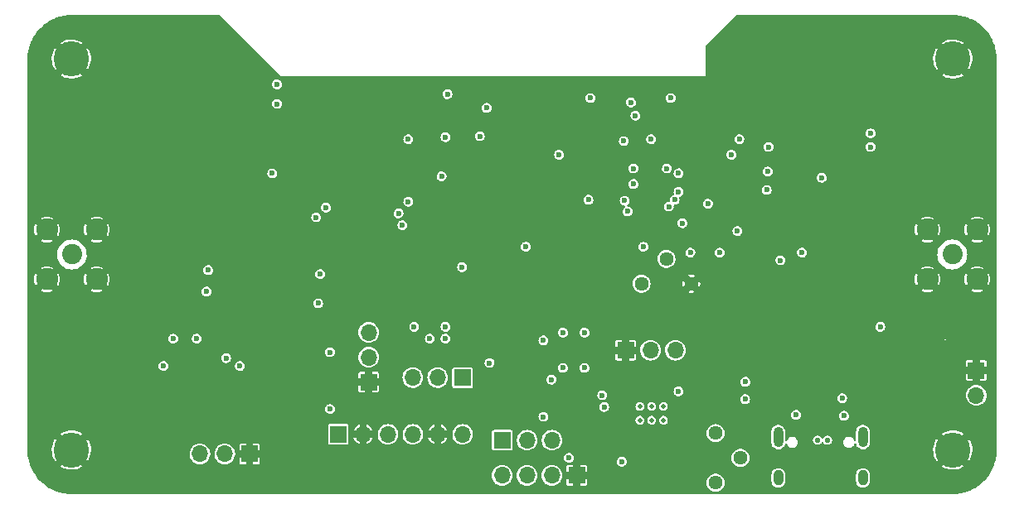
<source format=gbr>
%TF.GenerationSoftware,KiCad,Pcbnew,(6.0.9)*%
%TF.CreationDate,2022-12-22T22:01:23+02:00*%
%TF.ProjectId,cross_band_handy_walkie_talkie_V1,63726f73-735f-4626-916e-645f68616e64,rev?*%
%TF.SameCoordinates,Original*%
%TF.FileFunction,Copper,L2,Inr*%
%TF.FilePolarity,Positive*%
%FSLAX46Y46*%
G04 Gerber Fmt 4.6, Leading zero omitted, Abs format (unit mm)*
G04 Created by KiCad (PCBNEW (6.0.9)) date 2022-12-22 22:01:23*
%MOMM*%
%LPD*%
G01*
G04 APERTURE LIST*
%TA.AperFunction,ComponentPad*%
%ADD10R,1.700000X1.700000*%
%TD*%
%TA.AperFunction,ComponentPad*%
%ADD11O,1.700000X1.700000*%
%TD*%
%TA.AperFunction,ComponentPad*%
%ADD12C,3.600000*%
%TD*%
%TA.AperFunction,ComponentPad*%
%ADD13C,1.440000*%
%TD*%
%TA.AperFunction,ComponentPad*%
%ADD14C,2.050000*%
%TD*%
%TA.AperFunction,ComponentPad*%
%ADD15C,2.250000*%
%TD*%
%TA.AperFunction,ComponentPad*%
%ADD16C,0.500000*%
%TD*%
%TA.AperFunction,ComponentPad*%
%ADD17O,1.000000X1.600000*%
%TD*%
%TA.AperFunction,ComponentPad*%
%ADD18O,1.000000X2.100000*%
%TD*%
%TA.AperFunction,ComponentPad*%
%ADD19C,0.610000*%
%TD*%
%TA.AperFunction,ViaPad*%
%ADD20C,0.600000*%
%TD*%
%TA.AperFunction,ViaPad*%
%ADD21C,0.550000*%
%TD*%
G04 APERTURE END LIST*
D10*
%TO.N,GND*%
%TO.C,J5*%
X73200000Y-95400000D03*
D11*
%TO.N,/MIC_AR*%
X70660000Y-95400000D03*
%TO.N,+3V3*%
X68120000Y-95400000D03*
%TD*%
D12*
%TO.N,GND*%
%TO.C,H2*%
X145000000Y-95000000D03*
%TD*%
D10*
%TO.N,GND*%
%TO.C,J3*%
X111600000Y-84800000D03*
D11*
%TO.N,/AUDIO_IN*%
X114140000Y-84800000D03*
%TO.N,AUDIO_OUT*%
X116680000Y-84800000D03*
%TD*%
D13*
%TO.N,Net-(C27-Pad2)*%
%TO.C,RV1*%
X113225000Y-78000000D03*
%TO.N,Net-(RV1-Pad2)*%
X115765000Y-75460000D03*
%TO.N,GND*%
X118305000Y-78000000D03*
%TD*%
D10*
%TO.N,Net-(C20-Pad2)*%
%TO.C,J2*%
X99000000Y-94000000D03*
D11*
%TO.N,RF_AUDIO_INPUT*%
X101540000Y-94000000D03*
%TO.N,/esp_audio_OUTPUT*%
X104080000Y-94000000D03*
%TD*%
D12*
%TO.N,GND*%
%TO.C,H3*%
X55000000Y-95000000D03*
%TD*%
D10*
%TO.N,GND*%
%TO.C,J7*%
X106600000Y-97600000D03*
D11*
%TO.N,/MIC-DIGI_IN*%
X104060000Y-97600000D03*
%TO.N,Net-(C20-Pad1)*%
X101520000Y-97600000D03*
%TO.N,/MIC_AMPLIFIER_OUTPUT*%
X98980000Y-97600000D03*
%TD*%
D14*
%TO.N,/ant4*%
%TO.C,J15*%
X144950000Y-75000000D03*
D15*
%TO.N,GND*%
X142410000Y-77540000D03*
X142410000Y-72460000D03*
X147490000Y-72460000D03*
X147490000Y-77540000D03*
%TD*%
D10*
%TO.N,GND*%
%TO.C,J4*%
X85350000Y-88050000D03*
D11*
%TO.N,/MIC_GAIN*%
X85350000Y-85510000D03*
%TO.N,+3V3*%
X85350000Y-82970000D03*
%TD*%
D13*
%TO.N,Net-(RV2-Pad1)*%
%TO.C,RV2*%
X120775000Y-93275000D03*
%TO.N,Net-(C29-Pad2)*%
X123315000Y-95815000D03*
%TO.N,unconnected-(RV2-Pad3)*%
X120775000Y-98355000D03*
%TD*%
D16*
%TO.N,N/C*%
%TO.C,U10*%
X115450000Y-90550000D03*
X113050000Y-90550000D03*
X113050000Y-91950000D03*
X114250000Y-91950000D03*
X114250000Y-90550000D03*
X115450000Y-91950000D03*
%TD*%
D14*
%TO.N,/ant2*%
%TO.C,J14*%
X55050000Y-75000000D03*
D15*
%TO.N,GND*%
X57590000Y-77540000D03*
X52510000Y-77540000D03*
X57590000Y-72460000D03*
X52510000Y-72460000D03*
%TD*%
D12*
%TO.N,GND*%
%TO.C,H4*%
X145000000Y-55000000D03*
%TD*%
D10*
%TO.N,+3V3*%
%TO.C,J1*%
X82250000Y-93400000D03*
D11*
%TO.N,GND*%
X84790000Y-93400000D03*
%TO.N,/AMPLIFIED_AUDIO_OUT*%
X87330000Y-93400000D03*
%TO.N,/MIC_EST_PTT*%
X89870000Y-93400000D03*
%TO.N,GND*%
X92410000Y-93400000D03*
%TO.N,/MIC-AMP_IN*%
X94950000Y-93400000D03*
%TD*%
D10*
%TO.N,Net-(JP1-Pad1)*%
%TO.C,JP1*%
X94940000Y-87600000D03*
D11*
%TO.N,/MIC_EST_PTT*%
X92400000Y-87600000D03*
%TO.N,Net-(JP1-Pad3)*%
X89860000Y-87600000D03*
%TD*%
D10*
%TO.N,GND*%
%TO.C,J9*%
X147400000Y-86860000D03*
D11*
%TO.N,Net-(D3-Pad2)*%
X147400000Y-89400000D03*
%TD*%
D12*
%TO.N,GND*%
%TO.C,H1*%
X55000000Y-55000000D03*
%TD*%
D17*
%TO.N,Net-(C15-Pad1)*%
%TO.C,J6*%
X127180000Y-97860000D03*
X135820000Y-97860000D03*
D18*
X127180000Y-93680000D03*
X135820000Y-93680000D03*
%TD*%
D19*
%TO.N,GND*%
%TO.C,FL2*%
X143018647Y-81818647D03*
X144581353Y-83381353D03*
%TD*%
%TO.N,GND*%
%TO.C,FL1*%
X56981353Y-66581353D03*
X55418647Y-65018647D03*
%TD*%
D20*
%TO.N,+5V*%
X133700000Y-89700000D03*
%TO.N,GND*%
X148220000Y-69680000D03*
X148220000Y-56980000D03*
X54240000Y-72220000D03*
X74560000Y-84920000D03*
X140600000Y-67140000D03*
X72200000Y-57400000D03*
X132980000Y-77300000D03*
X66940000Y-74760000D03*
X103800000Y-90800000D03*
X80600000Y-59200000D03*
X135400000Y-78000000D03*
X148220000Y-64600000D03*
X125360000Y-92540000D03*
X59400000Y-61800000D03*
X51700000Y-82380000D03*
X54240000Y-62060000D03*
X132980000Y-72220000D03*
X66940000Y-97620000D03*
X140600000Y-79840000D03*
X68200000Y-70200000D03*
X97420000Y-79840000D03*
X51700000Y-62060000D03*
X145680000Y-67140000D03*
X61860000Y-97620000D03*
X135400000Y-92049500D03*
X125360000Y-51900000D03*
X140600000Y-56980000D03*
X54240000Y-90000000D03*
X127900000Y-56980000D03*
X72020000Y-54440000D03*
X144000000Y-78400000D03*
X51700000Y-79840000D03*
X140200000Y-92000000D03*
X92340000Y-77300000D03*
X110120000Y-97620000D03*
X92040000Y-80960000D03*
X81600000Y-60400000D03*
X73400000Y-63000000D03*
X130440000Y-51900000D03*
X148220000Y-79840000D03*
X77800000Y-60800000D03*
X51700000Y-74760000D03*
X77100000Y-97620000D03*
X127600000Y-88000000D03*
X89800000Y-81000000D03*
X69480000Y-51900000D03*
X87260000Y-84920000D03*
X57600000Y-62800000D03*
X117740000Y-97620000D03*
X51700000Y-67140000D03*
X51700000Y-90000000D03*
X136150000Y-81400000D03*
X125200000Y-60800000D03*
X56780000Y-84920000D03*
X107580000Y-77300000D03*
X69000000Y-79800000D03*
X56780000Y-90000000D03*
X77953233Y-69023383D03*
X59320000Y-59520000D03*
X72800000Y-72400000D03*
X118200000Y-94800000D03*
X127900000Y-51900000D03*
X51700000Y-84920000D03*
X140600000Y-62060000D03*
X105040000Y-62060000D03*
X64400000Y-64600000D03*
X74560000Y-87460000D03*
X56780000Y-59520000D03*
X146000000Y-78400000D03*
X59320000Y-79840000D03*
X143140000Y-67140000D03*
X119900498Y-73000000D03*
X146000000Y-79800000D03*
X51700000Y-56980000D03*
X138060000Y-51900000D03*
X148220000Y-59520000D03*
X59320000Y-77300000D03*
X125360000Y-84920000D03*
X140600000Y-51900000D03*
X74560000Y-97620000D03*
X97420000Y-74760000D03*
X122820000Y-51900000D03*
X148220000Y-67140000D03*
X102500000Y-59520000D03*
X91000000Y-81800000D03*
X97420000Y-72220000D03*
X111200000Y-81000000D03*
X99960000Y-77300000D03*
X128000000Y-90000000D03*
X69600000Y-88200000D03*
X59320000Y-87460000D03*
X138060000Y-56980000D03*
X64400000Y-72220000D03*
X115800000Y-97400000D03*
X69480000Y-92540000D03*
X130440000Y-59520000D03*
X122820000Y-82380000D03*
X120280000Y-87460000D03*
X143140000Y-62060000D03*
X125360000Y-82380000D03*
X135520000Y-59520000D03*
X61860000Y-56980000D03*
X66940000Y-54440000D03*
X59320000Y-51900000D03*
X51700000Y-92540000D03*
X59600000Y-64200000D03*
X148220000Y-82380000D03*
X142400000Y-85400000D03*
X145680000Y-69680000D03*
X56780000Y-74760000D03*
X59320000Y-69680000D03*
X143140000Y-59520000D03*
X59320000Y-84920000D03*
X132980000Y-51900000D03*
X105040000Y-79840000D03*
X105040000Y-72220000D03*
X140600000Y-59520000D03*
X114200000Y-64000000D03*
X145680000Y-62060000D03*
X140200000Y-98800000D03*
X140600000Y-74760000D03*
X54240000Y-82380000D03*
X145680000Y-59520000D03*
X69600000Y-79200000D03*
X102500000Y-82380000D03*
X53800000Y-70200000D03*
X82180000Y-95080000D03*
X132980000Y-69680000D03*
X59320000Y-95080000D03*
X138060000Y-69680000D03*
X125600000Y-70800000D03*
X59320000Y-92540000D03*
X56200000Y-70200000D03*
X143140000Y-69680000D03*
X72400000Y-59600000D03*
X59320000Y-54440000D03*
X56780000Y-79840000D03*
X125360000Y-77300000D03*
X65400000Y-76200000D03*
X69480000Y-54440000D03*
X59320000Y-74760000D03*
X129600000Y-85200000D03*
X135400000Y-79800000D03*
X110120000Y-84920000D03*
X140600000Y-72220000D03*
X117740000Y-82380000D03*
X148220000Y-74760000D03*
X64400000Y-67140000D03*
X122820000Y-97620000D03*
X94880000Y-72220000D03*
X105040000Y-77300000D03*
X87260000Y-87460000D03*
X76800000Y-60800000D03*
X64400000Y-54440000D03*
X74000000Y-72200000D03*
X97420000Y-92540000D03*
X135520000Y-69680000D03*
X53800000Y-68600000D03*
X102500000Y-72220000D03*
X125360000Y-59520000D03*
X125360000Y-97620000D03*
X54240000Y-77300000D03*
X56200000Y-68600000D03*
X64400000Y-95080000D03*
X125360000Y-79840000D03*
X51700000Y-69680000D03*
X140600000Y-64600000D03*
X69800000Y-72000000D03*
X140600000Y-54440000D03*
X61860000Y-95080000D03*
X74600000Y-62200000D03*
X59320000Y-82380000D03*
X59320000Y-90000000D03*
X125360000Y-56980000D03*
X110600000Y-87400000D03*
X130440000Y-90000000D03*
X108800000Y-81000000D03*
X87600000Y-57000000D03*
X79640000Y-97620000D03*
X61860000Y-51900000D03*
X77100000Y-95080000D03*
X148220000Y-92540000D03*
X127800000Y-92200000D03*
X84720000Y-95080000D03*
X125360000Y-95080000D03*
X130440000Y-56980000D03*
X54240000Y-79840000D03*
X54240000Y-64600000D03*
X68800000Y-81600000D03*
X143140000Y-51900000D03*
X66940000Y-51900000D03*
X145680000Y-87460000D03*
X135520000Y-74760000D03*
X138060000Y-74760000D03*
X91000000Y-57200000D03*
X115000000Y-87400000D03*
X66940000Y-56980000D03*
X143140000Y-74760000D03*
X123200000Y-66200000D03*
X132845000Y-81355000D03*
X61860000Y-54440000D03*
X81600000Y-58200000D03*
X59320000Y-72220000D03*
X59320000Y-97620000D03*
X51700000Y-59520000D03*
X113600000Y-97200000D03*
X92200000Y-58000000D03*
X144000000Y-79800000D03*
X69480000Y-97620000D03*
X145680000Y-84920000D03*
X127900000Y-59520000D03*
X127900000Y-77300000D03*
X62600000Y-70600000D03*
X69480000Y-59520000D03*
X64400000Y-62060000D03*
X140600000Y-69680000D03*
X120280000Y-95080000D03*
X112400000Y-87400000D03*
X72020000Y-97620000D03*
X129000000Y-60800000D03*
X59320000Y-67140000D03*
X54240000Y-59520000D03*
X134600000Y-95200000D03*
X135520000Y-51900000D03*
X85600000Y-57000000D03*
X104000000Y-86600000D03*
X132980000Y-74760000D03*
X56780000Y-87460000D03*
X148220000Y-84920000D03*
X108400000Y-84800000D03*
X132980000Y-56980000D03*
X143140000Y-64600000D03*
X113200000Y-70000000D03*
X54240000Y-84920000D03*
X51700000Y-87460000D03*
X122400000Y-61400000D03*
X145680000Y-72220000D03*
X148220000Y-62060000D03*
X75600000Y-76600000D03*
X56780000Y-82380000D03*
X110000000Y-81800000D03*
X102500000Y-79840000D03*
X125600000Y-69600000D03*
X128265647Y-95292729D03*
X111600000Y-97400000D03*
X64400000Y-56980000D03*
X135520000Y-56980000D03*
X64400000Y-51900000D03*
X51700000Y-64600000D03*
X75800000Y-88400000D03*
X64400000Y-85400000D03*
X107000000Y-91600000D03*
X89200000Y-57200000D03*
X62800000Y-83000000D03*
X61860000Y-64600000D03*
X140600000Y-77300000D03*
X128200000Y-53600000D03*
X69480000Y-56980000D03*
X128600000Y-66200000D03*
X99960000Y-59520000D03*
X64400000Y-97620000D03*
X140162500Y-95362500D03*
X54240000Y-87460000D03*
X59320000Y-56980000D03*
%TO.N,+3V3*%
X103200000Y-83800000D03*
X70800000Y-85600000D03*
X117400000Y-71800000D03*
%TO.N,/BOOT*%
X131612500Y-67150500D03*
X104800000Y-64800000D03*
X122400000Y-64800000D03*
%TO.N,VBUS*%
X129000000Y-91400000D03*
X133900000Y-91500000D03*
%TO.N,+5V*%
X76000000Y-59600000D03*
X94900000Y-76300000D03*
X103200000Y-91600000D03*
X111200000Y-96200000D03*
X137600000Y-82400000D03*
X76000000Y-57600000D03*
X123825000Y-88025000D03*
X123800000Y-89800000D03*
X97700000Y-86100000D03*
X75500000Y-66700000D03*
D21*
%TO.N,D+*%
X132200000Y-94000000D03*
X131200000Y-94000000D03*
D20*
%TO.N,UART0_TX*%
X112600000Y-60800000D03*
X127400000Y-75600000D03*
%TO.N,UART0_RX*%
X112150000Y-59450000D03*
X129600000Y-74800000D03*
%TO.N,H{slash}L2*%
X126200000Y-64000000D03*
X126100000Y-66500000D03*
X123200000Y-63200000D03*
%TO.N,TX1*%
X111500000Y-69500000D03*
%TO.N,RX1*%
X92800000Y-67000000D03*
%TO.N,PTT2*%
X80000000Y-71200000D03*
X90000000Y-82400000D03*
X91600000Y-83600000D03*
%TO.N,PD2*%
X111800000Y-70600000D03*
X81000000Y-70200000D03*
%TO.N,RX2*%
X88800000Y-72000000D03*
%TO.N,TX2*%
X88400000Y-70800000D03*
%TO.N,H{slash}L1*%
X126000000Y-68400000D03*
%TO.N,PD1*%
X123000000Y-72600000D03*
%TO.N,PTT1*%
X121200000Y-74800000D03*
X101400000Y-74200000D03*
X113400000Y-74200000D03*
X93200000Y-83600000D03*
X93200000Y-82400000D03*
%TO.N,/MIC-AMP_IN*%
X81400000Y-85000000D03*
X81400000Y-90800000D03*
%TO.N,AUDIO_OUT*%
X112400000Y-67800000D03*
X109400000Y-90600000D03*
%TO.N,/-SLEEP*%
X89400000Y-63200000D03*
X68976383Y-76601574D03*
%TO.N,AUDIO_ON1*%
X89400000Y-69600000D03*
%TO.N,Net-(C20-Pad2)*%
X107400000Y-83000000D03*
%TO.N,/AMPLIFIED_AUDIO_OUT*%
X105800000Y-95800000D03*
%TO.N,AUDIO_ON2*%
X107800000Y-69400000D03*
%TO.N,/GPIO_23*%
X116200000Y-59000000D03*
X108000000Y-59000000D03*
%TO.N,/switch1*%
X118200000Y-74800000D03*
X105200000Y-86600000D03*
X117000000Y-66699500D03*
%TO.N,/switch2*%
X120000000Y-69800000D03*
X109200000Y-89400000D03*
%TO.N,/switch4*%
X67800000Y-83600000D03*
X117000000Y-68600000D03*
%TO.N,Net-(RV2-Pad1)*%
X117000000Y-89000000D03*
%TO.N,SCL*%
X116600000Y-69400000D03*
X111400000Y-63400000D03*
%TO.N,SDA*%
X112400000Y-66200000D03*
X116000000Y-70100500D03*
%TO.N,Net-(U11-Pad3)*%
X64400000Y-86400000D03*
%TO.N,Net-(U11-Pad1)*%
X136600000Y-64000000D03*
X65400000Y-83600000D03*
X136600000Y-62600000D03*
%TO.N,Net-(U12-Pad1)*%
X93200000Y-63000000D03*
X114200000Y-63200000D03*
X80400000Y-77000000D03*
X96700000Y-62900000D03*
X80200000Y-80000000D03*
%TO.N,Net-(U12-Pad3)*%
X115800000Y-66200000D03*
%TO.N,/esp_audio_OUTPUT*%
X104000000Y-87800000D03*
X107400000Y-86600000D03*
%TO.N,RF_AUDIO_INPUT*%
X105200000Y-83000000D03*
X72200000Y-86400000D03*
%TO.N,/MIC_AMPLIFIER_OUTPUT*%
X68800000Y-78800000D03*
%TO.N,/SENSOR_VP*%
X97400000Y-60000000D03*
%TO.N,/SENSOR_VN*%
X93400000Y-58600000D03*
%TD*%
%TA.AperFunction,Conductor*%
%TO.N,GND*%
G36*
X70117683Y-50519407D02*
G01*
X70129496Y-50529496D01*
X76400000Y-56800000D01*
X119800000Y-56800000D01*
X119800000Y-56656711D01*
X143879129Y-56656711D01*
X143885666Y-56663727D01*
X144086699Y-56784758D01*
X144092924Y-56787930D01*
X144347286Y-56895639D01*
X144353898Y-56897902D01*
X144620891Y-56968694D01*
X144627758Y-56970005D01*
X144902074Y-57002472D01*
X144909040Y-57002801D01*
X145185198Y-56996292D01*
X145192149Y-56995635D01*
X145464633Y-56950282D01*
X145471420Y-56948653D01*
X145734786Y-56865360D01*
X145741292Y-56862785D01*
X145990288Y-56743219D01*
X145996364Y-56739753D01*
X146111045Y-56663125D01*
X146119303Y-56652649D01*
X146119305Y-56652603D01*
X146115102Y-56645432D01*
X145011086Y-55541416D01*
X144999203Y-55535362D01*
X144994172Y-55536158D01*
X143884853Y-56645477D01*
X143879129Y-56656711D01*
X119800000Y-56656711D01*
X119800000Y-54940514D01*
X142996017Y-54940514D01*
X143006863Y-55216531D01*
X143007630Y-55223476D01*
X143057256Y-55495207D01*
X143058993Y-55501972D01*
X143146410Y-55763992D01*
X143149088Y-55770459D01*
X143272556Y-56017557D01*
X143276107Y-56023561D01*
X143336669Y-56111187D01*
X143347272Y-56119279D01*
X143347740Y-56119290D01*
X143354287Y-56115383D01*
X144458584Y-55011086D01*
X144463826Y-55000797D01*
X145535362Y-55000797D01*
X145536158Y-55005828D01*
X146644397Y-56114067D01*
X146655859Y-56119907D01*
X146662624Y-56113702D01*
X146770196Y-55941216D01*
X146773461Y-55935049D01*
X146885151Y-55682410D01*
X146887519Y-55675835D01*
X146962497Y-55409982D01*
X146963914Y-55403141D01*
X147000815Y-55128411D01*
X147001232Y-55123369D01*
X147005030Y-55002528D01*
X147004931Y-54997481D01*
X146985353Y-54720974D01*
X146984366Y-54714047D01*
X146926233Y-54444025D01*
X146924280Y-54437302D01*
X146828674Y-54178152D01*
X146825800Y-54171787D01*
X146694630Y-53928686D01*
X146690895Y-53922799D01*
X146664794Y-53887463D01*
X146653943Y-53879709D01*
X146652634Y-53879719D01*
X146647336Y-53882994D01*
X145541416Y-54988914D01*
X145535362Y-55000797D01*
X144463826Y-55000797D01*
X144464638Y-54999203D01*
X144463842Y-54994172D01*
X143353148Y-53883478D01*
X143341265Y-53877424D01*
X143339157Y-53877758D01*
X143338527Y-53878274D01*
X143201113Y-54114852D01*
X143198045Y-54121114D01*
X143094342Y-54377142D01*
X143092184Y-54383786D01*
X143025591Y-54651868D01*
X143024391Y-54658746D01*
X142996237Y-54933532D01*
X142996017Y-54940514D01*
X119800000Y-54940514D01*
X119800000Y-53641008D01*
X119818907Y-53582817D01*
X119828996Y-53571004D01*
X120052272Y-53347728D01*
X143880384Y-53347728D01*
X143883982Y-53353652D01*
X144988914Y-54458584D01*
X145000797Y-54464638D01*
X145005828Y-54463842D01*
X146115119Y-53354551D01*
X146121173Y-53342668D01*
X146120903Y-53340963D01*
X146117361Y-53336715D01*
X146103638Y-53326242D01*
X146097791Y-53322401D01*
X145856793Y-53187436D01*
X145850464Y-53184458D01*
X145592849Y-53084795D01*
X145586172Y-53082740D01*
X145317084Y-53020369D01*
X145310177Y-53019275D01*
X145034983Y-52995440D01*
X145027994Y-52995331D01*
X144752192Y-53010509D01*
X144745261Y-53011385D01*
X144474335Y-53065275D01*
X144467606Y-53067116D01*
X144206971Y-53158645D01*
X144200576Y-53161412D01*
X143955439Y-53288750D01*
X143949482Y-53292401D01*
X143888316Y-53336111D01*
X143880391Y-53346841D01*
X143880384Y-53347728D01*
X120052272Y-53347728D01*
X122870504Y-50529496D01*
X122925021Y-50501719D01*
X122940508Y-50500500D01*
X144953351Y-50500500D01*
X144968581Y-50501679D01*
X144979269Y-50503343D01*
X144993823Y-50505609D01*
X145016119Y-50502694D01*
X145033265Y-50501953D01*
X145387841Y-50517434D01*
X145396445Y-50518187D01*
X145641569Y-50550458D01*
X145777054Y-50568295D01*
X145785544Y-50569792D01*
X146160338Y-50652882D01*
X146168671Y-50655115D01*
X146534805Y-50770556D01*
X146542907Y-50773504D01*
X146806977Y-50882886D01*
X146897580Y-50920415D01*
X146905407Y-50924065D01*
X147245920Y-51101325D01*
X147253382Y-51105633D01*
X147577179Y-51311914D01*
X147584231Y-51316852D01*
X147888797Y-51550554D01*
X147895401Y-51556095D01*
X148178448Y-51815460D01*
X148184540Y-51821552D01*
X148443905Y-52104599D01*
X148449444Y-52111201D01*
X148683148Y-52415769D01*
X148688086Y-52422821D01*
X148894367Y-52746618D01*
X148898675Y-52754080D01*
X149024319Y-52995440D01*
X149075935Y-53094593D01*
X149079585Y-53102420D01*
X149176634Y-53336715D01*
X149226493Y-53457086D01*
X149229444Y-53465195D01*
X149271948Y-53600000D01*
X149344885Y-53831327D01*
X149347118Y-53839662D01*
X149422160Y-54178152D01*
X149430206Y-54214446D01*
X149431706Y-54222952D01*
X149481813Y-54603555D01*
X149482566Y-54612159D01*
X149497741Y-54959721D01*
X149496657Y-54979267D01*
X149494391Y-54993823D01*
X149495306Y-55000819D01*
X149498664Y-55026500D01*
X149499500Y-55039336D01*
X149499500Y-94953351D01*
X149498321Y-94968581D01*
X149494391Y-94993823D01*
X149497306Y-95016119D01*
X149498047Y-95033265D01*
X149482566Y-95387841D01*
X149481813Y-95396445D01*
X149456893Y-95585734D01*
X149431976Y-95775000D01*
X149431706Y-95777048D01*
X149430208Y-95785544D01*
X149353119Y-96133270D01*
X149347120Y-96160331D01*
X149344885Y-96168671D01*
X149256184Y-96450000D01*
X149229447Y-96534798D01*
X149226496Y-96542907D01*
X149146862Y-96735160D01*
X149079585Y-96897580D01*
X149075935Y-96905407D01*
X148898675Y-97245920D01*
X148894367Y-97253382D01*
X148688086Y-97577179D01*
X148683148Y-97584231D01*
X148449446Y-97888797D01*
X148443905Y-97895401D01*
X148184540Y-98178448D01*
X148178448Y-98184540D01*
X147895401Y-98443905D01*
X147888799Y-98449444D01*
X147584231Y-98683148D01*
X147577179Y-98688086D01*
X147253382Y-98894367D01*
X147245920Y-98898675D01*
X146976397Y-99038980D01*
X146905407Y-99075935D01*
X146897580Y-99079585D01*
X146542907Y-99226496D01*
X146534805Y-99229444D01*
X146170278Y-99344379D01*
X146168673Y-99344885D01*
X146160338Y-99347118D01*
X145785544Y-99430208D01*
X145777054Y-99431705D01*
X145641569Y-99449542D01*
X145396445Y-99481813D01*
X145387841Y-99482566D01*
X145098807Y-99495186D01*
X145040278Y-99497741D01*
X145020732Y-99496657D01*
X145013153Y-99495477D01*
X145006177Y-99494391D01*
X144980559Y-99497741D01*
X144973500Y-99498664D01*
X144960664Y-99499500D01*
X55046649Y-99499500D01*
X55031419Y-99498321D01*
X55013152Y-99495477D01*
X55006177Y-99494391D01*
X54983881Y-99497306D01*
X54966735Y-99498047D01*
X54612159Y-99482566D01*
X54603555Y-99481813D01*
X54358431Y-99449542D01*
X54222946Y-99431705D01*
X54214456Y-99430208D01*
X53839662Y-99347118D01*
X53831327Y-99344885D01*
X53829722Y-99344379D01*
X53465195Y-99229444D01*
X53457093Y-99226496D01*
X53102420Y-99079585D01*
X53094593Y-99075935D01*
X53023603Y-99038980D01*
X52754080Y-98898675D01*
X52746618Y-98894367D01*
X52422821Y-98688086D01*
X52415769Y-98683148D01*
X52111201Y-98449444D01*
X52104599Y-98443905D01*
X51821552Y-98184540D01*
X51815460Y-98178448D01*
X51556095Y-97895401D01*
X51550554Y-97888797D01*
X51317643Y-97585262D01*
X97924520Y-97585262D01*
X97941759Y-97790553D01*
X97943092Y-97795201D01*
X97943092Y-97795202D01*
X97948900Y-97815455D01*
X97998544Y-97988586D01*
X98092712Y-98171818D01*
X98220677Y-98333270D01*
X98224357Y-98336402D01*
X98224359Y-98336404D01*
X98277190Y-98381366D01*
X98377564Y-98466791D01*
X98381787Y-98469151D01*
X98381791Y-98469154D01*
X98498702Y-98534493D01*
X98557398Y-98567297D01*
X98561996Y-98568791D01*
X98748724Y-98629463D01*
X98748726Y-98629464D01*
X98753329Y-98630959D01*
X98957894Y-98655351D01*
X98962716Y-98654980D01*
X98962719Y-98654980D01*
X99039757Y-98649052D01*
X99163300Y-98639546D01*
X99361725Y-98584145D01*
X99366038Y-98581966D01*
X99366044Y-98581964D01*
X99541289Y-98493441D01*
X99541291Y-98493440D01*
X99545610Y-98491258D01*
X99549427Y-98488276D01*
X99704135Y-98367406D01*
X99704139Y-98367402D01*
X99707951Y-98364424D01*
X99711635Y-98360157D01*
X99767313Y-98295651D01*
X99842564Y-98208472D01*
X99845711Y-98202933D01*
X99941934Y-98033550D01*
X99941935Y-98033547D01*
X99944323Y-98029344D01*
X99957882Y-97988586D01*
X100007824Y-97838454D01*
X100007824Y-97838452D01*
X100009351Y-97833863D01*
X100011677Y-97815455D01*
X100034823Y-97632228D01*
X100035171Y-97629474D01*
X100035583Y-97600000D01*
X100034138Y-97585262D01*
X100464520Y-97585262D01*
X100481759Y-97790553D01*
X100483092Y-97795201D01*
X100483092Y-97795202D01*
X100488900Y-97815455D01*
X100538544Y-97988586D01*
X100632712Y-98171818D01*
X100760677Y-98333270D01*
X100764357Y-98336402D01*
X100764359Y-98336404D01*
X100817190Y-98381366D01*
X100917564Y-98466791D01*
X100921787Y-98469151D01*
X100921791Y-98469154D01*
X101038702Y-98534493D01*
X101097398Y-98567297D01*
X101101996Y-98568791D01*
X101288724Y-98629463D01*
X101288726Y-98629464D01*
X101293329Y-98630959D01*
X101497894Y-98655351D01*
X101502716Y-98654980D01*
X101502719Y-98654980D01*
X101579757Y-98649052D01*
X101703300Y-98639546D01*
X101901725Y-98584145D01*
X101906038Y-98581966D01*
X101906044Y-98581964D01*
X102081289Y-98493441D01*
X102081291Y-98493440D01*
X102085610Y-98491258D01*
X102089427Y-98488276D01*
X102244135Y-98367406D01*
X102244139Y-98367402D01*
X102247951Y-98364424D01*
X102251635Y-98360157D01*
X102307313Y-98295651D01*
X102382564Y-98208472D01*
X102385711Y-98202933D01*
X102481934Y-98033550D01*
X102481935Y-98033547D01*
X102484323Y-98029344D01*
X102497882Y-97988586D01*
X102547824Y-97838454D01*
X102547824Y-97838452D01*
X102549351Y-97833863D01*
X102551677Y-97815455D01*
X102574823Y-97632228D01*
X102575171Y-97629474D01*
X102575583Y-97600000D01*
X102574138Y-97585262D01*
X103004520Y-97585262D01*
X103021759Y-97790553D01*
X103023092Y-97795201D01*
X103023092Y-97795202D01*
X103028900Y-97815455D01*
X103078544Y-97988586D01*
X103172712Y-98171818D01*
X103300677Y-98333270D01*
X103304357Y-98336402D01*
X103304359Y-98336404D01*
X103357190Y-98381366D01*
X103457564Y-98466791D01*
X103461787Y-98469151D01*
X103461791Y-98469154D01*
X103578702Y-98534493D01*
X103637398Y-98567297D01*
X103641996Y-98568791D01*
X103828724Y-98629463D01*
X103828726Y-98629464D01*
X103833329Y-98630959D01*
X104037894Y-98655351D01*
X104042716Y-98654980D01*
X104042719Y-98654980D01*
X104119757Y-98649052D01*
X104243300Y-98639546D01*
X104441725Y-98584145D01*
X104446038Y-98581966D01*
X104446044Y-98581964D01*
X104621289Y-98493441D01*
X104621291Y-98493440D01*
X104625610Y-98491258D01*
X104629427Y-98488276D01*
X104659424Y-98464840D01*
X105550000Y-98464840D01*
X105550948Y-98474462D01*
X105559702Y-98518474D01*
X105567021Y-98536142D01*
X105600389Y-98586082D01*
X105613918Y-98599611D01*
X105663858Y-98632979D01*
X105681526Y-98640298D01*
X105725538Y-98649052D01*
X105735160Y-98650000D01*
X106209320Y-98650000D01*
X106222005Y-98645878D01*
X106225000Y-98641757D01*
X106225000Y-98634320D01*
X106975000Y-98634320D01*
X106979122Y-98647005D01*
X106983243Y-98650000D01*
X107464840Y-98650000D01*
X107474462Y-98649052D01*
X107518474Y-98640298D01*
X107536142Y-98632979D01*
X107586082Y-98599611D01*
X107599611Y-98586082D01*
X107632979Y-98536142D01*
X107640298Y-98518474D01*
X107649052Y-98474462D01*
X107650000Y-98464840D01*
X107650000Y-98355000D01*
X119849430Y-98355000D01*
X119849972Y-98360157D01*
X119850734Y-98367406D01*
X119869656Y-98547437D01*
X119871257Y-98552364D01*
X119871258Y-98552369D01*
X119913749Y-98683140D01*
X119929450Y-98731463D01*
X119932041Y-98735951D01*
X119932042Y-98735953D01*
X119979860Y-98818776D01*
X120026198Y-98899036D01*
X120029670Y-98902892D01*
X120152203Y-99038980D01*
X120152207Y-99038984D01*
X120155673Y-99042833D01*
X120312215Y-99156567D01*
X120316947Y-99158674D01*
X120316949Y-99158675D01*
X120484243Y-99233159D01*
X120484246Y-99233160D01*
X120488983Y-99235269D01*
X120678252Y-99275500D01*
X120871748Y-99275500D01*
X121061017Y-99235269D01*
X121065754Y-99233160D01*
X121065757Y-99233159D01*
X121233051Y-99158675D01*
X121233053Y-99158674D01*
X121237785Y-99156567D01*
X121394327Y-99042833D01*
X121397793Y-99038984D01*
X121397797Y-99038980D01*
X121520330Y-98902892D01*
X121523802Y-98899036D01*
X121570140Y-98818776D01*
X121617958Y-98735953D01*
X121617959Y-98735951D01*
X121620550Y-98731463D01*
X121636251Y-98683140D01*
X121678742Y-98552369D01*
X121678743Y-98552364D01*
X121680344Y-98547437D01*
X121699266Y-98367406D01*
X121700028Y-98360157D01*
X121700570Y-98355000D01*
X121684543Y-98202516D01*
X126479500Y-98202516D01*
X126494724Y-98328320D01*
X126554655Y-98486923D01*
X126558035Y-98491840D01*
X126558036Y-98491843D01*
X126632104Y-98599611D01*
X126650688Y-98626651D01*
X126777279Y-98739440D01*
X126927119Y-98818776D01*
X127009339Y-98839428D01*
X127085769Y-98858627D01*
X127085772Y-98858627D01*
X127091559Y-98860081D01*
X127177159Y-98860529D01*
X127255139Y-98860938D01*
X127255141Y-98860938D01*
X127261105Y-98860969D01*
X127266901Y-98859577D01*
X127266905Y-98859577D01*
X127374297Y-98833793D01*
X127425968Y-98821388D01*
X127501300Y-98782506D01*
X127571325Y-98746364D01*
X127571327Y-98746362D01*
X127576631Y-98743625D01*
X127704396Y-98632169D01*
X127736787Y-98586082D01*
X127798456Y-98498335D01*
X127798456Y-98498334D01*
X127801887Y-98493453D01*
X127853623Y-98360759D01*
X127861308Y-98341048D01*
X127861308Y-98341047D01*
X127863476Y-98335487D01*
X127864267Y-98329483D01*
X127880077Y-98209387D01*
X127880500Y-98206174D01*
X127880500Y-98202516D01*
X135119500Y-98202516D01*
X135134724Y-98328320D01*
X135194655Y-98486923D01*
X135198035Y-98491840D01*
X135198036Y-98491843D01*
X135272104Y-98599611D01*
X135290688Y-98626651D01*
X135417279Y-98739440D01*
X135567119Y-98818776D01*
X135649339Y-98839428D01*
X135725769Y-98858627D01*
X135725772Y-98858627D01*
X135731559Y-98860081D01*
X135817159Y-98860529D01*
X135895139Y-98860938D01*
X135895141Y-98860938D01*
X135901105Y-98860969D01*
X135906901Y-98859577D01*
X135906905Y-98859577D01*
X136014297Y-98833793D01*
X136065968Y-98821388D01*
X136141300Y-98782506D01*
X136211325Y-98746364D01*
X136211327Y-98746362D01*
X136216631Y-98743625D01*
X136344396Y-98632169D01*
X136376787Y-98586082D01*
X136438456Y-98498335D01*
X136438456Y-98498334D01*
X136441887Y-98493453D01*
X136493623Y-98360759D01*
X136501308Y-98341048D01*
X136501308Y-98341047D01*
X136503476Y-98335487D01*
X136504267Y-98329483D01*
X136520077Y-98209387D01*
X136520500Y-98206174D01*
X136520500Y-97517484D01*
X136510458Y-97434500D01*
X136505993Y-97397602D01*
X136505992Y-97397599D01*
X136505276Y-97391680D01*
X136445345Y-97233077D01*
X136437736Y-97222005D01*
X136352692Y-97098267D01*
X136349312Y-97093349D01*
X136222721Y-96980560D01*
X136072881Y-96901224D01*
X135990661Y-96880572D01*
X135914231Y-96861373D01*
X135914228Y-96861373D01*
X135908441Y-96859919D01*
X135822841Y-96859471D01*
X135744861Y-96859062D01*
X135744859Y-96859062D01*
X135738895Y-96859031D01*
X135733099Y-96860423D01*
X135733095Y-96860423D01*
X135625703Y-96886207D01*
X135574032Y-96898612D01*
X135498701Y-96937493D01*
X135428675Y-96973636D01*
X135428673Y-96973638D01*
X135423369Y-96976375D01*
X135295604Y-97087831D01*
X135292173Y-97092713D01*
X135292172Y-97092714D01*
X135202097Y-97220878D01*
X135198113Y-97226547D01*
X135136524Y-97384513D01*
X135119500Y-97513826D01*
X135119500Y-98202516D01*
X127880500Y-98202516D01*
X127880500Y-97517484D01*
X127870458Y-97434500D01*
X127865993Y-97397602D01*
X127865992Y-97397599D01*
X127865276Y-97391680D01*
X127805345Y-97233077D01*
X127797736Y-97222005D01*
X127712692Y-97098267D01*
X127709312Y-97093349D01*
X127582721Y-96980560D01*
X127432881Y-96901224D01*
X127350661Y-96880572D01*
X127274231Y-96861373D01*
X127274228Y-96861373D01*
X127268441Y-96859919D01*
X127182841Y-96859471D01*
X127104861Y-96859062D01*
X127104859Y-96859062D01*
X127098895Y-96859031D01*
X127093099Y-96860423D01*
X127093095Y-96860423D01*
X126985703Y-96886207D01*
X126934032Y-96898612D01*
X126858701Y-96937493D01*
X126788675Y-96973636D01*
X126788673Y-96973638D01*
X126783369Y-96976375D01*
X126655604Y-97087831D01*
X126652173Y-97092713D01*
X126652172Y-97092714D01*
X126562097Y-97220878D01*
X126558113Y-97226547D01*
X126496524Y-97384513D01*
X126479500Y-97513826D01*
X126479500Y-98202516D01*
X121684543Y-98202516D01*
X121680344Y-98162563D01*
X121678743Y-98157636D01*
X121678742Y-98157631D01*
X121622152Y-97983467D01*
X121622151Y-97983466D01*
X121620550Y-97978537D01*
X121523802Y-97810964D01*
X121501085Y-97785734D01*
X121397797Y-97671020D01*
X121397793Y-97671016D01*
X121394327Y-97667167D01*
X121237785Y-97553433D01*
X121233053Y-97551326D01*
X121233051Y-97551325D01*
X121065757Y-97476841D01*
X121065754Y-97476840D01*
X121061017Y-97474731D01*
X120871748Y-97434500D01*
X120678252Y-97434500D01*
X120488983Y-97474731D01*
X120484246Y-97476840D01*
X120484243Y-97476841D01*
X120316949Y-97551325D01*
X120316947Y-97551326D01*
X120312215Y-97553433D01*
X120155673Y-97667167D01*
X120152207Y-97671016D01*
X120152203Y-97671020D01*
X120048915Y-97785734D01*
X120026198Y-97810964D01*
X119929450Y-97978537D01*
X119927849Y-97983466D01*
X119927848Y-97983467D01*
X119871258Y-98157631D01*
X119871257Y-98157636D01*
X119869656Y-98162563D01*
X119849430Y-98355000D01*
X107650000Y-98355000D01*
X107650000Y-97990680D01*
X107645878Y-97977995D01*
X107641757Y-97975000D01*
X106990680Y-97975000D01*
X106977995Y-97979122D01*
X106975000Y-97983243D01*
X106975000Y-98634320D01*
X106225000Y-98634320D01*
X106225000Y-97990680D01*
X106220878Y-97977995D01*
X106216757Y-97975000D01*
X105565680Y-97975000D01*
X105552995Y-97979122D01*
X105550000Y-97983243D01*
X105550000Y-98464840D01*
X104659424Y-98464840D01*
X104784135Y-98367406D01*
X104784139Y-98367402D01*
X104787951Y-98364424D01*
X104791635Y-98360157D01*
X104847313Y-98295651D01*
X104922564Y-98208472D01*
X104925711Y-98202933D01*
X105021934Y-98033550D01*
X105021935Y-98033547D01*
X105024323Y-98029344D01*
X105037882Y-97988586D01*
X105087824Y-97838454D01*
X105087824Y-97838452D01*
X105089351Y-97833863D01*
X105091677Y-97815455D01*
X105114823Y-97632228D01*
X105115171Y-97629474D01*
X105115583Y-97600000D01*
X105113667Y-97580454D01*
X105095952Y-97399780D01*
X105095951Y-97399776D01*
X105095480Y-97394970D01*
X105039429Y-97209320D01*
X105550000Y-97209320D01*
X105554122Y-97222005D01*
X105558243Y-97225000D01*
X106209320Y-97225000D01*
X106222005Y-97220878D01*
X106225000Y-97216757D01*
X106225000Y-97209320D01*
X106975000Y-97209320D01*
X106979122Y-97222005D01*
X106983243Y-97225000D01*
X107634320Y-97225000D01*
X107647005Y-97220878D01*
X107650000Y-97216757D01*
X107650000Y-96735160D01*
X107649052Y-96725538D01*
X107640298Y-96681526D01*
X107632979Y-96663858D01*
X107599611Y-96613918D01*
X107586082Y-96600389D01*
X107536142Y-96567021D01*
X107518474Y-96559702D01*
X107474462Y-96550948D01*
X107464840Y-96550000D01*
X106990680Y-96550000D01*
X106977995Y-96554122D01*
X106975000Y-96558243D01*
X106975000Y-97209320D01*
X106225000Y-97209320D01*
X106225000Y-96565680D01*
X106220878Y-96552995D01*
X106216757Y-96550000D01*
X105735160Y-96550000D01*
X105725538Y-96550948D01*
X105681526Y-96559702D01*
X105663858Y-96567021D01*
X105613918Y-96600389D01*
X105600389Y-96613918D01*
X105567021Y-96663858D01*
X105559702Y-96681526D01*
X105550948Y-96725538D01*
X105550000Y-96735160D01*
X105550000Y-97209320D01*
X105039429Y-97209320D01*
X105035935Y-97197749D01*
X104939218Y-97015849D01*
X104809011Y-96856200D01*
X104650275Y-96724882D01*
X104523601Y-96656390D01*
X104473309Y-96629197D01*
X104473308Y-96629197D01*
X104469055Y-96626897D01*
X104405855Y-96607333D01*
X104276875Y-96567407D01*
X104276871Y-96567406D01*
X104272254Y-96565977D01*
X104267446Y-96565472D01*
X104267443Y-96565471D01*
X104072185Y-96544949D01*
X104072183Y-96544949D01*
X104067369Y-96544443D01*
X104007354Y-96549905D01*
X103867022Y-96562675D01*
X103867017Y-96562676D01*
X103862203Y-96563114D01*
X103664572Y-96621280D01*
X103660288Y-96623519D01*
X103660287Y-96623520D01*
X103604657Y-96652603D01*
X103482002Y-96716726D01*
X103478231Y-96719758D01*
X103325220Y-96842781D01*
X103325217Y-96842783D01*
X103321447Y-96845815D01*
X103318333Y-96849526D01*
X103318332Y-96849527D01*
X103195733Y-96995635D01*
X103189024Y-97003630D01*
X103186689Y-97007878D01*
X103186688Y-97007879D01*
X103179955Y-97020126D01*
X103089776Y-97184162D01*
X103088313Y-97188775D01*
X103088311Y-97188779D01*
X103070188Y-97245911D01*
X103027484Y-97380532D01*
X103026944Y-97385344D01*
X103026944Y-97385345D01*
X103007749Y-97556478D01*
X103004520Y-97585262D01*
X102574138Y-97585262D01*
X102573667Y-97580454D01*
X102555952Y-97399780D01*
X102555951Y-97399776D01*
X102555480Y-97394970D01*
X102495935Y-97197749D01*
X102399218Y-97015849D01*
X102269011Y-96856200D01*
X102110275Y-96724882D01*
X101983601Y-96656390D01*
X101933309Y-96629197D01*
X101933308Y-96629197D01*
X101929055Y-96626897D01*
X101865855Y-96607333D01*
X101736875Y-96567407D01*
X101736871Y-96567406D01*
X101732254Y-96565977D01*
X101727446Y-96565472D01*
X101727443Y-96565471D01*
X101532185Y-96544949D01*
X101532183Y-96544949D01*
X101527369Y-96544443D01*
X101467354Y-96549905D01*
X101327022Y-96562675D01*
X101327017Y-96562676D01*
X101322203Y-96563114D01*
X101124572Y-96621280D01*
X101120288Y-96623519D01*
X101120287Y-96623520D01*
X101064657Y-96652603D01*
X100942002Y-96716726D01*
X100938231Y-96719758D01*
X100785220Y-96842781D01*
X100785217Y-96842783D01*
X100781447Y-96845815D01*
X100778333Y-96849526D01*
X100778332Y-96849527D01*
X100655733Y-96995635D01*
X100649024Y-97003630D01*
X100646689Y-97007878D01*
X100646688Y-97007879D01*
X100639955Y-97020126D01*
X100549776Y-97184162D01*
X100548313Y-97188775D01*
X100548311Y-97188779D01*
X100530188Y-97245911D01*
X100487484Y-97380532D01*
X100486944Y-97385344D01*
X100486944Y-97385345D01*
X100467749Y-97556478D01*
X100464520Y-97585262D01*
X100034138Y-97585262D01*
X100033667Y-97580454D01*
X100015952Y-97399780D01*
X100015951Y-97399776D01*
X100015480Y-97394970D01*
X99955935Y-97197749D01*
X99859218Y-97015849D01*
X99729011Y-96856200D01*
X99570275Y-96724882D01*
X99443601Y-96656390D01*
X99393309Y-96629197D01*
X99393308Y-96629197D01*
X99389055Y-96626897D01*
X99325855Y-96607333D01*
X99196875Y-96567407D01*
X99196871Y-96567406D01*
X99192254Y-96565977D01*
X99187446Y-96565472D01*
X99187443Y-96565471D01*
X98992185Y-96544949D01*
X98992183Y-96544949D01*
X98987369Y-96544443D01*
X98927354Y-96549905D01*
X98787022Y-96562675D01*
X98787017Y-96562676D01*
X98782203Y-96563114D01*
X98584572Y-96621280D01*
X98580288Y-96623519D01*
X98580287Y-96623520D01*
X98524657Y-96652603D01*
X98402002Y-96716726D01*
X98398231Y-96719758D01*
X98245220Y-96842781D01*
X98245217Y-96842783D01*
X98241447Y-96845815D01*
X98238333Y-96849526D01*
X98238332Y-96849527D01*
X98115733Y-96995635D01*
X98109024Y-97003630D01*
X98106689Y-97007878D01*
X98106688Y-97007879D01*
X98099955Y-97020126D01*
X98009776Y-97184162D01*
X98008313Y-97188775D01*
X98008311Y-97188779D01*
X97990188Y-97245911D01*
X97947484Y-97380532D01*
X97946944Y-97385344D01*
X97946944Y-97385345D01*
X97927749Y-97556478D01*
X97924520Y-97585262D01*
X51317643Y-97585262D01*
X51316852Y-97584231D01*
X51311914Y-97577179D01*
X51105633Y-97253382D01*
X51101325Y-97245920D01*
X50924065Y-96905407D01*
X50920415Y-96897580D01*
X50853138Y-96735160D01*
X50820643Y-96656711D01*
X53879129Y-96656711D01*
X53885666Y-96663727D01*
X54086699Y-96784758D01*
X54092924Y-96787930D01*
X54347286Y-96895639D01*
X54353898Y-96897902D01*
X54620891Y-96968694D01*
X54627758Y-96970005D01*
X54902074Y-97002472D01*
X54909040Y-97002801D01*
X55185198Y-96996292D01*
X55192149Y-96995635D01*
X55464633Y-96950282D01*
X55471420Y-96948653D01*
X55734786Y-96865360D01*
X55741292Y-96862785D01*
X55990288Y-96743219D01*
X55996364Y-96739753D01*
X56111045Y-96663125D01*
X56119303Y-96652649D01*
X56119305Y-96652603D01*
X56115102Y-96645432D01*
X55011086Y-95541416D01*
X54999203Y-95535362D01*
X54994172Y-95536158D01*
X53884853Y-96645477D01*
X53879129Y-96656711D01*
X50820643Y-96656711D01*
X50773504Y-96542907D01*
X50770553Y-96534798D01*
X50743817Y-96450000D01*
X50655115Y-96168671D01*
X50652880Y-96160331D01*
X50646881Y-96133270D01*
X50569792Y-95785544D01*
X50568294Y-95777048D01*
X50568025Y-95775000D01*
X50543107Y-95585734D01*
X50518187Y-95396445D01*
X50517434Y-95387841D01*
X50502414Y-95043822D01*
X50503691Y-95023084D01*
X50504802Y-95016478D01*
X50505496Y-95012354D01*
X50505647Y-95000000D01*
X50501500Y-94971042D01*
X50500500Y-94957008D01*
X50500500Y-94940514D01*
X52996017Y-94940514D01*
X53006863Y-95216531D01*
X53007630Y-95223476D01*
X53057256Y-95495207D01*
X53058993Y-95501972D01*
X53146410Y-95763992D01*
X53149088Y-95770459D01*
X53272556Y-96017557D01*
X53276107Y-96023561D01*
X53336669Y-96111187D01*
X53347272Y-96119279D01*
X53347740Y-96119290D01*
X53354287Y-96115383D01*
X54458584Y-95011086D01*
X54463826Y-95000797D01*
X55535362Y-95000797D01*
X55536158Y-95005828D01*
X56644397Y-96114067D01*
X56655859Y-96119907D01*
X56662624Y-96113702D01*
X56770196Y-95941216D01*
X56773461Y-95935049D01*
X56885151Y-95682410D01*
X56887519Y-95675835D01*
X56962497Y-95409982D01*
X56963914Y-95403141D01*
X56966315Y-95385262D01*
X67064520Y-95385262D01*
X67067011Y-95414930D01*
X67074321Y-95501972D01*
X67081759Y-95590553D01*
X67083092Y-95595201D01*
X67083092Y-95595202D01*
X67135236Y-95777048D01*
X67138544Y-95788586D01*
X67232712Y-95971818D01*
X67360677Y-96133270D01*
X67364357Y-96136402D01*
X67364359Y-96136404D01*
X67431827Y-96193823D01*
X67517564Y-96266791D01*
X67521787Y-96269151D01*
X67521791Y-96269154D01*
X67628841Y-96328982D01*
X67697398Y-96367297D01*
X67701996Y-96368791D01*
X67888724Y-96429463D01*
X67888726Y-96429464D01*
X67893329Y-96430959D01*
X68097894Y-96455351D01*
X68102716Y-96454980D01*
X68102719Y-96454980D01*
X68179757Y-96449052D01*
X68303300Y-96439546D01*
X68501725Y-96384145D01*
X68506038Y-96381966D01*
X68506044Y-96381964D01*
X68681289Y-96293441D01*
X68681291Y-96293440D01*
X68685610Y-96291258D01*
X68727549Y-96258492D01*
X68844135Y-96167406D01*
X68844139Y-96167402D01*
X68847951Y-96164424D01*
X68982564Y-96008472D01*
X69001231Y-95975613D01*
X69081934Y-95833550D01*
X69081935Y-95833547D01*
X69084323Y-95829344D01*
X69087360Y-95820216D01*
X69147824Y-95638454D01*
X69147824Y-95638452D01*
X69149351Y-95633863D01*
X69166013Y-95501972D01*
X69174823Y-95432228D01*
X69175171Y-95429474D01*
X69175301Y-95420216D01*
X69175544Y-95402776D01*
X69175583Y-95400000D01*
X69175313Y-95397244D01*
X69174138Y-95385262D01*
X69604520Y-95385262D01*
X69607011Y-95414930D01*
X69614321Y-95501972D01*
X69621759Y-95590553D01*
X69623092Y-95595201D01*
X69623092Y-95595202D01*
X69675236Y-95777048D01*
X69678544Y-95788586D01*
X69772712Y-95971818D01*
X69900677Y-96133270D01*
X69904357Y-96136402D01*
X69904359Y-96136404D01*
X69971827Y-96193823D01*
X70057564Y-96266791D01*
X70061787Y-96269151D01*
X70061791Y-96269154D01*
X70168841Y-96328982D01*
X70237398Y-96367297D01*
X70241996Y-96368791D01*
X70428724Y-96429463D01*
X70428726Y-96429464D01*
X70433329Y-96430959D01*
X70637894Y-96455351D01*
X70642716Y-96454980D01*
X70642719Y-96454980D01*
X70719757Y-96449052D01*
X70843300Y-96439546D01*
X71041725Y-96384145D01*
X71046038Y-96381966D01*
X71046044Y-96381964D01*
X71221289Y-96293441D01*
X71221291Y-96293440D01*
X71225610Y-96291258D01*
X71259424Y-96264840D01*
X72150000Y-96264840D01*
X72150948Y-96274462D01*
X72159702Y-96318474D01*
X72167021Y-96336142D01*
X72200389Y-96386082D01*
X72213918Y-96399611D01*
X72263858Y-96432979D01*
X72281526Y-96440298D01*
X72325538Y-96449052D01*
X72335160Y-96450000D01*
X72809320Y-96450000D01*
X72822005Y-96445878D01*
X72825000Y-96441757D01*
X72825000Y-96434320D01*
X73575000Y-96434320D01*
X73579122Y-96447005D01*
X73583243Y-96450000D01*
X74064840Y-96450000D01*
X74074462Y-96449052D01*
X74118474Y-96440298D01*
X74136142Y-96432979D01*
X74186082Y-96399611D01*
X74199611Y-96386082D01*
X74232979Y-96336142D01*
X74240298Y-96318474D01*
X74249052Y-96274462D01*
X74250000Y-96264840D01*
X74250000Y-95793823D01*
X105294391Y-95793823D01*
X105295306Y-95800820D01*
X105295306Y-95800821D01*
X105297842Y-95820216D01*
X105312980Y-95935979D01*
X105315821Y-95942435D01*
X105315821Y-95942436D01*
X105366707Y-96058082D01*
X105370720Y-96067203D01*
X105383792Y-96082754D01*
X105458431Y-96171549D01*
X105458434Y-96171551D01*
X105462970Y-96176948D01*
X105468841Y-96180856D01*
X105468842Y-96180857D01*
X105491905Y-96196209D01*
X105582313Y-96256390D01*
X105682920Y-96287821D01*
X105712425Y-96297039D01*
X105712426Y-96297039D01*
X105719157Y-96299142D01*
X105790828Y-96300456D01*
X105855445Y-96301641D01*
X105855447Y-96301641D01*
X105862499Y-96301770D01*
X105869302Y-96299915D01*
X105869304Y-96299915D01*
X105962663Y-96274462D01*
X106000817Y-96264060D01*
X106115209Y-96193823D01*
X110694391Y-96193823D01*
X110695306Y-96200820D01*
X110695306Y-96200821D01*
X110707888Y-96297039D01*
X110712980Y-96335979D01*
X110715821Y-96342435D01*
X110715821Y-96342436D01*
X110765342Y-96454980D01*
X110770720Y-96467203D01*
X110816845Y-96522075D01*
X110858431Y-96571549D01*
X110858434Y-96571551D01*
X110862970Y-96576948D01*
X110868841Y-96580856D01*
X110868842Y-96580857D01*
X110881143Y-96589045D01*
X110982313Y-96656390D01*
X111082920Y-96687821D01*
X111112425Y-96697039D01*
X111112426Y-96697039D01*
X111119157Y-96699142D01*
X111190828Y-96700456D01*
X111255445Y-96701641D01*
X111255447Y-96701641D01*
X111262499Y-96701770D01*
X111269302Y-96699915D01*
X111269304Y-96699915D01*
X111344503Y-96679413D01*
X111400817Y-96664060D01*
X111522991Y-96589045D01*
X111530403Y-96580857D01*
X111614468Y-96487982D01*
X111619200Y-96482754D01*
X111668032Y-96381964D01*
X111678634Y-96360082D01*
X111681710Y-96353733D01*
X111685875Y-96328982D01*
X111704862Y-96216124D01*
X111704862Y-96216120D01*
X111705496Y-96212354D01*
X111705647Y-96200000D01*
X111685323Y-96058082D01*
X111632188Y-95941216D01*
X111628905Y-95933996D01*
X111628904Y-95933995D01*
X111625984Y-95927572D01*
X111532400Y-95818963D01*
X111526286Y-95815000D01*
X122389430Y-95815000D01*
X122409656Y-96007437D01*
X122411257Y-96012364D01*
X122411258Y-96012369D01*
X122464734Y-96176948D01*
X122469450Y-96191463D01*
X122472041Y-96195951D01*
X122472042Y-96195953D01*
X122563136Y-96353733D01*
X122566198Y-96359036D01*
X122569670Y-96362892D01*
X122692203Y-96498980D01*
X122692207Y-96498984D01*
X122695673Y-96502833D01*
X122852215Y-96616567D01*
X122856947Y-96618674D01*
X122856949Y-96618675D01*
X123024243Y-96693159D01*
X123024246Y-96693160D01*
X123028983Y-96695269D01*
X123218252Y-96735500D01*
X123411748Y-96735500D01*
X123601017Y-96695269D01*
X123605754Y-96693160D01*
X123605757Y-96693159D01*
X123687621Y-96656711D01*
X143879129Y-96656711D01*
X143885666Y-96663727D01*
X144086699Y-96784758D01*
X144092924Y-96787930D01*
X144347286Y-96895639D01*
X144353898Y-96897902D01*
X144620891Y-96968694D01*
X144627758Y-96970005D01*
X144902074Y-97002472D01*
X144909040Y-97002801D01*
X145185198Y-96996292D01*
X145192149Y-96995635D01*
X145464633Y-96950282D01*
X145471420Y-96948653D01*
X145734786Y-96865360D01*
X145741292Y-96862785D01*
X145990288Y-96743219D01*
X145996364Y-96739753D01*
X146111045Y-96663125D01*
X146119303Y-96652649D01*
X146119305Y-96652603D01*
X146115102Y-96645432D01*
X145011086Y-95541416D01*
X144999203Y-95535362D01*
X144994172Y-95536158D01*
X143884853Y-96645477D01*
X143879129Y-96656711D01*
X123687621Y-96656711D01*
X123773051Y-96618675D01*
X123773053Y-96618674D01*
X123777785Y-96616567D01*
X123934327Y-96502833D01*
X123937793Y-96498984D01*
X123937797Y-96498980D01*
X124060330Y-96362892D01*
X124063802Y-96359036D01*
X124066864Y-96353733D01*
X124157958Y-96195953D01*
X124157959Y-96195951D01*
X124160550Y-96191463D01*
X124165266Y-96176948D01*
X124218742Y-96012369D01*
X124218743Y-96012364D01*
X124220344Y-96007437D01*
X124240570Y-95815000D01*
X124220344Y-95622563D01*
X124218743Y-95617636D01*
X124218742Y-95617631D01*
X124162152Y-95443467D01*
X124162151Y-95443466D01*
X124160550Y-95438537D01*
X124155318Y-95429474D01*
X124066395Y-95275455D01*
X124066394Y-95275454D01*
X124063802Y-95270964D01*
X124021044Y-95223476D01*
X123937797Y-95131020D01*
X123937793Y-95131016D01*
X123934327Y-95127167D01*
X123777785Y-95013433D01*
X123773053Y-95011326D01*
X123773051Y-95011325D01*
X123614007Y-94940514D01*
X142996017Y-94940514D01*
X143006863Y-95216531D01*
X143007630Y-95223476D01*
X143057256Y-95495207D01*
X143058993Y-95501972D01*
X143146410Y-95763992D01*
X143149088Y-95770459D01*
X143272556Y-96017557D01*
X143276107Y-96023561D01*
X143336669Y-96111187D01*
X143347272Y-96119279D01*
X143347740Y-96119290D01*
X143354287Y-96115383D01*
X144458584Y-95011086D01*
X144463826Y-95000797D01*
X145535362Y-95000797D01*
X145536158Y-95005828D01*
X146644397Y-96114067D01*
X146655859Y-96119907D01*
X146662624Y-96113702D01*
X146770196Y-95941216D01*
X146773461Y-95935049D01*
X146885151Y-95682410D01*
X146887519Y-95675835D01*
X146962497Y-95409982D01*
X146963914Y-95403141D01*
X147000815Y-95128411D01*
X147001232Y-95123369D01*
X147005030Y-95002528D01*
X147004931Y-94997481D01*
X146985353Y-94720974D01*
X146984366Y-94714047D01*
X146926233Y-94444025D01*
X146924280Y-94437302D01*
X146828674Y-94178152D01*
X146825800Y-94171787D01*
X146694630Y-93928686D01*
X146690895Y-93922799D01*
X146664794Y-93887463D01*
X146653943Y-93879709D01*
X146652634Y-93879719D01*
X146647336Y-93882994D01*
X145541416Y-94988914D01*
X145535362Y-95000797D01*
X144463826Y-95000797D01*
X144464638Y-94999203D01*
X144463842Y-94994172D01*
X143353148Y-93883478D01*
X143341265Y-93877424D01*
X143339157Y-93877758D01*
X143338527Y-93878274D01*
X143201113Y-94114852D01*
X143198045Y-94121114D01*
X143094342Y-94377142D01*
X143092184Y-94383786D01*
X143025591Y-94651868D01*
X143024391Y-94658746D01*
X142996237Y-94933532D01*
X142996017Y-94940514D01*
X123614007Y-94940514D01*
X123605757Y-94936841D01*
X123605754Y-94936840D01*
X123601017Y-94934731D01*
X123411748Y-94894500D01*
X123218252Y-94894500D01*
X123028983Y-94934731D01*
X123024246Y-94936840D01*
X123024243Y-94936841D01*
X122856949Y-95011325D01*
X122856947Y-95011326D01*
X122852215Y-95013433D01*
X122695673Y-95127167D01*
X122692207Y-95131016D01*
X122692203Y-95131020D01*
X122608956Y-95223476D01*
X122566198Y-95270964D01*
X122563606Y-95275454D01*
X122563605Y-95275455D01*
X122474683Y-95429474D01*
X122469450Y-95438537D01*
X122467849Y-95443466D01*
X122467848Y-95443467D01*
X122411258Y-95617631D01*
X122411257Y-95617636D01*
X122409656Y-95622563D01*
X122389430Y-95815000D01*
X111526286Y-95815000D01*
X111412095Y-95740985D01*
X111274739Y-95699907D01*
X111191497Y-95699398D01*
X111138427Y-95699074D01*
X111138426Y-95699074D01*
X111131376Y-95699031D01*
X111124599Y-95700968D01*
X111124598Y-95700968D01*
X111000309Y-95736490D01*
X111000307Y-95736491D01*
X110993529Y-95738428D01*
X110872280Y-95814930D01*
X110867613Y-95820214D01*
X110867611Y-95820216D01*
X110782044Y-95917103D01*
X110782042Y-95917105D01*
X110777377Y-95922388D01*
X110774381Y-95928770D01*
X110774380Y-95928771D01*
X110770996Y-95935979D01*
X110716447Y-96052163D01*
X110715362Y-96059132D01*
X110715361Y-96059135D01*
X110703819Y-96133270D01*
X110694391Y-96193823D01*
X106115209Y-96193823D01*
X106122991Y-96189045D01*
X106130403Y-96180857D01*
X106214468Y-96087982D01*
X106219200Y-96082754D01*
X106281710Y-95953733D01*
X106284854Y-95935049D01*
X106304862Y-95816124D01*
X106304862Y-95816120D01*
X106305496Y-95812354D01*
X106305647Y-95800000D01*
X106285323Y-95658082D01*
X106252429Y-95585734D01*
X106228905Y-95533996D01*
X106228904Y-95533995D01*
X106225984Y-95527572D01*
X106132400Y-95418963D01*
X106012095Y-95340985D01*
X105874739Y-95299907D01*
X105791497Y-95299398D01*
X105738427Y-95299074D01*
X105738426Y-95299074D01*
X105731376Y-95299031D01*
X105724599Y-95300968D01*
X105724598Y-95300968D01*
X105600309Y-95336490D01*
X105600307Y-95336491D01*
X105593529Y-95338428D01*
X105472280Y-95414930D01*
X105467613Y-95420214D01*
X105467611Y-95420216D01*
X105382044Y-95517103D01*
X105382042Y-95517105D01*
X105377377Y-95522388D01*
X105316447Y-95652163D01*
X105315362Y-95659132D01*
X105315361Y-95659135D01*
X105303016Y-95738428D01*
X105294391Y-95793823D01*
X74250000Y-95793823D01*
X74250000Y-95790680D01*
X74245878Y-95777995D01*
X74241757Y-95775000D01*
X73590680Y-95775000D01*
X73577995Y-95779122D01*
X73575000Y-95783243D01*
X73575000Y-96434320D01*
X72825000Y-96434320D01*
X72825000Y-95790680D01*
X72820878Y-95777995D01*
X72816757Y-95775000D01*
X72165680Y-95775000D01*
X72152995Y-95779122D01*
X72150000Y-95783243D01*
X72150000Y-96264840D01*
X71259424Y-96264840D01*
X71267549Y-96258492D01*
X71384135Y-96167406D01*
X71384139Y-96167402D01*
X71387951Y-96164424D01*
X71522564Y-96008472D01*
X71541231Y-95975613D01*
X71621934Y-95833550D01*
X71621935Y-95833547D01*
X71624323Y-95829344D01*
X71627360Y-95820216D01*
X71687824Y-95638454D01*
X71687824Y-95638452D01*
X71689351Y-95633863D01*
X71706013Y-95501972D01*
X71714823Y-95432228D01*
X71715171Y-95429474D01*
X71715301Y-95420216D01*
X71715544Y-95402776D01*
X71715583Y-95400000D01*
X71715313Y-95397244D01*
X71695952Y-95199780D01*
X71695951Y-95199776D01*
X71695480Y-95194970D01*
X71675385Y-95128411D01*
X71645510Y-95029463D01*
X71639428Y-95009320D01*
X72150000Y-95009320D01*
X72154122Y-95022005D01*
X72158243Y-95025000D01*
X72809320Y-95025000D01*
X72822005Y-95020878D01*
X72825000Y-95016757D01*
X72825000Y-95009320D01*
X73575000Y-95009320D01*
X73579122Y-95022005D01*
X73583243Y-95025000D01*
X74234320Y-95025000D01*
X74247005Y-95020878D01*
X74250000Y-95016757D01*
X74250000Y-94869748D01*
X97949500Y-94869748D01*
X97961133Y-94928231D01*
X98005448Y-94994552D01*
X98071769Y-95038867D01*
X98081332Y-95040769D01*
X98081334Y-95040770D01*
X98096679Y-95043822D01*
X98130252Y-95050500D01*
X99869748Y-95050500D01*
X99903321Y-95043822D01*
X99918666Y-95040770D01*
X99918668Y-95040769D01*
X99928231Y-95038867D01*
X99994552Y-94994552D01*
X100038867Y-94928231D01*
X100050500Y-94869748D01*
X100050500Y-93985262D01*
X100484520Y-93985262D01*
X100491949Y-94073735D01*
X100500718Y-94178152D01*
X100501759Y-94190553D01*
X100503092Y-94195201D01*
X100503092Y-94195202D01*
X100557168Y-94383786D01*
X100558544Y-94388586D01*
X100560759Y-94392896D01*
X100584065Y-94438244D01*
X100652712Y-94571818D01*
X100780677Y-94733270D01*
X100784357Y-94736402D01*
X100784359Y-94736404D01*
X100821723Y-94768203D01*
X100937564Y-94866791D01*
X100941787Y-94869151D01*
X100941791Y-94869154D01*
X100985248Y-94893441D01*
X101117398Y-94967297D01*
X101121996Y-94968791D01*
X101308724Y-95029463D01*
X101308726Y-95029464D01*
X101313329Y-95030959D01*
X101517894Y-95055351D01*
X101522716Y-95054980D01*
X101522719Y-95054980D01*
X101593259Y-95049552D01*
X101723300Y-95039546D01*
X101921725Y-94984145D01*
X101926038Y-94981966D01*
X101926044Y-94981964D01*
X102101289Y-94893441D01*
X102101291Y-94893440D01*
X102105610Y-94891258D01*
X102140943Y-94863653D01*
X102264135Y-94767406D01*
X102264139Y-94767402D01*
X102267951Y-94764424D01*
X102402564Y-94608472D01*
X102421231Y-94575613D01*
X102501934Y-94433550D01*
X102501935Y-94433547D01*
X102504323Y-94429344D01*
X102506261Y-94423520D01*
X102567824Y-94238454D01*
X102567824Y-94238452D01*
X102569351Y-94233863D01*
X102573179Y-94203566D01*
X102589222Y-94076567D01*
X102595171Y-94029474D01*
X102595583Y-94000000D01*
X102594138Y-93985262D01*
X103024520Y-93985262D01*
X103031949Y-94073735D01*
X103040718Y-94178152D01*
X103041759Y-94190553D01*
X103043092Y-94195201D01*
X103043092Y-94195202D01*
X103097168Y-94383786D01*
X103098544Y-94388586D01*
X103100759Y-94392896D01*
X103124065Y-94438244D01*
X103192712Y-94571818D01*
X103320677Y-94733270D01*
X103324357Y-94736402D01*
X103324359Y-94736404D01*
X103361723Y-94768203D01*
X103477564Y-94866791D01*
X103481787Y-94869151D01*
X103481791Y-94869154D01*
X103525248Y-94893441D01*
X103657398Y-94967297D01*
X103661996Y-94968791D01*
X103848724Y-95029463D01*
X103848726Y-95029464D01*
X103853329Y-95030959D01*
X104057894Y-95055351D01*
X104062716Y-95054980D01*
X104062719Y-95054980D01*
X104133259Y-95049552D01*
X104263300Y-95039546D01*
X104461725Y-94984145D01*
X104466038Y-94981966D01*
X104466044Y-94981964D01*
X104641289Y-94893441D01*
X104641291Y-94893440D01*
X104645610Y-94891258D01*
X104680943Y-94863653D01*
X104804135Y-94767406D01*
X104804139Y-94767402D01*
X104807951Y-94764424D01*
X104942564Y-94608472D01*
X104961231Y-94575613D01*
X105041934Y-94433550D01*
X105041935Y-94433547D01*
X105044323Y-94429344D01*
X105046261Y-94423520D01*
X105096493Y-94272516D01*
X126479500Y-94272516D01*
X126481356Y-94287854D01*
X126493287Y-94386442D01*
X126494724Y-94398320D01*
X126554655Y-94556923D01*
X126558035Y-94561840D01*
X126558036Y-94561843D01*
X126562498Y-94568335D01*
X126650688Y-94696651D01*
X126777279Y-94809440D01*
X126782549Y-94812230D01*
X126782550Y-94812231D01*
X126790356Y-94816364D01*
X126927119Y-94888776D01*
X127009339Y-94909429D01*
X127085769Y-94928627D01*
X127085772Y-94928627D01*
X127091559Y-94930081D01*
X127177159Y-94930529D01*
X127255139Y-94930938D01*
X127255141Y-94930938D01*
X127261105Y-94930969D01*
X127266901Y-94929577D01*
X127266905Y-94929577D01*
X127374297Y-94903793D01*
X127425968Y-94891388D01*
X127564036Y-94820126D01*
X127571325Y-94816364D01*
X127571327Y-94816362D01*
X127576631Y-94813625D01*
X127704396Y-94702169D01*
X127736704Y-94656200D01*
X127798456Y-94568335D01*
X127798456Y-94568334D01*
X127801887Y-94563453D01*
X127850462Y-94438867D01*
X127861308Y-94411048D01*
X127861308Y-94411047D01*
X127863476Y-94405487D01*
X127864255Y-94399570D01*
X127864256Y-94399566D01*
X127864591Y-94397018D01*
X127865283Y-94395568D01*
X127865740Y-94393787D01*
X127866089Y-94393877D01*
X127890932Y-94341793D01*
X127944703Y-94312598D01*
X128005365Y-94320584D01*
X128049747Y-94362702D01*
X128054208Y-94372054D01*
X128104819Y-94494240D01*
X128104821Y-94494244D01*
X128107302Y-94500233D01*
X128111248Y-94505375D01*
X128111250Y-94505379D01*
X128162231Y-94571818D01*
X128199549Y-94620451D01*
X128204698Y-94624402D01*
X128314621Y-94708750D01*
X128314625Y-94708752D01*
X128319767Y-94712698D01*
X128325756Y-94715179D01*
X128325760Y-94715181D01*
X128435796Y-94760759D01*
X128459764Y-94770687D01*
X128572280Y-94785500D01*
X128647720Y-94785500D01*
X128760236Y-94770687D01*
X128784204Y-94760759D01*
X128894240Y-94715181D01*
X128894244Y-94715179D01*
X128900233Y-94712698D01*
X128905375Y-94708752D01*
X128905379Y-94708750D01*
X129015302Y-94624402D01*
X129020451Y-94620451D01*
X129057769Y-94571818D01*
X129108750Y-94505379D01*
X129108752Y-94505375D01*
X129112698Y-94500233D01*
X129115179Y-94494244D01*
X129115181Y-94494240D01*
X129168203Y-94366233D01*
X129170687Y-94360236D01*
X129190466Y-94210000D01*
X129170687Y-94059764D01*
X129159281Y-94032228D01*
X129143501Y-93994131D01*
X130719646Y-93994131D01*
X130720561Y-94001129D01*
X130724628Y-94032228D01*
X130737306Y-94129186D01*
X130740146Y-94135640D01*
X130740147Y-94135644D01*
X130789321Y-94247400D01*
X130792162Y-94253856D01*
X130813623Y-94279387D01*
X130875265Y-94352720D01*
X130875268Y-94352722D01*
X130879804Y-94358119D01*
X130885675Y-94362027D01*
X130885676Y-94362028D01*
X130897388Y-94369824D01*
X130993187Y-94433593D01*
X130999914Y-94435695D01*
X130999917Y-94435696D01*
X131116463Y-94472107D01*
X131116464Y-94472107D01*
X131123195Y-94474210D01*
X131193288Y-94475495D01*
X131252324Y-94476577D01*
X131252326Y-94476577D01*
X131259377Y-94476706D01*
X131266180Y-94474851D01*
X131266182Y-94474851D01*
X131338410Y-94455159D01*
X131390786Y-94440880D01*
X131477462Y-94387661D01*
X131500845Y-94373304D01*
X131506858Y-94369612D01*
X131529243Y-94344882D01*
X131593529Y-94273859D01*
X131593529Y-94273858D01*
X131598261Y-94268631D01*
X131609864Y-94244682D01*
X131652250Y-94200558D01*
X131712477Y-94189774D01*
X131767541Y-94216451D01*
X131785171Y-94241675D01*
X131785594Y-94241412D01*
X131789321Y-94247399D01*
X131792162Y-94253856D01*
X131813623Y-94279387D01*
X131875265Y-94352720D01*
X131875268Y-94352722D01*
X131879804Y-94358119D01*
X131885675Y-94362027D01*
X131885676Y-94362028D01*
X131897388Y-94369824D01*
X131993187Y-94433593D01*
X131999914Y-94435695D01*
X131999917Y-94435696D01*
X132116463Y-94472107D01*
X132116464Y-94472107D01*
X132123195Y-94474210D01*
X132193288Y-94475495D01*
X132252324Y-94476577D01*
X132252326Y-94476577D01*
X132259377Y-94476706D01*
X132266180Y-94474851D01*
X132266182Y-94474851D01*
X132338410Y-94455159D01*
X132390786Y-94440880D01*
X132477462Y-94387661D01*
X132500845Y-94373304D01*
X132506858Y-94369612D01*
X132529243Y-94344882D01*
X132593529Y-94273859D01*
X132593529Y-94273858D01*
X132598261Y-94268631D01*
X132626668Y-94210000D01*
X133809534Y-94210000D01*
X133829313Y-94360236D01*
X133831797Y-94366233D01*
X133884819Y-94494240D01*
X133884821Y-94494244D01*
X133887302Y-94500233D01*
X133891248Y-94505375D01*
X133891250Y-94505379D01*
X133942231Y-94571818D01*
X133979549Y-94620451D01*
X133984698Y-94624402D01*
X134094621Y-94708750D01*
X134094625Y-94708752D01*
X134099767Y-94712698D01*
X134105756Y-94715179D01*
X134105760Y-94715181D01*
X134215796Y-94760759D01*
X134239764Y-94770687D01*
X134352280Y-94785500D01*
X134427720Y-94785500D01*
X134540236Y-94770687D01*
X134564204Y-94760759D01*
X134674240Y-94715181D01*
X134674244Y-94715179D01*
X134680233Y-94712698D01*
X134685375Y-94708752D01*
X134685379Y-94708750D01*
X134795302Y-94624402D01*
X134800451Y-94620451D01*
X134837769Y-94571818D01*
X134888750Y-94505379D01*
X134888752Y-94505375D01*
X134892698Y-94500233D01*
X134895179Y-94494244D01*
X134895181Y-94494240D01*
X134945238Y-94373391D01*
X134984975Y-94326866D01*
X135044470Y-94312582D01*
X135100998Y-94335997D01*
X135132844Y-94387661D01*
X135134007Y-94392397D01*
X135134724Y-94398320D01*
X135136833Y-94403900D01*
X135136833Y-94403902D01*
X135148847Y-94435696D01*
X135194655Y-94556923D01*
X135198035Y-94561840D01*
X135198036Y-94561843D01*
X135202498Y-94568335D01*
X135290688Y-94696651D01*
X135417279Y-94809440D01*
X135422549Y-94812230D01*
X135422550Y-94812231D01*
X135430356Y-94816364D01*
X135567119Y-94888776D01*
X135649339Y-94909429D01*
X135725769Y-94928627D01*
X135725772Y-94928627D01*
X135731559Y-94930081D01*
X135817159Y-94930529D01*
X135895139Y-94930938D01*
X135895141Y-94930938D01*
X135901105Y-94930969D01*
X135906901Y-94929577D01*
X135906905Y-94929577D01*
X136014297Y-94903793D01*
X136065968Y-94891388D01*
X136204036Y-94820126D01*
X136211325Y-94816364D01*
X136211327Y-94816362D01*
X136216631Y-94813625D01*
X136344396Y-94702169D01*
X136376704Y-94656200D01*
X136438456Y-94568335D01*
X136438456Y-94568334D01*
X136441887Y-94563453D01*
X136490462Y-94438867D01*
X136501308Y-94411048D01*
X136501308Y-94411047D01*
X136503476Y-94405487D01*
X136504256Y-94399566D01*
X136520077Y-94279387D01*
X136520500Y-94276174D01*
X136520500Y-93347728D01*
X143880384Y-93347728D01*
X143883982Y-93353652D01*
X144988914Y-94458584D01*
X145000797Y-94464638D01*
X145005828Y-94463842D01*
X146115119Y-93354551D01*
X146121173Y-93342668D01*
X146120903Y-93340963D01*
X146117361Y-93336715D01*
X146103638Y-93326242D01*
X146097791Y-93322401D01*
X145856793Y-93187436D01*
X145850464Y-93184458D01*
X145592849Y-93084795D01*
X145586172Y-93082740D01*
X145317084Y-93020369D01*
X145310177Y-93019275D01*
X145034983Y-92995440D01*
X145027994Y-92995331D01*
X144752192Y-93010509D01*
X144745261Y-93011385D01*
X144474335Y-93065275D01*
X144467606Y-93067116D01*
X144206971Y-93158645D01*
X144200576Y-93161412D01*
X143955439Y-93288750D01*
X143949482Y-93292401D01*
X143888316Y-93336111D01*
X143880391Y-93346841D01*
X143880384Y-93347728D01*
X136520500Y-93347728D01*
X136520500Y-93087484D01*
X136517617Y-93063660D01*
X136505993Y-92967602D01*
X136505992Y-92967599D01*
X136505276Y-92961680D01*
X136445345Y-92803077D01*
X136398870Y-92735455D01*
X136352692Y-92668267D01*
X136349312Y-92663349D01*
X136222721Y-92550560D01*
X136072881Y-92471224D01*
X135990661Y-92450572D01*
X135914231Y-92431373D01*
X135914228Y-92431373D01*
X135908441Y-92429919D01*
X135822841Y-92429471D01*
X135744861Y-92429062D01*
X135744859Y-92429062D01*
X135738895Y-92429031D01*
X135733099Y-92430423D01*
X135733095Y-92430423D01*
X135625703Y-92456207D01*
X135574032Y-92468612D01*
X135549384Y-92481334D01*
X135428675Y-92543636D01*
X135428673Y-92543638D01*
X135423369Y-92546375D01*
X135295604Y-92657831D01*
X135198113Y-92796547D01*
X135136524Y-92954513D01*
X135135745Y-92960428D01*
X135135745Y-92960429D01*
X135131369Y-92993668D01*
X135119500Y-93083826D01*
X135119500Y-93969608D01*
X135100593Y-94027799D01*
X135051093Y-94063763D01*
X134989907Y-94063763D01*
X134940407Y-94027799D01*
X134929036Y-94007494D01*
X134895181Y-93925760D01*
X134895179Y-93925756D01*
X134892698Y-93919767D01*
X134888752Y-93914625D01*
X134888750Y-93914621D01*
X134804402Y-93804698D01*
X134800451Y-93799549D01*
X134781940Y-93785345D01*
X134685379Y-93711250D01*
X134685375Y-93711248D01*
X134680233Y-93707302D01*
X134674244Y-93704821D01*
X134674240Y-93704819D01*
X134546233Y-93651797D01*
X134540236Y-93649313D01*
X134427720Y-93634500D01*
X134352280Y-93634500D01*
X134239764Y-93649313D01*
X134233767Y-93651797D01*
X134105760Y-93704819D01*
X134105756Y-93704821D01*
X134099767Y-93707302D01*
X134094625Y-93711248D01*
X134094621Y-93711250D01*
X133998060Y-93785345D01*
X133979549Y-93799549D01*
X133975598Y-93804698D01*
X133891250Y-93914621D01*
X133891248Y-93914625D01*
X133887302Y-93919767D01*
X133884821Y-93925756D01*
X133884819Y-93925760D01*
X133840719Y-94032228D01*
X133829313Y-94059764D01*
X133809534Y-94210000D01*
X132626668Y-94210000D01*
X132642098Y-94178152D01*
X132654573Y-94152403D01*
X132657649Y-94146054D01*
X132659332Y-94136055D01*
X132679613Y-94015506D01*
X132679613Y-94015505D01*
X132680247Y-94011737D01*
X132680390Y-94000000D01*
X132679550Y-93994131D01*
X132662957Y-93878274D01*
X132661081Y-93865171D01*
X132627212Y-93790680D01*
X132607626Y-93747602D01*
X132607625Y-93747600D01*
X132604706Y-93741180D01*
X132515796Y-93637996D01*
X132401501Y-93563913D01*
X132271006Y-93524887D01*
X132190455Y-93524395D01*
X132141855Y-93524098D01*
X132141854Y-93524098D01*
X132134804Y-93524055D01*
X132128027Y-93525992D01*
X132128026Y-93525992D01*
X132010622Y-93559546D01*
X132010620Y-93559547D01*
X132003842Y-93561484D01*
X131888650Y-93634165D01*
X131798487Y-93736255D01*
X131795491Y-93742637D01*
X131789961Y-93754415D01*
X131748116Y-93799053D01*
X131688024Y-93810571D01*
X131632639Y-93784568D01*
X131610223Y-93753315D01*
X131607625Y-93747600D01*
X131604706Y-93741180D01*
X131515796Y-93637996D01*
X131401501Y-93563913D01*
X131271006Y-93524887D01*
X131190455Y-93524395D01*
X131141855Y-93524098D01*
X131141854Y-93524098D01*
X131134804Y-93524055D01*
X131128027Y-93525992D01*
X131128026Y-93525992D01*
X131010622Y-93559546D01*
X131010620Y-93559547D01*
X131003842Y-93561484D01*
X130888650Y-93634165D01*
X130798487Y-93736255D01*
X130740601Y-93859548D01*
X130719646Y-93994131D01*
X129143501Y-93994131D01*
X129115181Y-93925760D01*
X129115179Y-93925756D01*
X129112698Y-93919767D01*
X129108752Y-93914625D01*
X129108750Y-93914621D01*
X129024402Y-93804698D01*
X129020451Y-93799549D01*
X129001940Y-93785345D01*
X128905379Y-93711250D01*
X128905375Y-93711248D01*
X128900233Y-93707302D01*
X128894244Y-93704821D01*
X128894240Y-93704819D01*
X128766233Y-93651797D01*
X128760236Y-93649313D01*
X128647720Y-93634500D01*
X128572280Y-93634500D01*
X128459764Y-93649313D01*
X128453767Y-93651797D01*
X128325760Y-93704819D01*
X128325756Y-93704821D01*
X128319767Y-93707302D01*
X128314625Y-93711248D01*
X128314621Y-93711250D01*
X128218060Y-93785345D01*
X128199549Y-93799549D01*
X128195598Y-93804698D01*
X128111250Y-93914621D01*
X128111248Y-93914625D01*
X128107302Y-93919767D01*
X128104821Y-93925756D01*
X128104819Y-93925760D01*
X128070964Y-94007494D01*
X128031227Y-94054020D01*
X127971732Y-94068303D01*
X127915204Y-94044888D01*
X127883235Y-93992719D01*
X127880500Y-93969608D01*
X127880500Y-93087484D01*
X127877617Y-93063660D01*
X127865993Y-92967602D01*
X127865992Y-92967599D01*
X127865276Y-92961680D01*
X127805345Y-92803077D01*
X127758870Y-92735455D01*
X127712692Y-92668267D01*
X127709312Y-92663349D01*
X127582721Y-92550560D01*
X127432881Y-92471224D01*
X127350661Y-92450572D01*
X127274231Y-92431373D01*
X127274228Y-92431373D01*
X127268441Y-92429919D01*
X127182841Y-92429471D01*
X127104861Y-92429062D01*
X127104859Y-92429062D01*
X127098895Y-92429031D01*
X127093099Y-92430423D01*
X127093095Y-92430423D01*
X126985703Y-92456207D01*
X126934032Y-92468612D01*
X126909384Y-92481334D01*
X126788675Y-92543636D01*
X126788673Y-92543638D01*
X126783369Y-92546375D01*
X126655604Y-92657831D01*
X126558113Y-92796547D01*
X126496524Y-92954513D01*
X126495745Y-92960428D01*
X126495745Y-92960429D01*
X126491369Y-92993668D01*
X126479500Y-93083826D01*
X126479500Y-94272516D01*
X105096493Y-94272516D01*
X105107824Y-94238454D01*
X105107824Y-94238452D01*
X105109351Y-94233863D01*
X105113179Y-94203566D01*
X105129222Y-94076567D01*
X105135171Y-94029474D01*
X105135583Y-94000000D01*
X105132371Y-93967236D01*
X105115952Y-93799780D01*
X105115951Y-93799776D01*
X105115480Y-93794970D01*
X105113309Y-93787777D01*
X105068086Y-93637996D01*
X105055935Y-93597749D01*
X104959218Y-93415849D01*
X104844344Y-93275000D01*
X119849430Y-93275000D01*
X119869656Y-93467437D01*
X119871257Y-93472364D01*
X119871258Y-93472369D01*
X119923938Y-93634500D01*
X119929450Y-93651463D01*
X119932041Y-93655951D01*
X119932042Y-93655953D01*
X120017920Y-93804698D01*
X120026198Y-93819036D01*
X120029670Y-93822892D01*
X120152203Y-93958980D01*
X120152207Y-93958984D01*
X120155673Y-93962833D01*
X120312215Y-94076567D01*
X120316947Y-94078674D01*
X120316949Y-94078675D01*
X120484243Y-94153159D01*
X120484246Y-94153160D01*
X120488983Y-94155269D01*
X120494056Y-94156347D01*
X120494055Y-94156347D01*
X120654979Y-94190553D01*
X120678252Y-94195500D01*
X120871748Y-94195500D01*
X120895022Y-94190553D01*
X121055945Y-94156347D01*
X121055944Y-94156347D01*
X121061017Y-94155269D01*
X121065754Y-94153160D01*
X121065757Y-94153159D01*
X121233051Y-94078675D01*
X121233053Y-94078674D01*
X121237785Y-94076567D01*
X121394327Y-93962833D01*
X121397793Y-93958984D01*
X121397797Y-93958980D01*
X121520330Y-93822892D01*
X121523802Y-93819036D01*
X121532080Y-93804698D01*
X121617958Y-93655953D01*
X121617959Y-93655951D01*
X121620550Y-93651463D01*
X121626062Y-93634500D01*
X121678742Y-93472369D01*
X121678743Y-93472364D01*
X121680344Y-93467437D01*
X121700570Y-93275000D01*
X121680344Y-93082563D01*
X121678743Y-93077636D01*
X121678742Y-93077631D01*
X121622152Y-92903467D01*
X121622151Y-92903466D01*
X121620550Y-92898537D01*
X121575439Y-92820401D01*
X121526395Y-92735455D01*
X121526394Y-92735454D01*
X121523802Y-92730964D01*
X121467350Y-92668267D01*
X121397797Y-92591020D01*
X121397793Y-92591016D01*
X121394327Y-92587167D01*
X121237785Y-92473433D01*
X121233053Y-92471326D01*
X121233051Y-92471325D01*
X121065757Y-92396841D01*
X121065754Y-92396840D01*
X121061017Y-92394731D01*
X120966383Y-92374616D01*
X120876820Y-92355578D01*
X120876819Y-92355578D01*
X120871748Y-92354500D01*
X120678252Y-92354500D01*
X120673181Y-92355578D01*
X120673180Y-92355578D01*
X120583617Y-92374616D01*
X120488983Y-92394731D01*
X120484246Y-92396840D01*
X120484243Y-92396841D01*
X120316949Y-92471325D01*
X120316947Y-92471326D01*
X120312215Y-92473433D01*
X120155673Y-92587167D01*
X120152207Y-92591016D01*
X120152203Y-92591020D01*
X120082650Y-92668267D01*
X120026198Y-92730964D01*
X120023606Y-92735454D01*
X120023605Y-92735455D01*
X119974562Y-92820401D01*
X119929450Y-92898537D01*
X119927849Y-92903466D01*
X119927848Y-92903467D01*
X119871258Y-93077631D01*
X119871257Y-93077636D01*
X119869656Y-93082563D01*
X119849430Y-93275000D01*
X104844344Y-93275000D01*
X104829011Y-93256200D01*
X104754997Y-93194970D01*
X104674002Y-93127965D01*
X104674000Y-93127964D01*
X104670275Y-93124882D01*
X104489055Y-93026897D01*
X104409853Y-93002380D01*
X104296875Y-92967407D01*
X104296871Y-92967406D01*
X104292254Y-92965977D01*
X104287446Y-92965472D01*
X104287443Y-92965471D01*
X104092185Y-92944949D01*
X104092183Y-92944949D01*
X104087369Y-92944443D01*
X104037822Y-92948952D01*
X103887022Y-92962675D01*
X103887017Y-92962676D01*
X103882203Y-92963114D01*
X103684572Y-93021280D01*
X103680288Y-93023519D01*
X103680287Y-93023520D01*
X103669428Y-93029197D01*
X103502002Y-93116726D01*
X103498231Y-93119758D01*
X103345220Y-93242781D01*
X103345217Y-93242783D01*
X103341447Y-93245815D01*
X103338333Y-93249526D01*
X103338332Y-93249527D01*
X103214383Y-93397244D01*
X103209024Y-93403630D01*
X103206689Y-93407878D01*
X103206688Y-93407879D01*
X103199955Y-93420126D01*
X103109776Y-93584162D01*
X103108313Y-93588775D01*
X103108311Y-93588779D01*
X103071501Y-93704819D01*
X103047484Y-93780532D01*
X103046944Y-93785344D01*
X103046944Y-93785345D01*
X103032444Y-93914621D01*
X103024520Y-93985262D01*
X102594138Y-93985262D01*
X102592371Y-93967236D01*
X102575952Y-93799780D01*
X102575951Y-93799776D01*
X102575480Y-93794970D01*
X102573309Y-93787777D01*
X102528086Y-93637996D01*
X102515935Y-93597749D01*
X102419218Y-93415849D01*
X102289011Y-93256200D01*
X102214997Y-93194970D01*
X102134002Y-93127965D01*
X102134000Y-93127964D01*
X102130275Y-93124882D01*
X101949055Y-93026897D01*
X101869853Y-93002380D01*
X101756875Y-92967407D01*
X101756871Y-92967406D01*
X101752254Y-92965977D01*
X101747446Y-92965472D01*
X101747443Y-92965471D01*
X101552185Y-92944949D01*
X101552183Y-92944949D01*
X101547369Y-92944443D01*
X101497822Y-92948952D01*
X101347022Y-92962675D01*
X101347017Y-92962676D01*
X101342203Y-92963114D01*
X101144572Y-93021280D01*
X101140288Y-93023519D01*
X101140287Y-93023520D01*
X101129428Y-93029197D01*
X100962002Y-93116726D01*
X100958231Y-93119758D01*
X100805220Y-93242781D01*
X100805217Y-93242783D01*
X100801447Y-93245815D01*
X100798333Y-93249526D01*
X100798332Y-93249527D01*
X100674383Y-93397244D01*
X100669024Y-93403630D01*
X100666689Y-93407878D01*
X100666688Y-93407879D01*
X100659955Y-93420126D01*
X100569776Y-93584162D01*
X100568313Y-93588775D01*
X100568311Y-93588779D01*
X100531501Y-93704819D01*
X100507484Y-93780532D01*
X100506944Y-93785344D01*
X100506944Y-93785345D01*
X100492444Y-93914621D01*
X100484520Y-93985262D01*
X100050500Y-93985262D01*
X100050500Y-93130252D01*
X100045279Y-93104005D01*
X100040770Y-93081334D01*
X100040769Y-93081332D01*
X100038867Y-93071769D01*
X99994552Y-93005448D01*
X99928231Y-92961133D01*
X99918668Y-92959231D01*
X99918666Y-92959230D01*
X99894950Y-92954513D01*
X99869748Y-92949500D01*
X98130252Y-92949500D01*
X98105050Y-92954513D01*
X98081334Y-92959230D01*
X98081332Y-92959231D01*
X98071769Y-92961133D01*
X98005448Y-93005448D01*
X97961133Y-93071769D01*
X97959231Y-93081332D01*
X97959230Y-93081334D01*
X97954721Y-93104005D01*
X97949500Y-93130252D01*
X97949500Y-94869748D01*
X74250000Y-94869748D01*
X74250000Y-94535160D01*
X74249052Y-94525538D01*
X74240298Y-94481526D01*
X74232979Y-94463858D01*
X74199611Y-94413918D01*
X74186082Y-94400389D01*
X74136142Y-94367021D01*
X74118474Y-94359702D01*
X74074462Y-94350948D01*
X74064840Y-94350000D01*
X73590680Y-94350000D01*
X73577995Y-94354122D01*
X73575000Y-94358243D01*
X73575000Y-95009320D01*
X72825000Y-95009320D01*
X72825000Y-94365680D01*
X72820878Y-94352995D01*
X72816757Y-94350000D01*
X72335160Y-94350000D01*
X72325538Y-94350948D01*
X72281526Y-94359702D01*
X72263858Y-94367021D01*
X72213918Y-94400389D01*
X72200389Y-94413918D01*
X72167021Y-94463858D01*
X72159702Y-94481526D01*
X72150948Y-94525538D01*
X72150000Y-94535160D01*
X72150000Y-95009320D01*
X71639428Y-95009320D01*
X71635935Y-94997749D01*
X71539218Y-94815849D01*
X71409011Y-94656200D01*
X71351318Y-94608472D01*
X71254002Y-94527965D01*
X71254000Y-94527964D01*
X71250275Y-94524882D01*
X71088299Y-94437302D01*
X71073309Y-94429197D01*
X71073308Y-94429197D01*
X71069055Y-94426897D01*
X70994767Y-94403901D01*
X70876875Y-94367407D01*
X70876871Y-94367406D01*
X70872254Y-94365977D01*
X70867446Y-94365472D01*
X70867443Y-94365471D01*
X70672185Y-94344949D01*
X70672183Y-94344949D01*
X70667369Y-94344443D01*
X70607354Y-94349905D01*
X70467022Y-94362675D01*
X70467017Y-94362676D01*
X70462203Y-94363114D01*
X70264572Y-94421280D01*
X70260288Y-94423519D01*
X70260287Y-94423520D01*
X70221065Y-94444025D01*
X70082002Y-94516726D01*
X70078231Y-94519758D01*
X69925220Y-94642781D01*
X69925217Y-94642783D01*
X69921447Y-94645815D01*
X69918333Y-94649526D01*
X69918332Y-94649527D01*
X69816667Y-94770687D01*
X69789024Y-94803630D01*
X69786689Y-94807878D01*
X69786688Y-94807879D01*
X69782023Y-94816364D01*
X69689776Y-94984162D01*
X69688313Y-94988775D01*
X69688311Y-94988779D01*
X69644412Y-95127167D01*
X69627484Y-95180532D01*
X69626944Y-95185344D01*
X69626944Y-95185345D01*
X69609991Y-95336490D01*
X69604520Y-95385262D01*
X69174138Y-95385262D01*
X69155952Y-95199780D01*
X69155951Y-95199776D01*
X69155480Y-95194970D01*
X69135385Y-95128411D01*
X69105510Y-95029463D01*
X69095935Y-94997749D01*
X68999218Y-94815849D01*
X68869011Y-94656200D01*
X68811318Y-94608472D01*
X68714002Y-94527965D01*
X68714000Y-94527964D01*
X68710275Y-94524882D01*
X68548299Y-94437302D01*
X68533309Y-94429197D01*
X68533308Y-94429197D01*
X68529055Y-94426897D01*
X68454767Y-94403901D01*
X68336875Y-94367407D01*
X68336871Y-94367406D01*
X68332254Y-94365977D01*
X68327446Y-94365472D01*
X68327443Y-94365471D01*
X68132185Y-94344949D01*
X68132183Y-94344949D01*
X68127369Y-94344443D01*
X68067354Y-94349905D01*
X67927022Y-94362675D01*
X67927017Y-94362676D01*
X67922203Y-94363114D01*
X67724572Y-94421280D01*
X67720288Y-94423519D01*
X67720287Y-94423520D01*
X67681065Y-94444025D01*
X67542002Y-94516726D01*
X67538231Y-94519758D01*
X67385220Y-94642781D01*
X67385217Y-94642783D01*
X67381447Y-94645815D01*
X67378333Y-94649526D01*
X67378332Y-94649527D01*
X67276667Y-94770687D01*
X67249024Y-94803630D01*
X67246689Y-94807878D01*
X67246688Y-94807879D01*
X67242023Y-94816364D01*
X67149776Y-94984162D01*
X67148313Y-94988775D01*
X67148311Y-94988779D01*
X67104412Y-95127167D01*
X67087484Y-95180532D01*
X67086944Y-95185344D01*
X67086944Y-95185345D01*
X67069991Y-95336490D01*
X67064520Y-95385262D01*
X56966315Y-95385262D01*
X57000815Y-95128411D01*
X57001232Y-95123369D01*
X57005030Y-95002528D01*
X57004931Y-94997481D01*
X56985353Y-94720974D01*
X56984366Y-94714047D01*
X56926233Y-94444025D01*
X56924280Y-94437302D01*
X56862466Y-94269748D01*
X81199500Y-94269748D01*
X81211133Y-94328231D01*
X81255448Y-94394552D01*
X81321769Y-94438867D01*
X81331332Y-94440769D01*
X81331334Y-94440770D01*
X81354005Y-94445279D01*
X81380252Y-94450500D01*
X83119748Y-94450500D01*
X83145995Y-94445279D01*
X83168666Y-94440770D01*
X83168668Y-94440769D01*
X83178231Y-94438867D01*
X83244552Y-94394552D01*
X83288867Y-94328231D01*
X83300500Y-94269748D01*
X83300500Y-93787777D01*
X83809271Y-93787777D01*
X83811224Y-93792708D01*
X83900919Y-93967236D01*
X83906142Y-93975341D01*
X84028037Y-94129134D01*
X84034720Y-94136055D01*
X84184164Y-94263241D01*
X84192078Y-94268742D01*
X84363373Y-94364475D01*
X84372201Y-94368332D01*
X84400087Y-94377393D01*
X84411479Y-94377393D01*
X84413938Y-94369824D01*
X85165000Y-94369824D01*
X85168747Y-94381356D01*
X85175837Y-94381504D01*
X85175867Y-94381493D01*
X85351020Y-94293017D01*
X85359155Y-94287854D01*
X85513787Y-94167042D01*
X85520771Y-94160391D01*
X85648990Y-94011848D01*
X85654546Y-94003973D01*
X85751475Y-93833346D01*
X85755391Y-93824551D01*
X85766924Y-93789879D01*
X85767003Y-93778612D01*
X85756016Y-93775000D01*
X85180680Y-93775000D01*
X85167995Y-93779122D01*
X85165000Y-93783243D01*
X85165000Y-94369824D01*
X84413938Y-94369824D01*
X84415000Y-94366556D01*
X84415000Y-93790680D01*
X84410878Y-93777995D01*
X84406757Y-93775000D01*
X83820847Y-93775000D01*
X83809429Y-93778710D01*
X83809271Y-93787777D01*
X83300500Y-93787777D01*
X83300500Y-93385262D01*
X86274520Y-93385262D01*
X86277448Y-93420126D01*
X86290866Y-93579915D01*
X86291759Y-93590553D01*
X86293092Y-93595201D01*
X86293092Y-93595202D01*
X86346235Y-93780532D01*
X86348544Y-93788586D01*
X86442712Y-93971818D01*
X86570677Y-94133270D01*
X86574357Y-94136402D01*
X86574359Y-94136404D01*
X86683230Y-94229060D01*
X86727564Y-94266791D01*
X86731787Y-94269151D01*
X86731791Y-94269154D01*
X86820383Y-94318666D01*
X86907398Y-94367297D01*
X86911996Y-94368791D01*
X87098724Y-94429463D01*
X87098726Y-94429464D01*
X87103329Y-94430959D01*
X87307894Y-94455351D01*
X87312716Y-94454980D01*
X87312719Y-94454980D01*
X87383259Y-94449552D01*
X87513300Y-94439546D01*
X87711725Y-94384145D01*
X87716038Y-94381966D01*
X87716044Y-94381964D01*
X87891289Y-94293441D01*
X87891291Y-94293440D01*
X87895610Y-94291258D01*
X87899967Y-94287854D01*
X88054135Y-94167406D01*
X88054139Y-94167402D01*
X88057951Y-94164424D01*
X88061433Y-94160391D01*
X88153248Y-94054020D01*
X88192564Y-94008472D01*
X88195800Y-94002776D01*
X88291934Y-93833550D01*
X88291935Y-93833547D01*
X88294323Y-93829344D01*
X88295918Y-93824551D01*
X88357824Y-93638454D01*
X88357824Y-93638452D01*
X88359351Y-93633863D01*
X88365047Y-93588779D01*
X88384823Y-93432228D01*
X88385171Y-93429474D01*
X88385583Y-93400000D01*
X88384138Y-93385262D01*
X88814520Y-93385262D01*
X88817448Y-93420126D01*
X88830866Y-93579915D01*
X88831759Y-93590553D01*
X88833092Y-93595201D01*
X88833092Y-93595202D01*
X88886235Y-93780532D01*
X88888544Y-93788586D01*
X88982712Y-93971818D01*
X89110677Y-94133270D01*
X89114357Y-94136402D01*
X89114359Y-94136404D01*
X89223230Y-94229060D01*
X89267564Y-94266791D01*
X89271787Y-94269151D01*
X89271791Y-94269154D01*
X89360383Y-94318666D01*
X89447398Y-94367297D01*
X89451996Y-94368791D01*
X89638724Y-94429463D01*
X89638726Y-94429464D01*
X89643329Y-94430959D01*
X89847894Y-94455351D01*
X89852716Y-94454980D01*
X89852719Y-94454980D01*
X89923259Y-94449552D01*
X90053300Y-94439546D01*
X90251725Y-94384145D01*
X90256038Y-94381966D01*
X90256044Y-94381964D01*
X90431289Y-94293441D01*
X90431291Y-94293440D01*
X90435610Y-94291258D01*
X90439967Y-94287854D01*
X90594135Y-94167406D01*
X90594139Y-94167402D01*
X90597951Y-94164424D01*
X90601433Y-94160391D01*
X90693248Y-94054020D01*
X90732564Y-94008472D01*
X90735800Y-94002776D01*
X90831934Y-93833550D01*
X90831935Y-93833547D01*
X90834323Y-93829344D01*
X90835918Y-93824551D01*
X90848151Y-93787777D01*
X91429271Y-93787777D01*
X91431224Y-93792708D01*
X91520919Y-93967236D01*
X91526142Y-93975341D01*
X91648037Y-94129134D01*
X91654720Y-94136055D01*
X91804164Y-94263241D01*
X91812078Y-94268742D01*
X91983373Y-94364475D01*
X91992201Y-94368332D01*
X92020087Y-94377393D01*
X92031479Y-94377393D01*
X92033938Y-94369824D01*
X92785000Y-94369824D01*
X92788747Y-94381356D01*
X92795837Y-94381504D01*
X92795867Y-94381493D01*
X92971020Y-94293017D01*
X92979155Y-94287854D01*
X93133787Y-94167042D01*
X93140771Y-94160391D01*
X93268990Y-94011848D01*
X93274546Y-94003973D01*
X93371475Y-93833346D01*
X93375391Y-93824551D01*
X93386924Y-93789879D01*
X93387003Y-93778612D01*
X93376016Y-93775000D01*
X92800680Y-93775000D01*
X92787995Y-93779122D01*
X92785000Y-93783243D01*
X92785000Y-94369824D01*
X92033938Y-94369824D01*
X92035000Y-94366556D01*
X92035000Y-93790680D01*
X92030878Y-93777995D01*
X92026757Y-93775000D01*
X91440847Y-93775000D01*
X91429429Y-93778710D01*
X91429271Y-93787777D01*
X90848151Y-93787777D01*
X90897824Y-93638454D01*
X90897824Y-93638452D01*
X90899351Y-93633863D01*
X90905047Y-93588779D01*
X90924823Y-93432228D01*
X90925171Y-93429474D01*
X90925583Y-93400000D01*
X90924138Y-93385262D01*
X93894520Y-93385262D01*
X93897448Y-93420126D01*
X93910866Y-93579915D01*
X93911759Y-93590553D01*
X93913092Y-93595201D01*
X93913092Y-93595202D01*
X93966235Y-93780532D01*
X93968544Y-93788586D01*
X94062712Y-93971818D01*
X94190677Y-94133270D01*
X94194357Y-94136402D01*
X94194359Y-94136404D01*
X94303230Y-94229060D01*
X94347564Y-94266791D01*
X94351787Y-94269151D01*
X94351791Y-94269154D01*
X94440383Y-94318666D01*
X94527398Y-94367297D01*
X94531996Y-94368791D01*
X94718724Y-94429463D01*
X94718726Y-94429464D01*
X94723329Y-94430959D01*
X94927894Y-94455351D01*
X94932716Y-94454980D01*
X94932719Y-94454980D01*
X95003259Y-94449552D01*
X95133300Y-94439546D01*
X95331725Y-94384145D01*
X95336038Y-94381966D01*
X95336044Y-94381964D01*
X95511289Y-94293441D01*
X95511291Y-94293440D01*
X95515610Y-94291258D01*
X95519967Y-94287854D01*
X95674135Y-94167406D01*
X95674139Y-94167402D01*
X95677951Y-94164424D01*
X95681433Y-94160391D01*
X95773248Y-94054020D01*
X95812564Y-94008472D01*
X95815800Y-94002776D01*
X95911934Y-93833550D01*
X95911935Y-93833547D01*
X95914323Y-93829344D01*
X95915918Y-93824551D01*
X95977824Y-93638454D01*
X95977824Y-93638452D01*
X95979351Y-93633863D01*
X95985047Y-93588779D01*
X96004823Y-93432228D01*
X96005171Y-93429474D01*
X96005583Y-93400000D01*
X95999962Y-93342668D01*
X95985952Y-93199780D01*
X95985951Y-93199776D01*
X95985480Y-93194970D01*
X95983206Y-93187436D01*
X95934304Y-93025468D01*
X95925935Y-92997749D01*
X95829218Y-92815849D01*
X95699011Y-92656200D01*
X95576111Y-92554528D01*
X95544002Y-92527965D01*
X95544000Y-92527964D01*
X95540275Y-92524882D01*
X95359055Y-92426897D01*
X95289764Y-92405448D01*
X95166875Y-92367407D01*
X95166871Y-92367406D01*
X95162254Y-92365977D01*
X95157446Y-92365472D01*
X95157443Y-92365471D01*
X94962185Y-92344949D01*
X94962183Y-92344949D01*
X94957369Y-92344443D01*
X94901800Y-92349500D01*
X94757022Y-92362675D01*
X94757017Y-92362676D01*
X94752203Y-92363114D01*
X94554572Y-92421280D01*
X94550288Y-92423519D01*
X94550287Y-92423520D01*
X94538047Y-92429919D01*
X94372002Y-92516726D01*
X94368231Y-92519758D01*
X94215220Y-92642781D01*
X94215217Y-92642783D01*
X94211447Y-92645815D01*
X94208333Y-92649526D01*
X94208332Y-92649527D01*
X94199287Y-92660307D01*
X94079024Y-92803630D01*
X94076689Y-92807878D01*
X94076688Y-92807879D01*
X94069955Y-92820126D01*
X93979776Y-92984162D01*
X93978313Y-92988775D01*
X93978311Y-92988779D01*
X93935867Y-93122581D01*
X93917484Y-93180532D01*
X93916944Y-93185344D01*
X93916944Y-93185345D01*
X93897965Y-93354551D01*
X93894520Y-93385262D01*
X90924138Y-93385262D01*
X90919962Y-93342668D01*
X90905952Y-93199780D01*
X90905951Y-93199776D01*
X90905480Y-93194970D01*
X90903206Y-93187436D01*
X90854304Y-93025468D01*
X90849650Y-93010053D01*
X91432087Y-93010053D01*
X91432168Y-93021570D01*
X91442850Y-93025000D01*
X92019320Y-93025000D01*
X92032005Y-93020878D01*
X92035000Y-93016757D01*
X92035000Y-93009320D01*
X92785000Y-93009320D01*
X92789122Y-93022005D01*
X92793243Y-93025000D01*
X93377961Y-93025000D01*
X93389149Y-93021365D01*
X93389262Y-93010497D01*
X93386870Y-93002572D01*
X93383199Y-92993668D01*
X93291072Y-92820401D01*
X93285740Y-92812376D01*
X93161716Y-92660307D01*
X93154922Y-92653466D01*
X93003721Y-92528381D01*
X92995738Y-92522997D01*
X92823116Y-92429661D01*
X92814239Y-92425930D01*
X92799978Y-92421515D01*
X92788339Y-92421678D01*
X92785000Y-92432204D01*
X92785000Y-93009320D01*
X92035000Y-93009320D01*
X92035000Y-92431469D01*
X92031327Y-92420165D01*
X92020638Y-92420016D01*
X92019407Y-92420378D01*
X92010466Y-92423991D01*
X91836573Y-92514899D01*
X91828497Y-92520184D01*
X91675571Y-92643140D01*
X91668687Y-92649881D01*
X91542551Y-92800205D01*
X91537104Y-92808159D01*
X91442575Y-92980109D01*
X91438772Y-92988980D01*
X91432087Y-93010053D01*
X90849650Y-93010053D01*
X90845935Y-92997749D01*
X90749218Y-92815849D01*
X90619011Y-92656200D01*
X90496111Y-92554528D01*
X90464002Y-92527965D01*
X90464000Y-92527964D01*
X90460275Y-92524882D01*
X90279055Y-92426897D01*
X90209764Y-92405448D01*
X90086875Y-92367407D01*
X90086871Y-92367406D01*
X90082254Y-92365977D01*
X90077446Y-92365472D01*
X90077443Y-92365471D01*
X89882185Y-92344949D01*
X89882183Y-92344949D01*
X89877369Y-92344443D01*
X89821800Y-92349500D01*
X89677022Y-92362675D01*
X89677017Y-92362676D01*
X89672203Y-92363114D01*
X89474572Y-92421280D01*
X89470288Y-92423519D01*
X89470287Y-92423520D01*
X89458047Y-92429919D01*
X89292002Y-92516726D01*
X89288231Y-92519758D01*
X89135220Y-92642781D01*
X89135217Y-92642783D01*
X89131447Y-92645815D01*
X89128333Y-92649526D01*
X89128332Y-92649527D01*
X89119287Y-92660307D01*
X88999024Y-92803630D01*
X88996689Y-92807878D01*
X88996688Y-92807879D01*
X88989955Y-92820126D01*
X88899776Y-92984162D01*
X88898313Y-92988775D01*
X88898311Y-92988779D01*
X88855867Y-93122581D01*
X88837484Y-93180532D01*
X88836944Y-93185344D01*
X88836944Y-93185345D01*
X88817965Y-93354551D01*
X88814520Y-93385262D01*
X88384138Y-93385262D01*
X88379962Y-93342668D01*
X88365952Y-93199780D01*
X88365951Y-93199776D01*
X88365480Y-93194970D01*
X88363206Y-93187436D01*
X88314304Y-93025468D01*
X88305935Y-92997749D01*
X88209218Y-92815849D01*
X88079011Y-92656200D01*
X87956111Y-92554528D01*
X87924002Y-92527965D01*
X87924000Y-92527964D01*
X87920275Y-92524882D01*
X87739055Y-92426897D01*
X87669764Y-92405448D01*
X87546875Y-92367407D01*
X87546871Y-92367406D01*
X87542254Y-92365977D01*
X87537446Y-92365472D01*
X87537443Y-92365471D01*
X87342185Y-92344949D01*
X87342183Y-92344949D01*
X87337369Y-92344443D01*
X87281800Y-92349500D01*
X87137022Y-92362675D01*
X87137017Y-92362676D01*
X87132203Y-92363114D01*
X86934572Y-92421280D01*
X86930288Y-92423519D01*
X86930287Y-92423520D01*
X86918047Y-92429919D01*
X86752002Y-92516726D01*
X86748231Y-92519758D01*
X86595220Y-92642781D01*
X86595217Y-92642783D01*
X86591447Y-92645815D01*
X86588333Y-92649526D01*
X86588332Y-92649527D01*
X86579287Y-92660307D01*
X86459024Y-92803630D01*
X86456689Y-92807878D01*
X86456688Y-92807879D01*
X86449955Y-92820126D01*
X86359776Y-92984162D01*
X86358313Y-92988775D01*
X86358311Y-92988779D01*
X86315867Y-93122581D01*
X86297484Y-93180532D01*
X86296944Y-93185344D01*
X86296944Y-93185345D01*
X86277965Y-93354551D01*
X86274520Y-93385262D01*
X83300500Y-93385262D01*
X83300500Y-93010053D01*
X83812087Y-93010053D01*
X83812168Y-93021570D01*
X83822850Y-93025000D01*
X84399320Y-93025000D01*
X84412005Y-93020878D01*
X84415000Y-93016757D01*
X84415000Y-93009320D01*
X85165000Y-93009320D01*
X85169122Y-93022005D01*
X85173243Y-93025000D01*
X85757961Y-93025000D01*
X85769149Y-93021365D01*
X85769262Y-93010497D01*
X85766870Y-93002572D01*
X85763199Y-92993668D01*
X85671072Y-92820401D01*
X85665740Y-92812376D01*
X85541716Y-92660307D01*
X85534922Y-92653466D01*
X85383721Y-92528381D01*
X85375738Y-92522997D01*
X85203116Y-92429661D01*
X85194239Y-92425930D01*
X85179978Y-92421515D01*
X85168339Y-92421678D01*
X85165000Y-92432204D01*
X85165000Y-93009320D01*
X84415000Y-93009320D01*
X84415000Y-92431469D01*
X84411327Y-92420165D01*
X84400638Y-92420016D01*
X84399407Y-92420378D01*
X84390466Y-92423991D01*
X84216573Y-92514899D01*
X84208497Y-92520184D01*
X84055571Y-92643140D01*
X84048687Y-92649881D01*
X83922551Y-92800205D01*
X83917104Y-92808159D01*
X83822575Y-92980109D01*
X83818772Y-92988980D01*
X83812087Y-93010053D01*
X83300500Y-93010053D01*
X83300500Y-92530252D01*
X83288867Y-92471769D01*
X83244552Y-92405448D01*
X83178231Y-92361133D01*
X83168668Y-92359231D01*
X83168666Y-92359230D01*
X83144885Y-92354500D01*
X83119748Y-92349500D01*
X81380252Y-92349500D01*
X81355115Y-92354500D01*
X81331334Y-92359230D01*
X81331332Y-92359231D01*
X81321769Y-92361133D01*
X81255448Y-92405448D01*
X81211133Y-92471769D01*
X81199500Y-92530252D01*
X81199500Y-94269748D01*
X56862466Y-94269748D01*
X56828674Y-94178152D01*
X56825800Y-94171787D01*
X56694630Y-93928686D01*
X56690895Y-93922799D01*
X56664794Y-93887463D01*
X56653943Y-93879709D01*
X56652634Y-93879719D01*
X56647336Y-93882994D01*
X55541416Y-94988914D01*
X55535362Y-95000797D01*
X54463826Y-95000797D01*
X54464638Y-94999203D01*
X54463842Y-94994172D01*
X53353148Y-93883478D01*
X53341265Y-93877424D01*
X53339157Y-93877758D01*
X53338527Y-93878274D01*
X53201113Y-94114852D01*
X53198045Y-94121114D01*
X53094342Y-94377142D01*
X53092184Y-94383786D01*
X53025591Y-94651868D01*
X53024391Y-94658746D01*
X52996237Y-94933532D01*
X52996017Y-94940514D01*
X50500500Y-94940514D01*
X50500500Y-93347728D01*
X53880384Y-93347728D01*
X53883982Y-93353652D01*
X54988914Y-94458584D01*
X55000797Y-94464638D01*
X55005828Y-94463842D01*
X56115119Y-93354551D01*
X56121173Y-93342668D01*
X56120903Y-93340963D01*
X56117361Y-93336715D01*
X56103638Y-93326242D01*
X56097791Y-93322401D01*
X55856793Y-93187436D01*
X55850464Y-93184458D01*
X55592849Y-93084795D01*
X55586172Y-93082740D01*
X55317084Y-93020369D01*
X55310177Y-93019275D01*
X55034983Y-92995440D01*
X55027994Y-92995331D01*
X54752192Y-93010509D01*
X54745261Y-93011385D01*
X54474335Y-93065275D01*
X54467606Y-93067116D01*
X54206971Y-93158645D01*
X54200576Y-93161412D01*
X53955439Y-93288750D01*
X53949482Y-93292401D01*
X53888316Y-93336111D01*
X53880391Y-93346841D01*
X53880384Y-93347728D01*
X50500500Y-93347728D01*
X50500500Y-91593823D01*
X102694391Y-91593823D01*
X102695306Y-91600820D01*
X102695306Y-91600821D01*
X102705190Y-91676409D01*
X102712980Y-91735979D01*
X102715821Y-91742435D01*
X102715821Y-91742436D01*
X102764243Y-91852482D01*
X102770720Y-91867203D01*
X102799668Y-91901641D01*
X102858431Y-91971549D01*
X102858434Y-91971551D01*
X102862970Y-91976948D01*
X102868841Y-91980856D01*
X102868842Y-91980857D01*
X102881143Y-91989045D01*
X102982313Y-92056390D01*
X103062425Y-92081418D01*
X103112425Y-92097039D01*
X103112426Y-92097039D01*
X103119157Y-92099142D01*
X103190828Y-92100456D01*
X103255445Y-92101641D01*
X103255447Y-92101641D01*
X103262499Y-92101770D01*
X103269302Y-92099915D01*
X103269304Y-92099915D01*
X103370248Y-92072394D01*
X103400817Y-92064060D01*
X103522991Y-91989045D01*
X103530403Y-91980857D01*
X103563366Y-91944440D01*
X112594901Y-91944440D01*
X112595816Y-91951437D01*
X112595816Y-91951438D01*
X112596984Y-91960371D01*
X112611633Y-92072394D01*
X112614471Y-92078845D01*
X112614472Y-92078847D01*
X112660764Y-92184054D01*
X112663605Y-92190510D01*
X112705122Y-92239900D01*
X112742100Y-92283892D01*
X112742103Y-92283894D01*
X112746639Y-92289291D01*
X112854060Y-92360796D01*
X112860788Y-92362898D01*
X112860790Y-92362899D01*
X112915646Y-92380037D01*
X112977233Y-92399278D01*
X113041744Y-92400461D01*
X113099202Y-92401514D01*
X113099204Y-92401514D01*
X113106255Y-92401643D01*
X113113058Y-92399788D01*
X113113060Y-92399788D01*
X113154828Y-92388400D01*
X113230755Y-92367700D01*
X113340724Y-92300179D01*
X113427322Y-92204507D01*
X113483588Y-92088375D01*
X113502334Y-91976948D01*
X113504363Y-91964891D01*
X113504363Y-91964886D01*
X113504997Y-91961120D01*
X113505133Y-91950000D01*
X113504337Y-91944440D01*
X113794901Y-91944440D01*
X113795816Y-91951437D01*
X113795816Y-91951438D01*
X113796984Y-91960371D01*
X113811633Y-92072394D01*
X113814471Y-92078845D01*
X113814472Y-92078847D01*
X113860764Y-92184054D01*
X113863605Y-92190510D01*
X113905122Y-92239900D01*
X113942100Y-92283892D01*
X113942103Y-92283894D01*
X113946639Y-92289291D01*
X114054060Y-92360796D01*
X114060788Y-92362898D01*
X114060790Y-92362899D01*
X114115646Y-92380037D01*
X114177233Y-92399278D01*
X114241744Y-92400461D01*
X114299202Y-92401514D01*
X114299204Y-92401514D01*
X114306255Y-92401643D01*
X114313058Y-92399788D01*
X114313060Y-92399788D01*
X114354828Y-92388400D01*
X114430755Y-92367700D01*
X114540724Y-92300179D01*
X114627322Y-92204507D01*
X114683588Y-92088375D01*
X114702334Y-91976948D01*
X114704363Y-91964891D01*
X114704363Y-91964886D01*
X114704997Y-91961120D01*
X114705133Y-91950000D01*
X114704337Y-91944440D01*
X114994901Y-91944440D01*
X114995816Y-91951437D01*
X114995816Y-91951438D01*
X114996984Y-91960371D01*
X115011633Y-92072394D01*
X115014471Y-92078845D01*
X115014472Y-92078847D01*
X115060764Y-92184054D01*
X115063605Y-92190510D01*
X115105122Y-92239900D01*
X115142100Y-92283892D01*
X115142103Y-92283894D01*
X115146639Y-92289291D01*
X115254060Y-92360796D01*
X115260788Y-92362898D01*
X115260790Y-92362899D01*
X115315646Y-92380037D01*
X115377233Y-92399278D01*
X115441744Y-92400461D01*
X115499202Y-92401514D01*
X115499204Y-92401514D01*
X115506255Y-92401643D01*
X115513058Y-92399788D01*
X115513060Y-92399788D01*
X115554828Y-92388400D01*
X115630755Y-92367700D01*
X115740724Y-92300179D01*
X115827322Y-92204507D01*
X115883588Y-92088375D01*
X115902334Y-91976948D01*
X115904363Y-91964891D01*
X115904363Y-91964886D01*
X115904997Y-91961120D01*
X115905133Y-91950000D01*
X115886839Y-91822259D01*
X115864261Y-91772602D01*
X115836349Y-91711212D01*
X115836348Y-91711211D01*
X115833428Y-91704788D01*
X115749193Y-91607028D01*
X115743276Y-91603193D01*
X115743274Y-91603191D01*
X115666968Y-91553733D01*
X115640906Y-91536841D01*
X115634150Y-91534821D01*
X115634149Y-91534820D01*
X115591335Y-91522016D01*
X115517273Y-91499866D01*
X115440644Y-91499398D01*
X115395282Y-91499121D01*
X115388231Y-91499078D01*
X115381454Y-91501015D01*
X115381453Y-91501015D01*
X115270935Y-91532601D01*
X115270933Y-91532602D01*
X115264155Y-91534539D01*
X115155019Y-91603399D01*
X115069596Y-91700122D01*
X115014754Y-91816932D01*
X114994901Y-91944440D01*
X114704337Y-91944440D01*
X114686839Y-91822259D01*
X114664261Y-91772602D01*
X114636349Y-91711212D01*
X114636348Y-91711211D01*
X114633428Y-91704788D01*
X114549193Y-91607028D01*
X114543276Y-91603193D01*
X114543274Y-91603191D01*
X114466968Y-91553733D01*
X114440906Y-91536841D01*
X114434150Y-91534821D01*
X114434149Y-91534820D01*
X114391335Y-91522016D01*
X114317273Y-91499866D01*
X114240644Y-91499398D01*
X114195282Y-91499121D01*
X114188231Y-91499078D01*
X114181454Y-91501015D01*
X114181453Y-91501015D01*
X114070935Y-91532601D01*
X114070933Y-91532602D01*
X114064155Y-91534539D01*
X113955019Y-91603399D01*
X113869596Y-91700122D01*
X113814754Y-91816932D01*
X113794901Y-91944440D01*
X113504337Y-91944440D01*
X113486839Y-91822259D01*
X113464261Y-91772602D01*
X113436349Y-91711212D01*
X113436348Y-91711211D01*
X113433428Y-91704788D01*
X113349193Y-91607028D01*
X113343276Y-91603193D01*
X113343274Y-91603191D01*
X113266968Y-91553733D01*
X113240906Y-91536841D01*
X113234150Y-91534821D01*
X113234149Y-91534820D01*
X113191335Y-91522016D01*
X113117273Y-91499866D01*
X113040644Y-91499398D01*
X112995282Y-91499121D01*
X112988231Y-91499078D01*
X112981454Y-91501015D01*
X112981453Y-91501015D01*
X112870935Y-91532601D01*
X112870933Y-91532602D01*
X112864155Y-91534539D01*
X112755019Y-91603399D01*
X112669596Y-91700122D01*
X112614754Y-91816932D01*
X112594901Y-91944440D01*
X103563366Y-91944440D01*
X103614468Y-91887982D01*
X103619200Y-91882754D01*
X103667136Y-91783814D01*
X103678634Y-91760082D01*
X103681710Y-91753733D01*
X103685875Y-91728982D01*
X103704862Y-91616124D01*
X103704862Y-91616120D01*
X103705496Y-91612354D01*
X103705647Y-91600000D01*
X103685323Y-91458082D01*
X103656106Y-91393823D01*
X128494391Y-91393823D01*
X128495306Y-91400820D01*
X128495306Y-91400821D01*
X128509391Y-91508533D01*
X128512980Y-91535979D01*
X128515821Y-91542435D01*
X128515821Y-91542436D01*
X128567587Y-91660082D01*
X128570720Y-91667203D01*
X128603756Y-91706504D01*
X128658431Y-91771549D01*
X128658434Y-91771551D01*
X128662970Y-91776948D01*
X128668841Y-91780856D01*
X128668842Y-91780857D01*
X128679546Y-91787982D01*
X128782313Y-91856390D01*
X128848117Y-91876948D01*
X128912425Y-91897039D01*
X128912426Y-91897039D01*
X128919157Y-91899142D01*
X128990828Y-91900456D01*
X129055445Y-91901641D01*
X129055447Y-91901641D01*
X129062499Y-91901770D01*
X129069302Y-91899915D01*
X129069304Y-91899915D01*
X129144503Y-91879413D01*
X129200817Y-91864060D01*
X129322991Y-91789045D01*
X129330403Y-91780857D01*
X129414468Y-91687982D01*
X129419200Y-91682754D01*
X129481710Y-91553733D01*
X129484307Y-91538302D01*
X129491790Y-91493823D01*
X133394391Y-91493823D01*
X133395306Y-91500820D01*
X133395306Y-91500821D01*
X133409194Y-91607028D01*
X133412980Y-91635979D01*
X133415821Y-91642435D01*
X133415821Y-91642436D01*
X133467587Y-91760082D01*
X133470720Y-91767203D01*
X133516845Y-91822075D01*
X133558431Y-91871549D01*
X133558434Y-91871551D01*
X133562970Y-91876948D01*
X133568841Y-91880856D01*
X133568842Y-91880857D01*
X133579546Y-91887982D01*
X133682313Y-91956390D01*
X133748117Y-91976948D01*
X133812425Y-91997039D01*
X133812426Y-91997039D01*
X133819157Y-91999142D01*
X133890828Y-92000456D01*
X133955445Y-92001641D01*
X133955447Y-92001641D01*
X133962499Y-92001770D01*
X133969302Y-91999915D01*
X133969304Y-91999915D01*
X134044503Y-91979413D01*
X134100817Y-91964060D01*
X134222991Y-91889045D01*
X134230403Y-91880857D01*
X134314468Y-91787982D01*
X134319200Y-91782754D01*
X134365117Y-91687982D01*
X134378634Y-91660082D01*
X134381710Y-91653733D01*
X134385875Y-91628982D01*
X134404862Y-91516124D01*
X134404862Y-91516120D01*
X134405496Y-91512354D01*
X134405647Y-91500000D01*
X134385323Y-91358082D01*
X134343417Y-91265914D01*
X134328905Y-91233996D01*
X134328904Y-91233995D01*
X134325984Y-91227572D01*
X134252415Y-91142191D01*
X134237005Y-91124307D01*
X134237004Y-91124306D01*
X134232400Y-91118963D01*
X134112095Y-91040985D01*
X133974739Y-90999907D01*
X133891497Y-90999398D01*
X133838427Y-90999074D01*
X133838426Y-90999074D01*
X133831376Y-90999031D01*
X133824599Y-91000968D01*
X133824598Y-91000968D01*
X133700309Y-91036490D01*
X133700307Y-91036491D01*
X133693529Y-91038428D01*
X133572280Y-91114930D01*
X133567613Y-91120214D01*
X133567611Y-91120216D01*
X133482044Y-91217103D01*
X133482042Y-91217105D01*
X133477377Y-91222388D01*
X133416447Y-91352163D01*
X133415362Y-91359132D01*
X133415361Y-91359135D01*
X133409589Y-91396209D01*
X133394391Y-91493823D01*
X129491790Y-91493823D01*
X129504862Y-91416124D01*
X129504862Y-91416120D01*
X129505496Y-91412354D01*
X129505647Y-91400000D01*
X129485323Y-91258082D01*
X129432631Y-91142191D01*
X129428905Y-91133996D01*
X129428904Y-91133995D01*
X129425984Y-91127572D01*
X129352415Y-91042191D01*
X129337005Y-91024307D01*
X129337004Y-91024306D01*
X129332400Y-91018963D01*
X129212095Y-90940985D01*
X129074739Y-90899907D01*
X128991497Y-90899398D01*
X128938427Y-90899074D01*
X128938426Y-90899074D01*
X128931376Y-90899031D01*
X128924599Y-90900968D01*
X128924598Y-90900968D01*
X128800309Y-90936490D01*
X128800307Y-90936491D01*
X128793529Y-90938428D01*
X128672280Y-91014930D01*
X128667613Y-91020214D01*
X128667611Y-91020216D01*
X128582044Y-91117103D01*
X128582042Y-91117105D01*
X128577377Y-91122388D01*
X128516447Y-91252163D01*
X128515362Y-91259132D01*
X128515361Y-91259135D01*
X128509112Y-91299271D01*
X128494391Y-91393823D01*
X103656106Y-91393823D01*
X103628905Y-91333996D01*
X103628904Y-91333995D01*
X103625984Y-91327572D01*
X103555504Y-91245776D01*
X103537005Y-91224307D01*
X103537004Y-91224306D01*
X103532400Y-91218963D01*
X103412095Y-91140985D01*
X103274739Y-91099907D01*
X103191497Y-91099398D01*
X103138427Y-91099074D01*
X103138426Y-91099074D01*
X103131376Y-91099031D01*
X103124599Y-91100968D01*
X103124598Y-91100968D01*
X103000309Y-91136490D01*
X103000307Y-91136491D01*
X102993529Y-91138428D01*
X102872280Y-91214930D01*
X102867613Y-91220214D01*
X102867611Y-91220216D01*
X102782044Y-91317103D01*
X102782042Y-91317105D01*
X102777377Y-91322388D01*
X102716447Y-91452163D01*
X102715362Y-91459132D01*
X102715361Y-91459135D01*
X102703397Y-91535979D01*
X102694391Y-91593823D01*
X50500500Y-91593823D01*
X50500500Y-90793823D01*
X80894391Y-90793823D01*
X80895306Y-90800820D01*
X80895306Y-90800821D01*
X80908154Y-90899074D01*
X80912980Y-90935979D01*
X80915821Y-90942435D01*
X80915821Y-90942436D01*
X80964243Y-91052482D01*
X80970720Y-91067203D01*
X81010839Y-91114930D01*
X81058431Y-91171549D01*
X81058434Y-91171551D01*
X81062970Y-91176948D01*
X81068841Y-91180856D01*
X81068842Y-91180857D01*
X81081143Y-91189045D01*
X81182313Y-91256390D01*
X81282920Y-91287821D01*
X81312425Y-91297039D01*
X81312426Y-91297039D01*
X81319157Y-91299142D01*
X81390828Y-91300456D01*
X81455445Y-91301641D01*
X81455447Y-91301641D01*
X81462499Y-91301770D01*
X81469302Y-91299915D01*
X81469304Y-91299915D01*
X81544503Y-91279413D01*
X81600817Y-91264060D01*
X81722991Y-91189045D01*
X81730403Y-91180857D01*
X81814468Y-91087982D01*
X81819200Y-91082754D01*
X81881710Y-90953733D01*
X81885875Y-90928982D01*
X81904862Y-90816124D01*
X81904862Y-90816120D01*
X81905496Y-90812354D01*
X81905647Y-90800000D01*
X81885323Y-90658082D01*
X81856106Y-90593823D01*
X108894391Y-90593823D01*
X108895306Y-90600820D01*
X108895306Y-90600821D01*
X108903707Y-90665066D01*
X108912980Y-90735979D01*
X108915821Y-90742435D01*
X108915821Y-90742436D01*
X108948245Y-90816124D01*
X108970720Y-90867203D01*
X108999910Y-90901929D01*
X109058431Y-90971549D01*
X109058434Y-90971551D01*
X109062970Y-90976948D01*
X109068841Y-90980856D01*
X109068842Y-90980857D01*
X109099054Y-91000968D01*
X109182313Y-91056390D01*
X109266701Y-91082754D01*
X109312425Y-91097039D01*
X109312426Y-91097039D01*
X109319157Y-91099142D01*
X109390828Y-91100456D01*
X109455445Y-91101641D01*
X109455447Y-91101641D01*
X109462499Y-91101770D01*
X109469302Y-91099915D01*
X109469304Y-91099915D01*
X109544503Y-91079413D01*
X109600817Y-91064060D01*
X109722991Y-90989045D01*
X109730403Y-90980857D01*
X109814468Y-90887982D01*
X109819200Y-90882754D01*
X109881710Y-90753733D01*
X109885875Y-90728982D01*
X109904862Y-90616124D01*
X109904862Y-90616120D01*
X109905496Y-90612354D01*
X109905647Y-90600000D01*
X109897690Y-90544440D01*
X112594901Y-90544440D01*
X112595816Y-90551437D01*
X112595816Y-90551438D01*
X112597082Y-90561120D01*
X112611633Y-90672394D01*
X112614471Y-90678845D01*
X112614472Y-90678847D01*
X112650216Y-90760082D01*
X112663605Y-90790510D01*
X112681967Y-90812354D01*
X112742100Y-90883892D01*
X112742103Y-90883894D01*
X112746639Y-90889291D01*
X112854060Y-90960796D01*
X112860788Y-90962898D01*
X112860790Y-90962899D01*
X112888478Y-90971549D01*
X112977233Y-90999278D01*
X113041744Y-91000460D01*
X113099202Y-91001514D01*
X113099204Y-91001514D01*
X113106255Y-91001643D01*
X113113058Y-90999788D01*
X113113060Y-90999788D01*
X113182496Y-90980857D01*
X113230755Y-90967700D01*
X113340724Y-90900179D01*
X113362240Y-90876409D01*
X113422590Y-90809735D01*
X113422590Y-90809734D01*
X113427322Y-90804507D01*
X113483588Y-90688375D01*
X113499495Y-90593823D01*
X113504363Y-90564891D01*
X113504363Y-90564886D01*
X113504997Y-90561120D01*
X113505133Y-90550000D01*
X113504337Y-90544440D01*
X113794901Y-90544440D01*
X113795816Y-90551437D01*
X113795816Y-90551438D01*
X113797082Y-90561120D01*
X113811633Y-90672394D01*
X113814471Y-90678845D01*
X113814472Y-90678847D01*
X113850216Y-90760082D01*
X113863605Y-90790510D01*
X113881967Y-90812354D01*
X113942100Y-90883892D01*
X113942103Y-90883894D01*
X113946639Y-90889291D01*
X114054060Y-90960796D01*
X114060788Y-90962898D01*
X114060790Y-90962899D01*
X114088478Y-90971549D01*
X114177233Y-90999278D01*
X114241744Y-91000460D01*
X114299202Y-91001514D01*
X114299204Y-91001514D01*
X114306255Y-91001643D01*
X114313058Y-90999788D01*
X114313060Y-90999788D01*
X114382496Y-90980857D01*
X114430755Y-90967700D01*
X114540724Y-90900179D01*
X114562240Y-90876409D01*
X114622590Y-90809735D01*
X114622590Y-90809734D01*
X114627322Y-90804507D01*
X114683588Y-90688375D01*
X114699495Y-90593823D01*
X114704363Y-90564891D01*
X114704363Y-90564886D01*
X114704997Y-90561120D01*
X114705133Y-90550000D01*
X114704337Y-90544440D01*
X114994901Y-90544440D01*
X114995816Y-90551437D01*
X114995816Y-90551438D01*
X114997082Y-90561120D01*
X115011633Y-90672394D01*
X115014471Y-90678845D01*
X115014472Y-90678847D01*
X115050216Y-90760082D01*
X115063605Y-90790510D01*
X115081967Y-90812354D01*
X115142100Y-90883892D01*
X115142103Y-90883894D01*
X115146639Y-90889291D01*
X115254060Y-90960796D01*
X115260788Y-90962898D01*
X115260790Y-90962899D01*
X115288478Y-90971549D01*
X115377233Y-90999278D01*
X115441744Y-91000460D01*
X115499202Y-91001514D01*
X115499204Y-91001514D01*
X115506255Y-91001643D01*
X115513058Y-90999788D01*
X115513060Y-90999788D01*
X115582496Y-90980857D01*
X115630755Y-90967700D01*
X115740724Y-90900179D01*
X115762240Y-90876409D01*
X115822590Y-90809735D01*
X115822590Y-90809734D01*
X115827322Y-90804507D01*
X115883588Y-90688375D01*
X115899495Y-90593823D01*
X115904363Y-90564891D01*
X115904363Y-90564886D01*
X115904997Y-90561120D01*
X115905133Y-90550000D01*
X115886839Y-90422259D01*
X115868464Y-90381846D01*
X115836349Y-90311212D01*
X115836348Y-90311211D01*
X115833428Y-90304788D01*
X115780395Y-90243240D01*
X115753798Y-90212372D01*
X115753797Y-90212371D01*
X115749193Y-90207028D01*
X115743276Y-90203193D01*
X115743274Y-90203191D01*
X115649160Y-90142191D01*
X115640906Y-90136841D01*
X115634150Y-90134821D01*
X115634149Y-90134820D01*
X115591335Y-90122016D01*
X115517273Y-90099866D01*
X115440644Y-90099398D01*
X115395282Y-90099121D01*
X115388231Y-90099078D01*
X115381454Y-90101015D01*
X115381453Y-90101015D01*
X115270935Y-90132601D01*
X115270933Y-90132602D01*
X115264155Y-90134539D01*
X115155019Y-90203399D01*
X115069596Y-90300122D01*
X115014754Y-90416932D01*
X114994901Y-90544440D01*
X114704337Y-90544440D01*
X114686839Y-90422259D01*
X114668464Y-90381846D01*
X114636349Y-90311212D01*
X114636348Y-90311211D01*
X114633428Y-90304788D01*
X114580395Y-90243240D01*
X114553798Y-90212372D01*
X114553797Y-90212371D01*
X114549193Y-90207028D01*
X114543276Y-90203193D01*
X114543274Y-90203191D01*
X114449160Y-90142191D01*
X114440906Y-90136841D01*
X114434150Y-90134821D01*
X114434149Y-90134820D01*
X114391335Y-90122016D01*
X114317273Y-90099866D01*
X114240644Y-90099398D01*
X114195282Y-90099121D01*
X114188231Y-90099078D01*
X114181454Y-90101015D01*
X114181453Y-90101015D01*
X114070935Y-90132601D01*
X114070933Y-90132602D01*
X114064155Y-90134539D01*
X113955019Y-90203399D01*
X113869596Y-90300122D01*
X113814754Y-90416932D01*
X113794901Y-90544440D01*
X113504337Y-90544440D01*
X113486839Y-90422259D01*
X113468464Y-90381846D01*
X113436349Y-90311212D01*
X113436348Y-90311211D01*
X113433428Y-90304788D01*
X113380395Y-90243240D01*
X113353798Y-90212372D01*
X113353797Y-90212371D01*
X113349193Y-90207028D01*
X113343276Y-90203193D01*
X113343274Y-90203191D01*
X113249160Y-90142191D01*
X113240906Y-90136841D01*
X113234150Y-90134821D01*
X113234149Y-90134820D01*
X113191335Y-90122016D01*
X113117273Y-90099866D01*
X113040644Y-90099398D01*
X112995282Y-90099121D01*
X112988231Y-90099078D01*
X112981454Y-90101015D01*
X112981453Y-90101015D01*
X112870935Y-90132601D01*
X112870933Y-90132602D01*
X112864155Y-90134539D01*
X112755019Y-90203399D01*
X112669596Y-90300122D01*
X112614754Y-90416932D01*
X112594901Y-90544440D01*
X109897690Y-90544440D01*
X109885323Y-90458082D01*
X109832631Y-90342191D01*
X109828905Y-90333996D01*
X109828904Y-90333995D01*
X109825984Y-90327572D01*
X109732400Y-90218963D01*
X109612095Y-90140985D01*
X109474739Y-90099907D01*
X109391497Y-90099398D01*
X109338427Y-90099074D01*
X109338426Y-90099074D01*
X109331376Y-90099031D01*
X109324599Y-90100968D01*
X109324598Y-90100968D01*
X109200309Y-90136490D01*
X109200307Y-90136491D01*
X109193529Y-90138428D01*
X109072280Y-90214930D01*
X109067613Y-90220214D01*
X109067611Y-90220216D01*
X108982044Y-90317103D01*
X108982042Y-90317105D01*
X108977377Y-90322388D01*
X108974381Y-90328770D01*
X108974380Y-90328771D01*
X108956292Y-90367297D01*
X108916447Y-90452163D01*
X108894391Y-90593823D01*
X81856106Y-90593823D01*
X81828905Y-90533996D01*
X81828904Y-90533995D01*
X81825984Y-90527572D01*
X81743230Y-90431532D01*
X81737005Y-90424307D01*
X81737004Y-90424306D01*
X81732400Y-90418963D01*
X81612095Y-90340985D01*
X81474739Y-90299907D01*
X81391497Y-90299398D01*
X81338427Y-90299074D01*
X81338426Y-90299074D01*
X81331376Y-90299031D01*
X81324599Y-90300968D01*
X81324598Y-90300968D01*
X81200309Y-90336490D01*
X81200307Y-90336491D01*
X81193529Y-90338428D01*
X81151516Y-90364936D01*
X81079224Y-90410549D01*
X81072280Y-90414930D01*
X81067613Y-90420214D01*
X81067611Y-90420216D01*
X80982044Y-90517103D01*
X80982042Y-90517105D01*
X80977377Y-90522388D01*
X80916447Y-90652163D01*
X80915362Y-90659132D01*
X80915361Y-90659135D01*
X80903397Y-90735979D01*
X80894391Y-90793823D01*
X50500500Y-90793823D01*
X50500500Y-89393823D01*
X108694391Y-89393823D01*
X108695306Y-89400820D01*
X108695306Y-89400821D01*
X108703818Y-89465914D01*
X108712980Y-89535979D01*
X108715821Y-89542435D01*
X108715821Y-89542436D01*
X108766707Y-89658082D01*
X108770720Y-89667203D01*
X108808673Y-89712354D01*
X108858431Y-89771549D01*
X108858434Y-89771551D01*
X108862970Y-89776948D01*
X108868841Y-89780856D01*
X108868842Y-89780857D01*
X108873456Y-89783928D01*
X108982313Y-89856390D01*
X109082920Y-89887821D01*
X109112425Y-89897039D01*
X109112426Y-89897039D01*
X109119157Y-89899142D01*
X109190828Y-89900456D01*
X109255445Y-89901641D01*
X109255447Y-89901641D01*
X109262499Y-89901770D01*
X109269302Y-89899915D01*
X109269304Y-89899915D01*
X109344503Y-89879413D01*
X109400817Y-89864060D01*
X109515209Y-89793823D01*
X123294391Y-89793823D01*
X123295306Y-89800820D01*
X123295306Y-89800821D01*
X123303818Y-89865914D01*
X123312980Y-89935979D01*
X123315821Y-89942435D01*
X123315821Y-89942436D01*
X123344878Y-90008472D01*
X123370720Y-90067203D01*
X123399142Y-90101015D01*
X123458431Y-90171549D01*
X123458434Y-90171551D01*
X123462970Y-90176948D01*
X123468841Y-90180856D01*
X123468842Y-90180857D01*
X123481143Y-90189045D01*
X123582313Y-90256390D01*
X123682920Y-90287821D01*
X123712425Y-90297039D01*
X123712426Y-90297039D01*
X123719157Y-90299142D01*
X123790828Y-90300456D01*
X123855445Y-90301641D01*
X123855447Y-90301641D01*
X123862499Y-90301770D01*
X123869302Y-90299915D01*
X123869304Y-90299915D01*
X123944503Y-90279413D01*
X124000817Y-90264060D01*
X124122991Y-90189045D01*
X124130403Y-90180857D01*
X124214468Y-90087982D01*
X124219200Y-90082754D01*
X124265117Y-89987982D01*
X124278634Y-89960082D01*
X124281710Y-89953733D01*
X124285875Y-89928982D01*
X124304862Y-89816124D01*
X124304862Y-89816120D01*
X124305496Y-89812354D01*
X124305647Y-89800000D01*
X124290441Y-89693823D01*
X133194391Y-89693823D01*
X133195306Y-89700820D01*
X133195306Y-89700821D01*
X133209391Y-89808533D01*
X133212980Y-89835979D01*
X133215821Y-89842435D01*
X133215821Y-89842436D01*
X133267587Y-89960082D01*
X133270720Y-89967203D01*
X133283792Y-89982754D01*
X133358431Y-90071549D01*
X133358434Y-90071551D01*
X133362970Y-90076948D01*
X133368841Y-90080856D01*
X133368842Y-90080857D01*
X133399054Y-90100968D01*
X133482313Y-90156390D01*
X133548117Y-90176948D01*
X133612425Y-90197039D01*
X133612426Y-90197039D01*
X133619157Y-90199142D01*
X133690828Y-90200456D01*
X133755445Y-90201641D01*
X133755447Y-90201641D01*
X133762499Y-90201770D01*
X133769302Y-90199915D01*
X133769304Y-90199915D01*
X133844503Y-90179413D01*
X133900817Y-90164060D01*
X134022991Y-90089045D01*
X134030403Y-90080857D01*
X134114468Y-89987982D01*
X134119200Y-89982754D01*
X134181710Y-89853733D01*
X134185814Y-89829344D01*
X134204862Y-89716124D01*
X134204862Y-89716120D01*
X134205496Y-89712354D01*
X134205647Y-89700000D01*
X134185323Y-89558082D01*
X134140897Y-89460371D01*
X134128905Y-89433996D01*
X134128904Y-89433995D01*
X134125984Y-89427572D01*
X134089527Y-89385262D01*
X146344520Y-89385262D01*
X146346795Y-89412354D01*
X146359619Y-89565066D01*
X146361759Y-89590553D01*
X146363092Y-89595201D01*
X146363092Y-89595202D01*
X146417176Y-89783814D01*
X146418544Y-89788586D01*
X146512712Y-89971818D01*
X146640677Y-90133270D01*
X146644357Y-90136402D01*
X146644359Y-90136404D01*
X146729288Y-90208684D01*
X146797564Y-90266791D01*
X146801787Y-90269151D01*
X146801791Y-90269154D01*
X146908464Y-90328771D01*
X146977398Y-90367297D01*
X146981996Y-90368791D01*
X147168724Y-90429463D01*
X147168726Y-90429464D01*
X147173329Y-90430959D01*
X147377894Y-90455351D01*
X147382716Y-90454980D01*
X147382719Y-90454980D01*
X147450541Y-90449761D01*
X147583300Y-90439546D01*
X147781725Y-90384145D01*
X147786038Y-90381966D01*
X147786044Y-90381964D01*
X147961289Y-90293441D01*
X147961291Y-90293440D01*
X147965610Y-90291258D01*
X148007549Y-90258492D01*
X148124135Y-90167406D01*
X148124139Y-90167402D01*
X148127951Y-90164424D01*
X148131450Y-90160371D01*
X148200083Y-90080857D01*
X148262564Y-90008472D01*
X148277174Y-89982754D01*
X148361934Y-89833550D01*
X148361935Y-89833547D01*
X148364323Y-89829344D01*
X148373812Y-89800821D01*
X148427824Y-89638454D01*
X148427824Y-89638452D01*
X148429351Y-89633863D01*
X148441717Y-89535979D01*
X148454823Y-89432228D01*
X148455171Y-89429474D01*
X148455301Y-89420216D01*
X148455464Y-89408533D01*
X148455583Y-89400000D01*
X148455313Y-89397244D01*
X148435952Y-89199780D01*
X148435951Y-89199776D01*
X148435480Y-89194970D01*
X148417670Y-89135979D01*
X148391593Y-89049611D01*
X148375935Y-88997749D01*
X148279218Y-88815849D01*
X148149011Y-88656200D01*
X148081042Y-88599971D01*
X147994002Y-88527965D01*
X147994000Y-88527964D01*
X147990275Y-88524882D01*
X147809055Y-88426897D01*
X147728458Y-88401948D01*
X147616875Y-88367407D01*
X147616871Y-88367406D01*
X147612254Y-88365977D01*
X147607446Y-88365472D01*
X147607443Y-88365471D01*
X147412185Y-88344949D01*
X147412183Y-88344949D01*
X147407369Y-88344443D01*
X147347354Y-88349905D01*
X147207022Y-88362675D01*
X147207017Y-88362676D01*
X147202203Y-88363114D01*
X147004572Y-88421280D01*
X147000288Y-88423519D01*
X147000287Y-88423520D01*
X146989428Y-88429197D01*
X146822002Y-88516726D01*
X146818231Y-88519758D01*
X146665220Y-88642781D01*
X146665217Y-88642783D01*
X146661447Y-88645815D01*
X146658333Y-88649526D01*
X146658332Y-88649527D01*
X146649585Y-88659952D01*
X146529024Y-88803630D01*
X146526689Y-88807878D01*
X146526688Y-88807879D01*
X146519955Y-88820126D01*
X146429776Y-88984162D01*
X146428313Y-88988775D01*
X146428311Y-88988779D01*
X146382246Y-89133996D01*
X146367484Y-89180532D01*
X146366944Y-89185344D01*
X146366944Y-89185345D01*
X146345453Y-89376948D01*
X146344520Y-89385262D01*
X134089527Y-89385262D01*
X134052415Y-89342191D01*
X134037005Y-89324307D01*
X134037004Y-89324306D01*
X134032400Y-89318963D01*
X133912095Y-89240985D01*
X133774739Y-89199907D01*
X133691497Y-89199398D01*
X133638427Y-89199074D01*
X133638426Y-89199074D01*
X133631376Y-89199031D01*
X133624599Y-89200968D01*
X133624598Y-89200968D01*
X133500309Y-89236490D01*
X133500307Y-89236491D01*
X133493529Y-89238428D01*
X133372280Y-89314930D01*
X133367613Y-89320214D01*
X133367611Y-89320216D01*
X133282044Y-89417103D01*
X133282042Y-89417105D01*
X133277377Y-89422388D01*
X133216447Y-89552163D01*
X133215362Y-89559132D01*
X133215361Y-89559135D01*
X133203012Y-89638454D01*
X133194391Y-89693823D01*
X124290441Y-89693823D01*
X124285323Y-89658082D01*
X124252429Y-89585734D01*
X124228905Y-89533996D01*
X124228904Y-89533995D01*
X124225984Y-89527572D01*
X124161282Y-89452482D01*
X124137005Y-89424307D01*
X124137004Y-89424306D01*
X124132400Y-89418963D01*
X124012095Y-89340985D01*
X123874739Y-89299907D01*
X123791497Y-89299398D01*
X123738427Y-89299074D01*
X123738426Y-89299074D01*
X123731376Y-89299031D01*
X123724599Y-89300968D01*
X123724598Y-89300968D01*
X123600309Y-89336490D01*
X123600307Y-89336491D01*
X123593529Y-89338428D01*
X123472280Y-89414930D01*
X123467613Y-89420214D01*
X123467611Y-89420216D01*
X123382044Y-89517103D01*
X123382042Y-89517105D01*
X123377377Y-89522388D01*
X123316447Y-89652163D01*
X123315362Y-89659132D01*
X123315361Y-89659135D01*
X123309589Y-89696209D01*
X123294391Y-89793823D01*
X109515209Y-89793823D01*
X109522991Y-89789045D01*
X109530403Y-89780857D01*
X109614468Y-89687982D01*
X109619200Y-89682754D01*
X109681710Y-89553733D01*
X109685875Y-89528982D01*
X109704862Y-89416124D01*
X109704862Y-89416120D01*
X109705496Y-89412354D01*
X109705647Y-89400000D01*
X109685323Y-89258082D01*
X109632742Y-89142436D01*
X109628905Y-89133996D01*
X109628904Y-89133995D01*
X109625984Y-89127572D01*
X109532400Y-89018963D01*
X109493614Y-88993823D01*
X116494391Y-88993823D01*
X116495306Y-89000820D01*
X116495306Y-89000821D01*
X116507197Y-89091757D01*
X116512980Y-89135979D01*
X116515821Y-89142435D01*
X116515821Y-89142436D01*
X116566707Y-89258082D01*
X116570720Y-89267203D01*
X116610839Y-89314930D01*
X116658431Y-89371549D01*
X116658434Y-89371551D01*
X116662970Y-89376948D01*
X116668841Y-89380856D01*
X116668842Y-89380857D01*
X116675460Y-89385262D01*
X116782313Y-89456390D01*
X116882920Y-89487821D01*
X116912425Y-89497039D01*
X116912426Y-89497039D01*
X116919157Y-89499142D01*
X116990828Y-89500456D01*
X117055445Y-89501641D01*
X117055447Y-89501641D01*
X117062499Y-89501770D01*
X117069302Y-89499915D01*
X117069304Y-89499915D01*
X117144503Y-89479413D01*
X117200817Y-89464060D01*
X117322991Y-89389045D01*
X117330403Y-89380857D01*
X117414468Y-89287982D01*
X117419200Y-89282754D01*
X117481710Y-89153733D01*
X117485875Y-89128982D01*
X117504862Y-89016124D01*
X117504862Y-89016120D01*
X117505496Y-89012354D01*
X117505647Y-89000000D01*
X117485323Y-88858082D01*
X117425984Y-88727572D01*
X117350136Y-88639546D01*
X117337005Y-88624307D01*
X117337004Y-88624306D01*
X117332400Y-88618963D01*
X117212095Y-88540985D01*
X117074739Y-88499907D01*
X116991497Y-88499398D01*
X116938427Y-88499074D01*
X116938426Y-88499074D01*
X116931376Y-88499031D01*
X116924599Y-88500968D01*
X116924598Y-88500968D01*
X116800309Y-88536490D01*
X116800307Y-88536491D01*
X116793529Y-88538428D01*
X116672280Y-88614930D01*
X116667613Y-88620214D01*
X116667611Y-88620216D01*
X116582044Y-88717103D01*
X116582042Y-88717105D01*
X116577377Y-88722388D01*
X116516447Y-88852163D01*
X116515362Y-88859132D01*
X116515361Y-88859135D01*
X116503016Y-88938428D01*
X116494391Y-88993823D01*
X109493614Y-88993823D01*
X109412095Y-88940985D01*
X109274739Y-88899907D01*
X109191497Y-88899398D01*
X109138427Y-88899074D01*
X109138426Y-88899074D01*
X109131376Y-88899031D01*
X109124599Y-88900968D01*
X109124598Y-88900968D01*
X109000309Y-88936490D01*
X109000307Y-88936491D01*
X108993529Y-88938428D01*
X108872280Y-89014930D01*
X108867613Y-89020214D01*
X108867611Y-89020216D01*
X108782044Y-89117103D01*
X108782042Y-89117105D01*
X108777377Y-89122388D01*
X108716447Y-89252163D01*
X108715362Y-89259132D01*
X108715361Y-89259135D01*
X108703016Y-89338428D01*
X108694391Y-89393823D01*
X50500500Y-89393823D01*
X50500500Y-88914840D01*
X84300000Y-88914840D01*
X84300948Y-88924462D01*
X84309702Y-88968474D01*
X84317021Y-88986142D01*
X84350389Y-89036082D01*
X84363918Y-89049611D01*
X84413858Y-89082979D01*
X84431526Y-89090298D01*
X84475538Y-89099052D01*
X84485160Y-89100000D01*
X84959320Y-89100000D01*
X84972005Y-89095878D01*
X84975000Y-89091757D01*
X84975000Y-89084320D01*
X85725000Y-89084320D01*
X85729122Y-89097005D01*
X85733243Y-89100000D01*
X86214840Y-89100000D01*
X86224462Y-89099052D01*
X86268474Y-89090298D01*
X86286142Y-89082979D01*
X86336082Y-89049611D01*
X86349611Y-89036082D01*
X86382979Y-88986142D01*
X86390298Y-88968474D01*
X86399052Y-88924462D01*
X86400000Y-88914840D01*
X86400000Y-88440680D01*
X86395878Y-88427995D01*
X86391757Y-88425000D01*
X85740680Y-88425000D01*
X85727995Y-88429122D01*
X85725000Y-88433243D01*
X85725000Y-89084320D01*
X84975000Y-89084320D01*
X84975000Y-88440680D01*
X84970878Y-88427995D01*
X84966757Y-88425000D01*
X84315680Y-88425000D01*
X84302995Y-88429122D01*
X84300000Y-88433243D01*
X84300000Y-88914840D01*
X50500500Y-88914840D01*
X50500500Y-87659320D01*
X84300000Y-87659320D01*
X84304122Y-87672005D01*
X84308243Y-87675000D01*
X84959320Y-87675000D01*
X84972005Y-87670878D01*
X84975000Y-87666757D01*
X84975000Y-87659320D01*
X85725000Y-87659320D01*
X85729122Y-87672005D01*
X85733243Y-87675000D01*
X86384320Y-87675000D01*
X86397005Y-87670878D01*
X86400000Y-87666757D01*
X86400000Y-87585262D01*
X88804520Y-87585262D01*
X88804925Y-87590082D01*
X88820745Y-87778474D01*
X88821759Y-87790553D01*
X88823092Y-87795201D01*
X88823092Y-87795202D01*
X88870371Y-87960082D01*
X88878544Y-87988586D01*
X88880759Y-87992896D01*
X88901652Y-88033550D01*
X88972712Y-88171818D01*
X89100677Y-88333270D01*
X89104357Y-88336402D01*
X89104359Y-88336404D01*
X89210689Y-88426897D01*
X89257564Y-88466791D01*
X89261787Y-88469151D01*
X89261791Y-88469154D01*
X89367022Y-88527965D01*
X89437398Y-88567297D01*
X89441996Y-88568791D01*
X89628724Y-88629463D01*
X89628726Y-88629464D01*
X89633329Y-88630959D01*
X89837894Y-88655351D01*
X89842716Y-88654980D01*
X89842719Y-88654980D01*
X89913584Y-88649527D01*
X90043300Y-88639546D01*
X90241725Y-88584145D01*
X90246038Y-88581966D01*
X90246044Y-88581964D01*
X90421289Y-88493441D01*
X90421291Y-88493440D01*
X90425610Y-88491258D01*
X90460943Y-88463653D01*
X90584135Y-88367406D01*
X90584139Y-88367402D01*
X90587951Y-88364424D01*
X90604762Y-88344949D01*
X90679388Y-88258492D01*
X90722564Y-88208472D01*
X90733600Y-88189045D01*
X90821934Y-88033550D01*
X90821935Y-88033547D01*
X90824323Y-88029344D01*
X90827030Y-88021209D01*
X90887824Y-87838454D01*
X90887824Y-87838452D01*
X90889351Y-87833863D01*
X90915171Y-87629474D01*
X90915583Y-87600000D01*
X90914138Y-87585262D01*
X91344520Y-87585262D01*
X91344925Y-87590082D01*
X91360745Y-87778474D01*
X91361759Y-87790553D01*
X91363092Y-87795201D01*
X91363092Y-87795202D01*
X91410371Y-87960082D01*
X91418544Y-87988586D01*
X91420759Y-87992896D01*
X91441652Y-88033550D01*
X91512712Y-88171818D01*
X91640677Y-88333270D01*
X91644357Y-88336402D01*
X91644359Y-88336404D01*
X91750689Y-88426897D01*
X91797564Y-88466791D01*
X91801787Y-88469151D01*
X91801791Y-88469154D01*
X91907022Y-88527965D01*
X91977398Y-88567297D01*
X91981996Y-88568791D01*
X92168724Y-88629463D01*
X92168726Y-88629464D01*
X92173329Y-88630959D01*
X92377894Y-88655351D01*
X92382716Y-88654980D01*
X92382719Y-88654980D01*
X92453584Y-88649527D01*
X92583300Y-88639546D01*
X92781725Y-88584145D01*
X92786038Y-88581966D01*
X92786044Y-88581964D01*
X92961289Y-88493441D01*
X92961291Y-88493440D01*
X92965610Y-88491258D01*
X92993142Y-88469748D01*
X93889500Y-88469748D01*
X93893710Y-88490914D01*
X93898845Y-88516726D01*
X93901133Y-88528231D01*
X93945448Y-88594552D01*
X94011769Y-88638867D01*
X94021332Y-88640769D01*
X94021334Y-88640770D01*
X94044005Y-88645279D01*
X94070252Y-88650500D01*
X95809748Y-88650500D01*
X95835995Y-88645279D01*
X95858666Y-88640770D01*
X95858668Y-88640769D01*
X95868231Y-88638867D01*
X95934552Y-88594552D01*
X95978867Y-88528231D01*
X95981156Y-88516726D01*
X95986290Y-88490914D01*
X95990500Y-88469748D01*
X95990500Y-87793823D01*
X103494391Y-87793823D01*
X103495306Y-87800820D01*
X103495306Y-87800821D01*
X103496814Y-87812354D01*
X103512980Y-87935979D01*
X103515821Y-87942435D01*
X103515821Y-87942436D01*
X103554062Y-88029344D01*
X103570720Y-88067203D01*
X103583792Y-88082754D01*
X103658431Y-88171549D01*
X103658434Y-88171551D01*
X103662970Y-88176948D01*
X103668841Y-88180856D01*
X103668842Y-88180857D01*
X103675189Y-88185082D01*
X103782313Y-88256390D01*
X103876281Y-88285747D01*
X103912425Y-88297039D01*
X103912426Y-88297039D01*
X103919157Y-88299142D01*
X103990828Y-88300456D01*
X104055445Y-88301641D01*
X104055447Y-88301641D01*
X104062499Y-88301770D01*
X104069302Y-88299915D01*
X104069304Y-88299915D01*
X104144503Y-88279413D01*
X104200817Y-88264060D01*
X104322991Y-88189045D01*
X104330403Y-88180857D01*
X104414468Y-88087982D01*
X104419200Y-88082754D01*
X104450174Y-88018823D01*
X123319391Y-88018823D01*
X123320306Y-88025820D01*
X123320306Y-88025821D01*
X123337065Y-88153982D01*
X123337980Y-88160979D01*
X123340821Y-88167435D01*
X123340821Y-88167436D01*
X123384153Y-88265914D01*
X123395720Y-88292203D01*
X123441845Y-88347075D01*
X123483431Y-88396549D01*
X123483434Y-88396551D01*
X123487970Y-88401948D01*
X123493841Y-88405856D01*
X123493842Y-88405857D01*
X123506143Y-88414045D01*
X123607313Y-88481390D01*
X123707920Y-88512821D01*
X123737425Y-88522039D01*
X123737426Y-88522039D01*
X123744157Y-88524142D01*
X123815828Y-88525456D01*
X123880445Y-88526641D01*
X123880447Y-88526641D01*
X123887499Y-88526770D01*
X123894302Y-88524915D01*
X123894304Y-88524915D01*
X123986031Y-88499907D01*
X124025817Y-88489060D01*
X124147991Y-88414045D01*
X124155403Y-88405857D01*
X124239468Y-88312982D01*
X124244200Y-88307754D01*
X124306710Y-88178733D01*
X124310875Y-88153982D01*
X124329862Y-88041124D01*
X124329862Y-88041120D01*
X124330496Y-88037354D01*
X124330647Y-88025000D01*
X124310323Y-87883082D01*
X124272548Y-87800000D01*
X124253905Y-87758996D01*
X124253904Y-87758995D01*
X124250984Y-87752572D01*
X124227088Y-87724840D01*
X146350000Y-87724840D01*
X146350948Y-87734462D01*
X146359702Y-87778474D01*
X146367021Y-87796142D01*
X146400389Y-87846082D01*
X146413918Y-87859611D01*
X146463858Y-87892979D01*
X146481526Y-87900298D01*
X146525538Y-87909052D01*
X146535160Y-87910000D01*
X147009320Y-87910000D01*
X147022005Y-87905878D01*
X147025000Y-87901757D01*
X147025000Y-87894320D01*
X147775000Y-87894320D01*
X147779122Y-87907005D01*
X147783243Y-87910000D01*
X148264840Y-87910000D01*
X148274462Y-87909052D01*
X148318474Y-87900298D01*
X148336142Y-87892979D01*
X148386082Y-87859611D01*
X148399611Y-87846082D01*
X148432979Y-87796142D01*
X148440298Y-87778474D01*
X148449052Y-87734462D01*
X148450000Y-87724840D01*
X148450000Y-87250680D01*
X148445878Y-87237995D01*
X148441757Y-87235000D01*
X147790680Y-87235000D01*
X147777995Y-87239122D01*
X147775000Y-87243243D01*
X147775000Y-87894320D01*
X147025000Y-87894320D01*
X147025000Y-87250680D01*
X147020878Y-87237995D01*
X147016757Y-87235000D01*
X146365680Y-87235000D01*
X146352995Y-87239122D01*
X146350000Y-87243243D01*
X146350000Y-87724840D01*
X124227088Y-87724840D01*
X124157400Y-87643963D01*
X124037095Y-87565985D01*
X123899739Y-87524907D01*
X123816497Y-87524398D01*
X123763427Y-87524074D01*
X123763426Y-87524074D01*
X123756376Y-87524031D01*
X123749599Y-87525968D01*
X123749598Y-87525968D01*
X123625309Y-87561490D01*
X123625307Y-87561491D01*
X123618529Y-87563428D01*
X123497280Y-87639930D01*
X123492613Y-87645214D01*
X123492611Y-87645216D01*
X123407044Y-87742103D01*
X123407042Y-87742105D01*
X123402377Y-87747388D01*
X123341447Y-87877163D01*
X123340362Y-87884132D01*
X123340361Y-87884135D01*
X123329525Y-87953733D01*
X123319391Y-88018823D01*
X104450174Y-88018823D01*
X104481710Y-87953733D01*
X104485875Y-87928982D01*
X104504862Y-87816124D01*
X104504862Y-87816120D01*
X104505496Y-87812354D01*
X104505647Y-87800000D01*
X104485323Y-87658082D01*
X104425984Y-87527572D01*
X104332400Y-87418963D01*
X104212095Y-87340985D01*
X104074739Y-87299907D01*
X103991497Y-87299398D01*
X103938427Y-87299074D01*
X103938426Y-87299074D01*
X103931376Y-87299031D01*
X103924599Y-87300968D01*
X103924598Y-87300968D01*
X103800309Y-87336490D01*
X103800307Y-87336491D01*
X103793529Y-87338428D01*
X103672280Y-87414930D01*
X103667613Y-87420214D01*
X103667611Y-87420216D01*
X103582044Y-87517103D01*
X103582042Y-87517105D01*
X103577377Y-87522388D01*
X103574381Y-87528770D01*
X103574380Y-87528771D01*
X103557857Y-87563964D01*
X103516447Y-87652163D01*
X103515362Y-87659132D01*
X103515361Y-87659135D01*
X103512891Y-87675000D01*
X103494391Y-87793823D01*
X95990500Y-87793823D01*
X95990500Y-86730252D01*
X95978867Y-86671769D01*
X95934552Y-86605448D01*
X95868231Y-86561133D01*
X95858668Y-86559231D01*
X95858666Y-86559230D01*
X95835995Y-86554721D01*
X95809748Y-86549500D01*
X94070252Y-86549500D01*
X94044005Y-86554721D01*
X94021334Y-86559230D01*
X94021332Y-86559231D01*
X94011769Y-86561133D01*
X93945448Y-86605448D01*
X93901133Y-86671769D01*
X93889500Y-86730252D01*
X93889500Y-88469748D01*
X92993142Y-88469748D01*
X93000943Y-88463653D01*
X93124135Y-88367406D01*
X93124139Y-88367402D01*
X93127951Y-88364424D01*
X93144762Y-88344949D01*
X93219388Y-88258492D01*
X93262564Y-88208472D01*
X93273600Y-88189045D01*
X93361934Y-88033550D01*
X93361935Y-88033547D01*
X93364323Y-88029344D01*
X93367030Y-88021209D01*
X93427824Y-87838454D01*
X93427824Y-87838452D01*
X93429351Y-87833863D01*
X93455171Y-87629474D01*
X93455583Y-87600000D01*
X93451807Y-87561490D01*
X93435952Y-87399780D01*
X93435951Y-87399776D01*
X93435480Y-87394970D01*
X93375935Y-87197749D01*
X93279218Y-87015849D01*
X93149011Y-86856200D01*
X93067835Y-86789045D01*
X92994002Y-86727965D01*
X92994000Y-86727964D01*
X92990275Y-86724882D01*
X92809055Y-86626897D01*
X92724817Y-86600821D01*
X92616875Y-86567407D01*
X92616871Y-86567406D01*
X92612254Y-86565977D01*
X92607446Y-86565472D01*
X92607443Y-86565471D01*
X92412185Y-86544949D01*
X92412183Y-86544949D01*
X92407369Y-86544443D01*
X92365602Y-86548244D01*
X92207022Y-86562675D01*
X92207017Y-86562676D01*
X92202203Y-86563114D01*
X92004572Y-86621280D01*
X92000288Y-86623519D01*
X92000287Y-86623520D01*
X91989428Y-86629197D01*
X91822002Y-86716726D01*
X91818231Y-86719758D01*
X91665220Y-86842781D01*
X91665217Y-86842783D01*
X91661447Y-86845815D01*
X91658333Y-86849526D01*
X91658332Y-86849527D01*
X91545652Y-86983814D01*
X91529024Y-87003630D01*
X91526689Y-87007878D01*
X91526688Y-87007879D01*
X91521662Y-87017021D01*
X91429776Y-87184162D01*
X91428313Y-87188775D01*
X91428311Y-87188779D01*
X91374413Y-87358689D01*
X91367484Y-87380532D01*
X91366944Y-87385344D01*
X91366944Y-87385345D01*
X91346252Y-87569823D01*
X91344520Y-87585262D01*
X90914138Y-87585262D01*
X90911807Y-87561490D01*
X90895952Y-87399780D01*
X90895951Y-87399776D01*
X90895480Y-87394970D01*
X90835935Y-87197749D01*
X90739218Y-87015849D01*
X90609011Y-86856200D01*
X90527835Y-86789045D01*
X90454002Y-86727965D01*
X90454000Y-86727964D01*
X90450275Y-86724882D01*
X90269055Y-86626897D01*
X90184817Y-86600821D01*
X90076875Y-86567407D01*
X90076871Y-86567406D01*
X90072254Y-86565977D01*
X90067446Y-86565472D01*
X90067443Y-86565471D01*
X89872185Y-86544949D01*
X89872183Y-86544949D01*
X89867369Y-86544443D01*
X89825602Y-86548244D01*
X89667022Y-86562675D01*
X89667017Y-86562676D01*
X89662203Y-86563114D01*
X89464572Y-86621280D01*
X89460288Y-86623519D01*
X89460287Y-86623520D01*
X89449428Y-86629197D01*
X89282002Y-86716726D01*
X89278231Y-86719758D01*
X89125220Y-86842781D01*
X89125217Y-86842783D01*
X89121447Y-86845815D01*
X89118333Y-86849526D01*
X89118332Y-86849527D01*
X89005652Y-86983814D01*
X88989024Y-87003630D01*
X88986689Y-87007878D01*
X88986688Y-87007879D01*
X88981662Y-87017021D01*
X88889776Y-87184162D01*
X88888313Y-87188775D01*
X88888311Y-87188779D01*
X88834413Y-87358689D01*
X88827484Y-87380532D01*
X88826944Y-87385344D01*
X88826944Y-87385345D01*
X88806252Y-87569823D01*
X88804520Y-87585262D01*
X86400000Y-87585262D01*
X86400000Y-87185160D01*
X86399052Y-87175538D01*
X86390298Y-87131526D01*
X86382979Y-87113858D01*
X86349611Y-87063918D01*
X86336082Y-87050389D01*
X86286142Y-87017021D01*
X86268474Y-87009702D01*
X86224462Y-87000948D01*
X86214840Y-87000000D01*
X85740680Y-87000000D01*
X85727995Y-87004122D01*
X85725000Y-87008243D01*
X85725000Y-87659320D01*
X84975000Y-87659320D01*
X84975000Y-87015680D01*
X84970878Y-87002995D01*
X84966757Y-87000000D01*
X84485160Y-87000000D01*
X84475538Y-87000948D01*
X84431526Y-87009702D01*
X84413858Y-87017021D01*
X84363918Y-87050389D01*
X84350389Y-87063918D01*
X84317021Y-87113858D01*
X84309702Y-87131526D01*
X84300948Y-87175538D01*
X84300000Y-87185160D01*
X84300000Y-87659320D01*
X50500500Y-87659320D01*
X50500500Y-86393823D01*
X63894391Y-86393823D01*
X63895306Y-86400820D01*
X63895306Y-86400821D01*
X63903707Y-86465066D01*
X63912980Y-86535979D01*
X63915821Y-86542435D01*
X63915821Y-86542436D01*
X63948245Y-86616124D01*
X63970720Y-86667203D01*
X63983792Y-86682754D01*
X64058431Y-86771549D01*
X64058434Y-86771551D01*
X64062970Y-86776948D01*
X64068841Y-86780856D01*
X64068842Y-86780857D01*
X64081143Y-86789045D01*
X64182313Y-86856390D01*
X64266701Y-86882754D01*
X64312425Y-86897039D01*
X64312426Y-86897039D01*
X64319157Y-86899142D01*
X64390828Y-86900456D01*
X64455445Y-86901641D01*
X64455447Y-86901641D01*
X64462499Y-86901770D01*
X64469302Y-86899915D01*
X64469304Y-86899915D01*
X64544503Y-86879413D01*
X64600817Y-86864060D01*
X64722991Y-86789045D01*
X64730403Y-86780857D01*
X64814468Y-86687982D01*
X64819200Y-86682754D01*
X64881710Y-86553733D01*
X64885875Y-86528982D01*
X64904862Y-86416124D01*
X64904862Y-86416120D01*
X64905496Y-86412354D01*
X64905647Y-86400000D01*
X64904762Y-86393823D01*
X71694391Y-86393823D01*
X71695306Y-86400820D01*
X71695306Y-86400821D01*
X71703707Y-86465066D01*
X71712980Y-86535979D01*
X71715821Y-86542435D01*
X71715821Y-86542436D01*
X71748245Y-86616124D01*
X71770720Y-86667203D01*
X71783792Y-86682754D01*
X71858431Y-86771549D01*
X71858434Y-86771551D01*
X71862970Y-86776948D01*
X71868841Y-86780856D01*
X71868842Y-86780857D01*
X71881143Y-86789045D01*
X71982313Y-86856390D01*
X72066701Y-86882754D01*
X72112425Y-86897039D01*
X72112426Y-86897039D01*
X72119157Y-86899142D01*
X72190828Y-86900456D01*
X72255445Y-86901641D01*
X72255447Y-86901641D01*
X72262499Y-86901770D01*
X72269302Y-86899915D01*
X72269304Y-86899915D01*
X72344503Y-86879413D01*
X72400817Y-86864060D01*
X72522991Y-86789045D01*
X72530403Y-86780857D01*
X72614468Y-86687982D01*
X72619200Y-86682754D01*
X72681710Y-86553733D01*
X72685875Y-86528982D01*
X72704862Y-86416124D01*
X72704862Y-86416120D01*
X72705496Y-86412354D01*
X72705647Y-86400000D01*
X72685323Y-86258082D01*
X72632631Y-86142191D01*
X72628905Y-86133996D01*
X72628904Y-86133995D01*
X72625984Y-86127572D01*
X72532400Y-86018963D01*
X72412095Y-85940985D01*
X72274739Y-85899907D01*
X72191497Y-85899398D01*
X72138427Y-85899074D01*
X72138426Y-85899074D01*
X72131376Y-85899031D01*
X72124599Y-85900968D01*
X72124598Y-85900968D01*
X72000309Y-85936490D01*
X72000307Y-85936491D01*
X71993529Y-85938428D01*
X71872280Y-86014930D01*
X71867613Y-86020214D01*
X71867611Y-86020216D01*
X71782044Y-86117103D01*
X71782042Y-86117105D01*
X71777377Y-86122388D01*
X71716447Y-86252163D01*
X71715362Y-86259132D01*
X71715361Y-86259135D01*
X71706336Y-86317103D01*
X71694391Y-86393823D01*
X64904762Y-86393823D01*
X64885323Y-86258082D01*
X64832631Y-86142191D01*
X64828905Y-86133996D01*
X64828904Y-86133995D01*
X64825984Y-86127572D01*
X64732400Y-86018963D01*
X64612095Y-85940985D01*
X64474739Y-85899907D01*
X64391497Y-85899398D01*
X64338427Y-85899074D01*
X64338426Y-85899074D01*
X64331376Y-85899031D01*
X64324599Y-85900968D01*
X64324598Y-85900968D01*
X64200309Y-85936490D01*
X64200307Y-85936491D01*
X64193529Y-85938428D01*
X64072280Y-86014930D01*
X64067613Y-86020214D01*
X64067611Y-86020216D01*
X63982044Y-86117103D01*
X63982042Y-86117105D01*
X63977377Y-86122388D01*
X63916447Y-86252163D01*
X63915362Y-86259132D01*
X63915361Y-86259135D01*
X63906336Y-86317103D01*
X63894391Y-86393823D01*
X50500500Y-86393823D01*
X50500500Y-85593823D01*
X70294391Y-85593823D01*
X70295306Y-85600820D01*
X70295306Y-85600821D01*
X70310253Y-85715126D01*
X70312980Y-85735979D01*
X70315821Y-85742435D01*
X70315821Y-85742436D01*
X70367722Y-85860389D01*
X70370720Y-85867203D01*
X70399910Y-85901929D01*
X70458431Y-85971549D01*
X70458434Y-85971551D01*
X70462970Y-85976948D01*
X70468841Y-85980856D01*
X70468842Y-85980857D01*
X70475874Y-85985538D01*
X70582313Y-86056390D01*
X70663705Y-86081818D01*
X70712425Y-86097039D01*
X70712426Y-86097039D01*
X70719157Y-86099142D01*
X70790828Y-86100456D01*
X70855445Y-86101641D01*
X70855447Y-86101641D01*
X70862499Y-86101770D01*
X70869302Y-86099915D01*
X70869304Y-86099915D01*
X70944503Y-86079413D01*
X71000817Y-86064060D01*
X71122991Y-85989045D01*
X71130403Y-85980857D01*
X71214468Y-85887982D01*
X71219200Y-85882754D01*
X71268032Y-85781964D01*
X71278634Y-85760082D01*
X71281710Y-85753733D01*
X71285875Y-85728982D01*
X71304862Y-85616124D01*
X71304862Y-85616120D01*
X71305496Y-85612354D01*
X71305647Y-85600000D01*
X71285323Y-85458082D01*
X71225984Y-85327572D01*
X71132400Y-85218963D01*
X71012095Y-85140985D01*
X70874739Y-85099907D01*
X70791497Y-85099398D01*
X70738427Y-85099074D01*
X70738426Y-85099074D01*
X70731376Y-85099031D01*
X70724599Y-85100968D01*
X70724598Y-85100968D01*
X70600309Y-85136490D01*
X70600307Y-85136491D01*
X70593529Y-85138428D01*
X70472280Y-85214930D01*
X70467613Y-85220214D01*
X70467611Y-85220216D01*
X70382044Y-85317103D01*
X70382042Y-85317105D01*
X70377377Y-85322388D01*
X70316447Y-85452163D01*
X70315362Y-85459132D01*
X70315361Y-85459135D01*
X70303819Y-85533270D01*
X70294391Y-85593823D01*
X50500500Y-85593823D01*
X50500500Y-84993823D01*
X80894391Y-84993823D01*
X80895306Y-85000820D01*
X80895306Y-85000821D01*
X80909894Y-85112380D01*
X80912980Y-85135979D01*
X80915821Y-85142435D01*
X80915821Y-85142436D01*
X80954062Y-85229344D01*
X80970720Y-85267203D01*
X81006510Y-85309780D01*
X81058431Y-85371549D01*
X81058434Y-85371551D01*
X81062970Y-85376948D01*
X81068841Y-85380856D01*
X81068842Y-85380857D01*
X81081143Y-85389045D01*
X81182313Y-85456390D01*
X81282920Y-85487821D01*
X81312425Y-85497039D01*
X81312426Y-85497039D01*
X81319157Y-85499142D01*
X81390828Y-85500456D01*
X81455445Y-85501641D01*
X81455447Y-85501641D01*
X81462499Y-85501770D01*
X81469302Y-85499915D01*
X81469304Y-85499915D01*
X81486371Y-85495262D01*
X84294520Y-85495262D01*
X84295526Y-85507244D01*
X84311162Y-85693441D01*
X84311759Y-85700553D01*
X84313092Y-85705201D01*
X84313092Y-85705202D01*
X84361471Y-85873918D01*
X84368544Y-85898586D01*
X84462712Y-86081818D01*
X84590677Y-86243270D01*
X84594357Y-86246402D01*
X84594359Y-86246404D01*
X84689732Y-86327572D01*
X84747564Y-86376791D01*
X84751787Y-86379151D01*
X84751791Y-86379154D01*
X84811196Y-86412354D01*
X84927398Y-86477297D01*
X84931996Y-86478791D01*
X85118724Y-86539463D01*
X85118726Y-86539464D01*
X85123329Y-86540959D01*
X85327894Y-86565351D01*
X85332716Y-86564980D01*
X85332719Y-86564980D01*
X85417035Y-86558492D01*
X85533300Y-86549546D01*
X85731725Y-86494145D01*
X85736038Y-86491966D01*
X85736044Y-86491964D01*
X85911289Y-86403441D01*
X85911291Y-86403440D01*
X85915610Y-86401258D01*
X85919427Y-86398276D01*
X86074135Y-86277406D01*
X86074139Y-86277402D01*
X86077951Y-86274424D01*
X86097601Y-86251660D01*
X86137313Y-86205651D01*
X86212564Y-86118472D01*
X86222052Y-86101770D01*
X86226567Y-86093823D01*
X97194391Y-86093823D01*
X97195306Y-86100820D01*
X97195306Y-86100821D01*
X97210253Y-86215126D01*
X97212980Y-86235979D01*
X97215821Y-86242435D01*
X97215821Y-86242436D01*
X97256109Y-86333996D01*
X97270720Y-86367203D01*
X97308673Y-86412354D01*
X97358431Y-86471549D01*
X97358434Y-86471551D01*
X97362970Y-86476948D01*
X97368841Y-86480856D01*
X97368842Y-86480857D01*
X97375066Y-86485000D01*
X97482313Y-86556390D01*
X97579809Y-86586849D01*
X97612425Y-86597039D01*
X97612426Y-86597039D01*
X97619157Y-86599142D01*
X97690828Y-86600456D01*
X97755445Y-86601641D01*
X97755447Y-86601641D01*
X97762499Y-86601770D01*
X97769302Y-86599915D01*
X97769304Y-86599915D01*
X97791649Y-86593823D01*
X104694391Y-86593823D01*
X104695306Y-86600820D01*
X104695306Y-86600821D01*
X104705190Y-86676409D01*
X104712980Y-86735979D01*
X104715821Y-86742435D01*
X104715821Y-86742436D01*
X104765879Y-86856200D01*
X104770720Y-86867203D01*
X104799668Y-86901641D01*
X104858431Y-86971549D01*
X104858434Y-86971551D01*
X104862970Y-86976948D01*
X104868841Y-86980856D01*
X104868842Y-86980857D01*
X104881143Y-86989045D01*
X104982313Y-87056390D01*
X105082920Y-87087821D01*
X105112425Y-87097039D01*
X105112426Y-87097039D01*
X105119157Y-87099142D01*
X105190828Y-87100456D01*
X105255445Y-87101641D01*
X105255447Y-87101641D01*
X105262499Y-87101770D01*
X105269302Y-87099915D01*
X105269304Y-87099915D01*
X105344503Y-87079413D01*
X105400817Y-87064060D01*
X105522991Y-86989045D01*
X105530403Y-86980857D01*
X105614468Y-86887982D01*
X105619200Y-86882754D01*
X105681710Y-86753733D01*
X105684844Y-86735110D01*
X105704862Y-86616124D01*
X105704862Y-86616120D01*
X105705496Y-86612354D01*
X105705647Y-86600000D01*
X105704762Y-86593823D01*
X106894391Y-86593823D01*
X106895306Y-86600820D01*
X106895306Y-86600821D01*
X106905190Y-86676409D01*
X106912980Y-86735979D01*
X106915821Y-86742435D01*
X106915821Y-86742436D01*
X106965879Y-86856200D01*
X106970720Y-86867203D01*
X106999668Y-86901641D01*
X107058431Y-86971549D01*
X107058434Y-86971551D01*
X107062970Y-86976948D01*
X107068841Y-86980856D01*
X107068842Y-86980857D01*
X107081143Y-86989045D01*
X107182313Y-87056390D01*
X107282920Y-87087821D01*
X107312425Y-87097039D01*
X107312426Y-87097039D01*
X107319157Y-87099142D01*
X107390828Y-87100456D01*
X107455445Y-87101641D01*
X107455447Y-87101641D01*
X107462499Y-87101770D01*
X107469302Y-87099915D01*
X107469304Y-87099915D01*
X107544503Y-87079413D01*
X107600817Y-87064060D01*
X107722991Y-86989045D01*
X107730403Y-86980857D01*
X107814468Y-86887982D01*
X107819200Y-86882754D01*
X107881710Y-86753733D01*
X107884844Y-86735110D01*
X107904862Y-86616124D01*
X107904862Y-86616120D01*
X107905496Y-86612354D01*
X107905647Y-86600000D01*
X107886932Y-86469320D01*
X146350000Y-86469320D01*
X146354122Y-86482005D01*
X146358243Y-86485000D01*
X147009320Y-86485000D01*
X147022005Y-86480878D01*
X147025000Y-86476757D01*
X147025000Y-86469320D01*
X147775000Y-86469320D01*
X147779122Y-86482005D01*
X147783243Y-86485000D01*
X148434320Y-86485000D01*
X148447005Y-86480878D01*
X148450000Y-86476757D01*
X148450000Y-85995160D01*
X148449052Y-85985538D01*
X148440298Y-85941526D01*
X148432979Y-85923858D01*
X148399611Y-85873918D01*
X148386082Y-85860389D01*
X148336142Y-85827021D01*
X148318474Y-85819702D01*
X148274462Y-85810948D01*
X148264840Y-85810000D01*
X147790680Y-85810000D01*
X147777995Y-85814122D01*
X147775000Y-85818243D01*
X147775000Y-86469320D01*
X147025000Y-86469320D01*
X147025000Y-85825680D01*
X147020878Y-85812995D01*
X147016757Y-85810000D01*
X146535160Y-85810000D01*
X146525538Y-85810948D01*
X146481526Y-85819702D01*
X146463858Y-85827021D01*
X146413918Y-85860389D01*
X146400389Y-85873918D01*
X146367021Y-85923858D01*
X146359702Y-85941526D01*
X146350948Y-85985538D01*
X146350000Y-85995160D01*
X146350000Y-86469320D01*
X107886932Y-86469320D01*
X107885323Y-86458082D01*
X107853451Y-86387982D01*
X107828905Y-86333996D01*
X107828904Y-86333995D01*
X107825984Y-86327572D01*
X107760574Y-86251660D01*
X107737005Y-86224307D01*
X107737004Y-86224306D01*
X107732400Y-86218963D01*
X107612095Y-86140985D01*
X107474739Y-86099907D01*
X107391497Y-86099398D01*
X107338427Y-86099074D01*
X107338426Y-86099074D01*
X107331376Y-86099031D01*
X107324599Y-86100968D01*
X107324598Y-86100968D01*
X107200309Y-86136490D01*
X107200307Y-86136491D01*
X107193529Y-86138428D01*
X107072280Y-86214930D01*
X107067613Y-86220214D01*
X107067611Y-86220216D01*
X106982044Y-86317103D01*
X106982042Y-86317105D01*
X106977377Y-86322388D01*
X106916447Y-86452163D01*
X106915362Y-86459132D01*
X106915361Y-86459135D01*
X106901292Y-86549500D01*
X106894391Y-86593823D01*
X105704762Y-86593823D01*
X105685323Y-86458082D01*
X105653451Y-86387982D01*
X105628905Y-86333996D01*
X105628904Y-86333995D01*
X105625984Y-86327572D01*
X105560574Y-86251660D01*
X105537005Y-86224307D01*
X105537004Y-86224306D01*
X105532400Y-86218963D01*
X105412095Y-86140985D01*
X105274739Y-86099907D01*
X105191497Y-86099398D01*
X105138427Y-86099074D01*
X105138426Y-86099074D01*
X105131376Y-86099031D01*
X105124599Y-86100968D01*
X105124598Y-86100968D01*
X105000309Y-86136490D01*
X105000307Y-86136491D01*
X104993529Y-86138428D01*
X104872280Y-86214930D01*
X104867613Y-86220214D01*
X104867611Y-86220216D01*
X104782044Y-86317103D01*
X104782042Y-86317105D01*
X104777377Y-86322388D01*
X104716447Y-86452163D01*
X104715362Y-86459132D01*
X104715361Y-86459135D01*
X104701292Y-86549500D01*
X104694391Y-86593823D01*
X97791649Y-86593823D01*
X97891676Y-86566552D01*
X97900817Y-86564060D01*
X98022991Y-86489045D01*
X98030384Y-86480878D01*
X98114468Y-86387982D01*
X98119200Y-86382754D01*
X98181710Y-86253733D01*
X98183471Y-86243270D01*
X98204862Y-86116124D01*
X98204862Y-86116120D01*
X98205496Y-86112354D01*
X98205647Y-86100000D01*
X98185323Y-85958082D01*
X98134307Y-85845878D01*
X98128905Y-85833996D01*
X98128904Y-85833995D01*
X98125984Y-85827572D01*
X98057811Y-85748454D01*
X98037005Y-85724307D01*
X98037004Y-85724306D01*
X98032400Y-85718963D01*
X97948899Y-85664840D01*
X110550000Y-85664840D01*
X110550948Y-85674462D01*
X110559702Y-85718474D01*
X110567021Y-85736142D01*
X110600389Y-85786082D01*
X110613918Y-85799611D01*
X110663858Y-85832979D01*
X110681526Y-85840298D01*
X110725538Y-85849052D01*
X110735160Y-85850000D01*
X111209320Y-85850000D01*
X111222005Y-85845878D01*
X111225000Y-85841757D01*
X111225000Y-85834320D01*
X111975000Y-85834320D01*
X111979122Y-85847005D01*
X111983243Y-85850000D01*
X112464840Y-85850000D01*
X112474462Y-85849052D01*
X112518474Y-85840298D01*
X112536142Y-85832979D01*
X112586082Y-85799611D01*
X112599611Y-85786082D01*
X112632979Y-85736142D01*
X112640298Y-85718474D01*
X112649052Y-85674462D01*
X112650000Y-85664840D01*
X112650000Y-85190680D01*
X112645878Y-85177995D01*
X112641757Y-85175000D01*
X111990680Y-85175000D01*
X111977995Y-85179122D01*
X111975000Y-85183243D01*
X111975000Y-85834320D01*
X111225000Y-85834320D01*
X111225000Y-85190680D01*
X111220878Y-85177995D01*
X111216757Y-85175000D01*
X110565680Y-85175000D01*
X110552995Y-85179122D01*
X110550000Y-85183243D01*
X110550000Y-85664840D01*
X97948899Y-85664840D01*
X97912095Y-85640985D01*
X97774739Y-85599907D01*
X97691497Y-85599398D01*
X97638427Y-85599074D01*
X97638426Y-85599074D01*
X97631376Y-85599031D01*
X97624599Y-85600968D01*
X97624598Y-85600968D01*
X97500309Y-85636490D01*
X97500307Y-85636491D01*
X97493529Y-85638428D01*
X97372280Y-85714930D01*
X97367613Y-85720214D01*
X97367611Y-85720216D01*
X97282044Y-85817103D01*
X97282042Y-85817105D01*
X97277377Y-85822388D01*
X97274381Y-85828770D01*
X97274380Y-85828771D01*
X97269321Y-85839546D01*
X97216447Y-85952163D01*
X97215362Y-85959132D01*
X97215361Y-85959135D01*
X97207260Y-86011167D01*
X97194391Y-86093823D01*
X86226567Y-86093823D01*
X86311934Y-85943550D01*
X86311935Y-85943547D01*
X86314323Y-85939344D01*
X86326770Y-85901929D01*
X86377824Y-85748454D01*
X86377824Y-85748452D01*
X86379351Y-85743863D01*
X86380327Y-85736142D01*
X86404823Y-85542228D01*
X86405171Y-85539474D01*
X86405583Y-85510000D01*
X86404776Y-85501770D01*
X86385952Y-85309780D01*
X86385951Y-85309776D01*
X86385480Y-85304970D01*
X86375708Y-85272602D01*
X86336334Y-85142191D01*
X86325935Y-85107749D01*
X86229218Y-84925849D01*
X86114558Y-84785262D01*
X113084520Y-84785262D01*
X113084925Y-84790082D01*
X113096326Y-84925849D01*
X113101759Y-84990553D01*
X113103092Y-84995201D01*
X113103092Y-84995202D01*
X113150371Y-85160082D01*
X113158544Y-85188586D01*
X113252712Y-85371818D01*
X113380677Y-85533270D01*
X113384357Y-85536402D01*
X113384359Y-85536404D01*
X113458925Y-85599864D01*
X113537564Y-85666791D01*
X113541787Y-85669151D01*
X113541791Y-85669154D01*
X113648841Y-85728982D01*
X113717398Y-85767297D01*
X113721996Y-85768791D01*
X113908724Y-85829463D01*
X113908726Y-85829464D01*
X113913329Y-85830959D01*
X114117894Y-85855351D01*
X114122716Y-85854980D01*
X114122719Y-85854980D01*
X114199757Y-85849052D01*
X114323300Y-85839546D01*
X114521725Y-85784145D01*
X114526038Y-85781966D01*
X114526044Y-85781964D01*
X114701289Y-85693441D01*
X114701291Y-85693440D01*
X114705610Y-85691258D01*
X114740943Y-85663653D01*
X114864135Y-85567406D01*
X114864139Y-85567402D01*
X114867951Y-85564424D01*
X114891883Y-85536699D01*
X114959742Y-85458082D01*
X115002564Y-85408472D01*
X115021231Y-85375613D01*
X115101934Y-85233550D01*
X115101935Y-85233547D01*
X115104323Y-85229344D01*
X115107360Y-85220216D01*
X115167824Y-85038454D01*
X115167824Y-85038452D01*
X115169351Y-85033863D01*
X115195171Y-84829474D01*
X115195583Y-84800000D01*
X115194138Y-84785262D01*
X115624520Y-84785262D01*
X115624925Y-84790082D01*
X115636326Y-84925849D01*
X115641759Y-84990553D01*
X115643092Y-84995201D01*
X115643092Y-84995202D01*
X115690371Y-85160082D01*
X115698544Y-85188586D01*
X115792712Y-85371818D01*
X115920677Y-85533270D01*
X115924357Y-85536402D01*
X115924359Y-85536404D01*
X115998925Y-85599864D01*
X116077564Y-85666791D01*
X116081787Y-85669151D01*
X116081791Y-85669154D01*
X116188841Y-85728982D01*
X116257398Y-85767297D01*
X116261996Y-85768791D01*
X116448724Y-85829463D01*
X116448726Y-85829464D01*
X116453329Y-85830959D01*
X116657894Y-85855351D01*
X116662716Y-85854980D01*
X116662719Y-85854980D01*
X116739757Y-85849052D01*
X116863300Y-85839546D01*
X117061725Y-85784145D01*
X117066038Y-85781966D01*
X117066044Y-85781964D01*
X117241289Y-85693441D01*
X117241291Y-85693440D01*
X117245610Y-85691258D01*
X117280943Y-85663653D01*
X117404135Y-85567406D01*
X117404139Y-85567402D01*
X117407951Y-85564424D01*
X117431883Y-85536699D01*
X117499742Y-85458082D01*
X117542564Y-85408472D01*
X117561231Y-85375613D01*
X117641934Y-85233550D01*
X117641935Y-85233547D01*
X117644323Y-85229344D01*
X117647360Y-85220216D01*
X117707824Y-85038454D01*
X117707824Y-85038452D01*
X117709351Y-85033863D01*
X117735171Y-84829474D01*
X117735583Y-84800000D01*
X117732269Y-84766200D01*
X117715952Y-84599780D01*
X117715951Y-84599776D01*
X117715480Y-84594970D01*
X117655935Y-84397749D01*
X117559218Y-84215849D01*
X117429011Y-84056200D01*
X117391273Y-84024980D01*
X117274002Y-83927965D01*
X117274000Y-83927964D01*
X117270275Y-83924882D01*
X117089055Y-83826897D01*
X117004817Y-83800821D01*
X116896875Y-83767407D01*
X116896871Y-83767406D01*
X116892254Y-83765977D01*
X116887446Y-83765472D01*
X116887443Y-83765471D01*
X116692185Y-83744949D01*
X116692183Y-83744949D01*
X116687369Y-83744443D01*
X116627354Y-83749905D01*
X116487022Y-83762675D01*
X116487017Y-83762676D01*
X116482203Y-83763114D01*
X116284572Y-83821280D01*
X116280288Y-83823519D01*
X116280287Y-83823520D01*
X116269428Y-83829197D01*
X116102002Y-83916726D01*
X116098231Y-83919758D01*
X115945220Y-84042781D01*
X115945217Y-84042783D01*
X115941447Y-84045815D01*
X115938333Y-84049526D01*
X115938332Y-84049527D01*
X115825652Y-84183814D01*
X115809024Y-84203630D01*
X115806689Y-84207878D01*
X115806688Y-84207879D01*
X115799955Y-84220126D01*
X115709776Y-84384162D01*
X115708313Y-84388775D01*
X115708311Y-84388779D01*
X115654413Y-84558689D01*
X115647484Y-84580532D01*
X115646944Y-84585344D01*
X115646944Y-84585345D01*
X115627407Y-84759527D01*
X115624520Y-84785262D01*
X115194138Y-84785262D01*
X115192269Y-84766200D01*
X115175952Y-84599780D01*
X115175951Y-84599776D01*
X115175480Y-84594970D01*
X115115935Y-84397749D01*
X115019218Y-84215849D01*
X114889011Y-84056200D01*
X114851273Y-84024980D01*
X114734002Y-83927965D01*
X114734000Y-83927964D01*
X114730275Y-83924882D01*
X114549055Y-83826897D01*
X114464817Y-83800821D01*
X114356875Y-83767407D01*
X114356871Y-83767406D01*
X114352254Y-83765977D01*
X114347446Y-83765472D01*
X114347443Y-83765471D01*
X114152185Y-83744949D01*
X114152183Y-83744949D01*
X114147369Y-83744443D01*
X114087354Y-83749905D01*
X113947022Y-83762675D01*
X113947017Y-83762676D01*
X113942203Y-83763114D01*
X113744572Y-83821280D01*
X113740288Y-83823519D01*
X113740287Y-83823520D01*
X113729428Y-83829197D01*
X113562002Y-83916726D01*
X113558231Y-83919758D01*
X113405220Y-84042781D01*
X113405217Y-84042783D01*
X113401447Y-84045815D01*
X113398333Y-84049526D01*
X113398332Y-84049527D01*
X113285652Y-84183814D01*
X113269024Y-84203630D01*
X113266689Y-84207878D01*
X113266688Y-84207879D01*
X113259955Y-84220126D01*
X113169776Y-84384162D01*
X113168313Y-84388775D01*
X113168311Y-84388779D01*
X113114413Y-84558689D01*
X113107484Y-84580532D01*
X113106944Y-84585344D01*
X113106944Y-84585345D01*
X113087407Y-84759527D01*
X113084520Y-84785262D01*
X86114558Y-84785262D01*
X86099011Y-84766200D01*
X86052318Y-84727572D01*
X85944002Y-84637965D01*
X85944000Y-84637964D01*
X85940275Y-84634882D01*
X85759055Y-84536897D01*
X85695855Y-84517333D01*
X85566875Y-84477407D01*
X85566871Y-84477406D01*
X85562254Y-84475977D01*
X85557446Y-84475472D01*
X85557443Y-84475471D01*
X85362185Y-84454949D01*
X85362183Y-84454949D01*
X85357369Y-84454443D01*
X85297354Y-84459905D01*
X85157022Y-84472675D01*
X85157017Y-84472676D01*
X85152203Y-84473114D01*
X84954572Y-84531280D01*
X84950288Y-84533519D01*
X84950287Y-84533520D01*
X84940899Y-84538428D01*
X84772002Y-84626726D01*
X84768231Y-84629758D01*
X84615220Y-84752781D01*
X84615217Y-84752783D01*
X84611447Y-84755815D01*
X84608333Y-84759526D01*
X84608332Y-84759527D01*
X84547329Y-84832228D01*
X84479024Y-84913630D01*
X84476689Y-84917878D01*
X84476688Y-84917879D01*
X84469955Y-84930126D01*
X84379776Y-85094162D01*
X84378313Y-85098775D01*
X84378311Y-85098779D01*
X84349823Y-85188586D01*
X84317484Y-85290532D01*
X84316944Y-85295344D01*
X84316944Y-85295345D01*
X84298434Y-85460371D01*
X84294520Y-85495262D01*
X81486371Y-85495262D01*
X81544503Y-85479413D01*
X81600817Y-85464060D01*
X81722991Y-85389045D01*
X81730403Y-85380857D01*
X81814468Y-85287982D01*
X81819200Y-85282754D01*
X81881710Y-85153733D01*
X81885875Y-85128982D01*
X81904862Y-85016124D01*
X81904862Y-85016120D01*
X81905496Y-85012354D01*
X81905647Y-85000000D01*
X81885323Y-84858082D01*
X81825984Y-84727572D01*
X81739089Y-84626726D01*
X81737005Y-84624307D01*
X81737004Y-84624306D01*
X81732400Y-84618963D01*
X81612095Y-84540985D01*
X81474739Y-84499907D01*
X81391497Y-84499398D01*
X81338427Y-84499074D01*
X81338426Y-84499074D01*
X81331376Y-84499031D01*
X81324599Y-84500968D01*
X81324598Y-84500968D01*
X81200309Y-84536490D01*
X81200307Y-84536491D01*
X81193529Y-84538428D01*
X81072280Y-84614930D01*
X81067613Y-84620214D01*
X81067611Y-84620216D01*
X80982044Y-84717103D01*
X80982042Y-84717105D01*
X80977377Y-84722388D01*
X80916447Y-84852163D01*
X80894391Y-84993823D01*
X50500500Y-84993823D01*
X50500500Y-84409320D01*
X110550000Y-84409320D01*
X110554122Y-84422005D01*
X110558243Y-84425000D01*
X111209320Y-84425000D01*
X111222005Y-84420878D01*
X111225000Y-84416757D01*
X111225000Y-84409320D01*
X111975000Y-84409320D01*
X111979122Y-84422005D01*
X111983243Y-84425000D01*
X112634320Y-84425000D01*
X112647005Y-84420878D01*
X112650000Y-84416757D01*
X112650000Y-83935160D01*
X112649052Y-83925538D01*
X112640298Y-83881526D01*
X112632979Y-83863858D01*
X112599611Y-83813918D01*
X112586082Y-83800389D01*
X112536142Y-83767021D01*
X112518474Y-83759702D01*
X112474462Y-83750948D01*
X112464840Y-83750000D01*
X111990680Y-83750000D01*
X111977995Y-83754122D01*
X111975000Y-83758243D01*
X111975000Y-84409320D01*
X111225000Y-84409320D01*
X111225000Y-83765680D01*
X111220878Y-83752995D01*
X111216757Y-83750000D01*
X110735160Y-83750000D01*
X110725538Y-83750948D01*
X110681526Y-83759702D01*
X110663858Y-83767021D01*
X110613918Y-83800389D01*
X110600389Y-83813918D01*
X110567021Y-83863858D01*
X110559702Y-83881526D01*
X110550948Y-83925538D01*
X110550000Y-83935160D01*
X110550000Y-84409320D01*
X50500500Y-84409320D01*
X50500500Y-83593823D01*
X64894391Y-83593823D01*
X64895306Y-83600820D01*
X64895306Y-83600821D01*
X64906882Y-83689348D01*
X64912980Y-83735979D01*
X64915821Y-83742435D01*
X64915821Y-83742436D01*
X64955958Y-83833653D01*
X64970720Y-83867203D01*
X64982760Y-83881526D01*
X65058431Y-83971549D01*
X65058434Y-83971551D01*
X65062970Y-83976948D01*
X65068841Y-83980856D01*
X65068842Y-83980857D01*
X65099041Y-84000959D01*
X65182313Y-84056390D01*
X65266701Y-84082754D01*
X65312425Y-84097039D01*
X65312426Y-84097039D01*
X65319157Y-84099142D01*
X65390828Y-84100456D01*
X65455445Y-84101641D01*
X65455447Y-84101641D01*
X65462499Y-84101770D01*
X65469302Y-84099915D01*
X65469304Y-84099915D01*
X65544503Y-84079413D01*
X65600817Y-84064060D01*
X65722991Y-83989045D01*
X65730403Y-83980857D01*
X65814468Y-83887982D01*
X65819200Y-83882754D01*
X65881710Y-83753733D01*
X65885576Y-83730759D01*
X65904862Y-83616124D01*
X65904862Y-83616120D01*
X65905496Y-83612354D01*
X65905647Y-83600000D01*
X65904762Y-83593823D01*
X67294391Y-83593823D01*
X67295306Y-83600820D01*
X67295306Y-83600821D01*
X67306882Y-83689348D01*
X67312980Y-83735979D01*
X67315821Y-83742435D01*
X67315821Y-83742436D01*
X67355958Y-83833653D01*
X67370720Y-83867203D01*
X67382760Y-83881526D01*
X67458431Y-83971549D01*
X67458434Y-83971551D01*
X67462970Y-83976948D01*
X67468841Y-83980856D01*
X67468842Y-83980857D01*
X67499041Y-84000959D01*
X67582313Y-84056390D01*
X67666701Y-84082754D01*
X67712425Y-84097039D01*
X67712426Y-84097039D01*
X67719157Y-84099142D01*
X67790828Y-84100456D01*
X67855445Y-84101641D01*
X67855447Y-84101641D01*
X67862499Y-84101770D01*
X67869302Y-84099915D01*
X67869304Y-84099915D01*
X67944503Y-84079413D01*
X68000817Y-84064060D01*
X68122991Y-83989045D01*
X68130403Y-83980857D01*
X68214468Y-83887982D01*
X68219200Y-83882754D01*
X68281710Y-83753733D01*
X68285576Y-83730759D01*
X68304862Y-83616124D01*
X68304862Y-83616120D01*
X68305496Y-83612354D01*
X68305647Y-83600000D01*
X68285323Y-83458082D01*
X68232631Y-83342191D01*
X68228905Y-83333996D01*
X68228904Y-83333995D01*
X68225984Y-83327572D01*
X68132400Y-83218963D01*
X68012095Y-83140985D01*
X67874739Y-83099907D01*
X67791497Y-83099398D01*
X67738427Y-83099074D01*
X67738426Y-83099074D01*
X67731376Y-83099031D01*
X67724599Y-83100968D01*
X67724598Y-83100968D01*
X67600309Y-83136490D01*
X67600307Y-83136491D01*
X67593529Y-83138428D01*
X67472280Y-83214930D01*
X67467613Y-83220214D01*
X67467611Y-83220216D01*
X67382044Y-83317103D01*
X67382042Y-83317105D01*
X67377377Y-83322388D01*
X67316447Y-83452163D01*
X67315362Y-83459132D01*
X67315361Y-83459135D01*
X67309112Y-83499271D01*
X67294391Y-83593823D01*
X65904762Y-83593823D01*
X65885323Y-83458082D01*
X65832631Y-83342191D01*
X65828905Y-83333996D01*
X65828904Y-83333995D01*
X65825984Y-83327572D01*
X65732400Y-83218963D01*
X65612095Y-83140985D01*
X65474739Y-83099907D01*
X65391497Y-83099398D01*
X65338427Y-83099074D01*
X65338426Y-83099074D01*
X65331376Y-83099031D01*
X65324599Y-83100968D01*
X65324598Y-83100968D01*
X65200309Y-83136490D01*
X65200307Y-83136491D01*
X65193529Y-83138428D01*
X65072280Y-83214930D01*
X65067613Y-83220214D01*
X65067611Y-83220216D01*
X64982044Y-83317103D01*
X64982042Y-83317105D01*
X64977377Y-83322388D01*
X64916447Y-83452163D01*
X64915362Y-83459132D01*
X64915361Y-83459135D01*
X64909112Y-83499271D01*
X64894391Y-83593823D01*
X50500500Y-83593823D01*
X50500500Y-82955262D01*
X84294520Y-82955262D01*
X84298000Y-82996699D01*
X84310238Y-83142436D01*
X84311759Y-83160553D01*
X84313092Y-83165201D01*
X84313092Y-83165202D01*
X84364598Y-83344823D01*
X84368544Y-83358586D01*
X84462712Y-83541818D01*
X84590677Y-83703270D01*
X84594357Y-83706402D01*
X84594359Y-83706404D01*
X84676468Y-83776284D01*
X84747564Y-83836791D01*
X84751787Y-83839151D01*
X84751791Y-83839154D01*
X84829805Y-83882754D01*
X84927398Y-83937297D01*
X84931996Y-83938791D01*
X85118724Y-83999463D01*
X85118726Y-83999464D01*
X85123329Y-84000959D01*
X85327894Y-84025351D01*
X85332716Y-84024980D01*
X85332719Y-84024980D01*
X85400541Y-84019761D01*
X85533300Y-84009546D01*
X85731725Y-83954145D01*
X85736038Y-83951966D01*
X85736044Y-83951964D01*
X85911289Y-83863441D01*
X85911291Y-83863440D01*
X85915610Y-83861258D01*
X85950943Y-83833653D01*
X86074135Y-83737406D01*
X86074139Y-83737402D01*
X86077951Y-83734424D01*
X86082649Y-83728982D01*
X86193273Y-83600821D01*
X86199313Y-83593823D01*
X91094391Y-83593823D01*
X91095306Y-83600820D01*
X91095306Y-83600821D01*
X91106882Y-83689348D01*
X91112980Y-83735979D01*
X91115821Y-83742435D01*
X91115821Y-83742436D01*
X91155958Y-83833653D01*
X91170720Y-83867203D01*
X91182760Y-83881526D01*
X91258431Y-83971549D01*
X91258434Y-83971551D01*
X91262970Y-83976948D01*
X91268841Y-83980856D01*
X91268842Y-83980857D01*
X91299041Y-84000959D01*
X91382313Y-84056390D01*
X91466701Y-84082754D01*
X91512425Y-84097039D01*
X91512426Y-84097039D01*
X91519157Y-84099142D01*
X91590828Y-84100456D01*
X91655445Y-84101641D01*
X91655447Y-84101641D01*
X91662499Y-84101770D01*
X91669302Y-84099915D01*
X91669304Y-84099915D01*
X91744503Y-84079413D01*
X91800817Y-84064060D01*
X91922991Y-83989045D01*
X91930403Y-83980857D01*
X92014468Y-83887982D01*
X92019200Y-83882754D01*
X92081710Y-83753733D01*
X92085576Y-83730759D01*
X92104862Y-83616124D01*
X92104862Y-83616120D01*
X92105496Y-83612354D01*
X92105647Y-83600000D01*
X92104762Y-83593823D01*
X92694391Y-83593823D01*
X92695306Y-83600820D01*
X92695306Y-83600821D01*
X92706882Y-83689348D01*
X92712980Y-83735979D01*
X92715821Y-83742435D01*
X92715821Y-83742436D01*
X92755958Y-83833653D01*
X92770720Y-83867203D01*
X92782760Y-83881526D01*
X92858431Y-83971549D01*
X92858434Y-83971551D01*
X92862970Y-83976948D01*
X92868841Y-83980856D01*
X92868842Y-83980857D01*
X92899041Y-84000959D01*
X92982313Y-84056390D01*
X93066701Y-84082754D01*
X93112425Y-84097039D01*
X93112426Y-84097039D01*
X93119157Y-84099142D01*
X93190828Y-84100456D01*
X93255445Y-84101641D01*
X93255447Y-84101641D01*
X93262499Y-84101770D01*
X93269302Y-84099915D01*
X93269304Y-84099915D01*
X93344503Y-84079413D01*
X93400817Y-84064060D01*
X93522991Y-83989045D01*
X93530403Y-83980857D01*
X93614468Y-83887982D01*
X93619200Y-83882754D01*
X93662287Y-83793823D01*
X102694391Y-83793823D01*
X102695306Y-83800820D01*
X102695306Y-83800821D01*
X102705190Y-83876409D01*
X102712980Y-83935979D01*
X102715821Y-83942435D01*
X102715821Y-83942436D01*
X102765879Y-84056200D01*
X102770720Y-84067203D01*
X102799668Y-84101641D01*
X102858431Y-84171549D01*
X102858434Y-84171551D01*
X102862970Y-84176948D01*
X102868841Y-84180856D01*
X102868842Y-84180857D01*
X102881143Y-84189045D01*
X102982313Y-84256390D01*
X103082920Y-84287821D01*
X103112425Y-84297039D01*
X103112426Y-84297039D01*
X103119157Y-84299142D01*
X103190828Y-84300456D01*
X103255445Y-84301641D01*
X103255447Y-84301641D01*
X103262499Y-84301770D01*
X103269302Y-84299915D01*
X103269304Y-84299915D01*
X103344503Y-84279413D01*
X103400817Y-84264060D01*
X103522991Y-84189045D01*
X103530403Y-84180857D01*
X103614468Y-84087982D01*
X103619200Y-84082754D01*
X103681710Y-83953733D01*
X103684476Y-83937297D01*
X103704862Y-83816124D01*
X103704862Y-83816120D01*
X103705496Y-83812354D01*
X103705647Y-83800000D01*
X103690083Y-83691319D01*
X144182811Y-83691319D01*
X144184114Y-83693667D01*
X144236754Y-83756291D01*
X144247165Y-83765599D01*
X144263299Y-83776339D01*
X144274271Y-83779412D01*
X144276353Y-83776284D01*
X144276353Y-83771045D01*
X144886353Y-83771045D01*
X144889874Y-83781880D01*
X144894244Y-83781880D01*
X144901237Y-83777586D01*
X144911980Y-83768667D01*
X144975964Y-83697979D01*
X144980625Y-83687583D01*
X144980271Y-83687263D01*
X144976017Y-83686353D01*
X144902033Y-83686353D01*
X144889348Y-83690475D01*
X144886353Y-83694596D01*
X144886353Y-83771045D01*
X144276353Y-83771045D01*
X144276353Y-83702033D01*
X144272231Y-83689348D01*
X144268110Y-83686353D01*
X144193646Y-83686353D01*
X144182811Y-83689874D01*
X144182811Y-83691319D01*
X103690083Y-83691319D01*
X103685323Y-83658082D01*
X103656106Y-83593823D01*
X103628905Y-83533996D01*
X103628904Y-83533995D01*
X103625984Y-83527572D01*
X103532400Y-83418963D01*
X103412095Y-83340985D01*
X103274739Y-83299907D01*
X103191497Y-83299398D01*
X103138427Y-83299074D01*
X103138426Y-83299074D01*
X103131376Y-83299031D01*
X103124599Y-83300968D01*
X103124598Y-83300968D01*
X103000309Y-83336490D01*
X103000307Y-83336491D01*
X102993529Y-83338428D01*
X102872280Y-83414930D01*
X102867613Y-83420214D01*
X102867611Y-83420216D01*
X102782044Y-83517103D01*
X102782042Y-83517105D01*
X102777377Y-83522388D01*
X102774381Y-83528770D01*
X102774380Y-83528771D01*
X102766473Y-83545613D01*
X102716447Y-83652163D01*
X102715362Y-83659132D01*
X102715361Y-83659135D01*
X102701716Y-83746775D01*
X102694391Y-83793823D01*
X93662287Y-83793823D01*
X93681710Y-83753733D01*
X93685576Y-83730759D01*
X93704862Y-83616124D01*
X93704862Y-83616120D01*
X93705496Y-83612354D01*
X93705647Y-83600000D01*
X93685323Y-83458082D01*
X93632631Y-83342191D01*
X93628905Y-83333996D01*
X93628904Y-83333995D01*
X93625984Y-83327572D01*
X93532400Y-83218963D01*
X93412095Y-83140985D01*
X93274739Y-83099907D01*
X93191497Y-83099398D01*
X93138427Y-83099074D01*
X93138426Y-83099074D01*
X93131376Y-83099031D01*
X93124599Y-83100968D01*
X93124598Y-83100968D01*
X93000309Y-83136490D01*
X93000307Y-83136491D01*
X92993529Y-83138428D01*
X92872280Y-83214930D01*
X92867613Y-83220214D01*
X92867611Y-83220216D01*
X92782044Y-83317103D01*
X92782042Y-83317105D01*
X92777377Y-83322388D01*
X92716447Y-83452163D01*
X92715362Y-83459132D01*
X92715361Y-83459135D01*
X92709112Y-83499271D01*
X92694391Y-83593823D01*
X92104762Y-83593823D01*
X92085323Y-83458082D01*
X92032631Y-83342191D01*
X92028905Y-83333996D01*
X92028904Y-83333995D01*
X92025984Y-83327572D01*
X91932400Y-83218963D01*
X91812095Y-83140985D01*
X91674739Y-83099907D01*
X91591497Y-83099398D01*
X91538427Y-83099074D01*
X91538426Y-83099074D01*
X91531376Y-83099031D01*
X91524599Y-83100968D01*
X91524598Y-83100968D01*
X91400309Y-83136490D01*
X91400307Y-83136491D01*
X91393529Y-83138428D01*
X91272280Y-83214930D01*
X91267613Y-83220214D01*
X91267611Y-83220216D01*
X91182044Y-83317103D01*
X91182042Y-83317105D01*
X91177377Y-83322388D01*
X91116447Y-83452163D01*
X91115362Y-83459132D01*
X91115361Y-83459135D01*
X91109112Y-83499271D01*
X91094391Y-83593823D01*
X86199313Y-83593823D01*
X86212564Y-83578472D01*
X86231231Y-83545613D01*
X86311934Y-83403550D01*
X86311935Y-83403547D01*
X86314323Y-83399344D01*
X86319490Y-83383814D01*
X86377824Y-83208454D01*
X86377824Y-83208452D01*
X86379351Y-83203863D01*
X86386810Y-83144823D01*
X86404621Y-83003826D01*
X86405171Y-82999474D01*
X86405250Y-82993823D01*
X104694391Y-82993823D01*
X104695306Y-83000820D01*
X104695306Y-83000821D01*
X104708154Y-83099074D01*
X104712980Y-83135979D01*
X104715821Y-83142435D01*
X104715821Y-83142436D01*
X104747806Y-83215126D01*
X104770720Y-83267203D01*
X104799910Y-83301929D01*
X104858431Y-83371549D01*
X104858434Y-83371551D01*
X104862970Y-83376948D01*
X104868841Y-83380856D01*
X104868842Y-83380857D01*
X104881143Y-83389045D01*
X104982313Y-83456390D01*
X105082920Y-83487821D01*
X105112425Y-83497039D01*
X105112426Y-83497039D01*
X105119157Y-83499142D01*
X105190828Y-83500456D01*
X105255445Y-83501641D01*
X105255447Y-83501641D01*
X105262499Y-83501770D01*
X105269302Y-83499915D01*
X105269304Y-83499915D01*
X105344503Y-83479413D01*
X105400817Y-83464060D01*
X105522991Y-83389045D01*
X105530403Y-83380857D01*
X105614468Y-83287982D01*
X105619200Y-83282754D01*
X105681710Y-83153733D01*
X105685875Y-83128982D01*
X105704862Y-83016124D01*
X105704862Y-83016120D01*
X105705496Y-83012354D01*
X105705647Y-83000000D01*
X105704762Y-82993823D01*
X106894391Y-82993823D01*
X106895306Y-83000820D01*
X106895306Y-83000821D01*
X106908154Y-83099074D01*
X106912980Y-83135979D01*
X106915821Y-83142435D01*
X106915821Y-83142436D01*
X106947806Y-83215126D01*
X106970720Y-83267203D01*
X106999910Y-83301929D01*
X107058431Y-83371549D01*
X107058434Y-83371551D01*
X107062970Y-83376948D01*
X107068841Y-83380856D01*
X107068842Y-83380857D01*
X107081143Y-83389045D01*
X107182313Y-83456390D01*
X107282920Y-83487821D01*
X107312425Y-83497039D01*
X107312426Y-83497039D01*
X107319157Y-83499142D01*
X107390828Y-83500456D01*
X107455445Y-83501641D01*
X107455447Y-83501641D01*
X107462499Y-83501770D01*
X107469302Y-83499915D01*
X107469304Y-83499915D01*
X107544503Y-83479413D01*
X107600817Y-83464060D01*
X107722991Y-83389045D01*
X107730403Y-83380857D01*
X107814468Y-83287982D01*
X107819200Y-83282754D01*
X107881710Y-83153733D01*
X107885875Y-83128982D01*
X107894948Y-83075052D01*
X144182760Y-83075052D01*
X144183359Y-83075581D01*
X144187079Y-83076353D01*
X144260673Y-83076353D01*
X144273358Y-83072231D01*
X144276353Y-83068110D01*
X144276353Y-83060673D01*
X144886353Y-83060673D01*
X144890475Y-83073358D01*
X144894596Y-83076353D01*
X144969530Y-83076353D01*
X144980365Y-83072832D01*
X144980365Y-83071710D01*
X144978773Y-83068883D01*
X144921344Y-83002232D01*
X144910825Y-82993055D01*
X144899511Y-82985722D01*
X144888504Y-82982783D01*
X144886353Y-82986101D01*
X144886353Y-83060673D01*
X144276353Y-83060673D01*
X144276353Y-82992307D01*
X144272832Y-82981472D01*
X144268674Y-82981472D01*
X144256651Y-82989058D01*
X144246020Y-82998106D01*
X144187294Y-83064600D01*
X144182760Y-83075052D01*
X107894948Y-83075052D01*
X107904862Y-83016124D01*
X107904862Y-83016120D01*
X107905496Y-83012354D01*
X107905647Y-83000000D01*
X107885323Y-82858082D01*
X107825984Y-82727572D01*
X107732400Y-82618963D01*
X107612095Y-82540985D01*
X107474739Y-82499907D01*
X107391497Y-82499398D01*
X107338427Y-82499074D01*
X107338426Y-82499074D01*
X107331376Y-82499031D01*
X107324599Y-82500968D01*
X107324598Y-82500968D01*
X107200309Y-82536490D01*
X107200307Y-82536491D01*
X107193529Y-82538428D01*
X107072280Y-82614930D01*
X107067613Y-82620214D01*
X107067611Y-82620216D01*
X106982044Y-82717103D01*
X106982042Y-82717105D01*
X106977377Y-82722388D01*
X106974381Y-82728770D01*
X106974380Y-82728771D01*
X106959557Y-82760342D01*
X106916447Y-82852163D01*
X106915362Y-82859132D01*
X106915361Y-82859135D01*
X106909112Y-82899271D01*
X106894391Y-82993823D01*
X105704762Y-82993823D01*
X105685323Y-82858082D01*
X105625984Y-82727572D01*
X105532400Y-82618963D01*
X105412095Y-82540985D01*
X105274739Y-82499907D01*
X105191497Y-82499398D01*
X105138427Y-82499074D01*
X105138426Y-82499074D01*
X105131376Y-82499031D01*
X105124599Y-82500968D01*
X105124598Y-82500968D01*
X105000309Y-82536490D01*
X105000307Y-82536491D01*
X104993529Y-82538428D01*
X104872280Y-82614930D01*
X104867613Y-82620214D01*
X104867611Y-82620216D01*
X104782044Y-82717103D01*
X104782042Y-82717105D01*
X104777377Y-82722388D01*
X104774381Y-82728770D01*
X104774380Y-82728771D01*
X104759557Y-82760342D01*
X104716447Y-82852163D01*
X104715362Y-82859132D01*
X104715361Y-82859135D01*
X104709112Y-82899271D01*
X104694391Y-82993823D01*
X86405250Y-82993823D01*
X86405348Y-82986849D01*
X86405544Y-82972776D01*
X86405583Y-82970000D01*
X86398893Y-82901770D01*
X86385952Y-82769780D01*
X86385951Y-82769776D01*
X86385480Y-82764970D01*
X86376129Y-82733996D01*
X86341776Y-82620216D01*
X86325935Y-82567749D01*
X86233458Y-82393823D01*
X89494391Y-82393823D01*
X89495306Y-82400820D01*
X89495306Y-82400821D01*
X89508154Y-82499074D01*
X89512980Y-82535979D01*
X89515821Y-82542435D01*
X89515821Y-82542436D01*
X89547806Y-82615126D01*
X89570720Y-82667203D01*
X89583792Y-82682754D01*
X89658431Y-82771549D01*
X89658434Y-82771551D01*
X89662970Y-82776948D01*
X89668841Y-82780856D01*
X89668842Y-82780857D01*
X89681143Y-82789045D01*
X89782313Y-82856390D01*
X89882920Y-82887821D01*
X89912425Y-82897039D01*
X89912426Y-82897039D01*
X89919157Y-82899142D01*
X89990828Y-82900456D01*
X90055445Y-82901641D01*
X90055447Y-82901641D01*
X90062499Y-82901770D01*
X90069302Y-82899915D01*
X90069304Y-82899915D01*
X90144503Y-82879413D01*
X90200817Y-82864060D01*
X90322991Y-82789045D01*
X90330403Y-82780857D01*
X90414468Y-82687982D01*
X90419200Y-82682754D01*
X90481710Y-82553733D01*
X90485875Y-82528982D01*
X90504862Y-82416124D01*
X90504862Y-82416120D01*
X90505496Y-82412354D01*
X90505647Y-82400000D01*
X90504762Y-82393823D01*
X92694391Y-82393823D01*
X92695306Y-82400820D01*
X92695306Y-82400821D01*
X92708154Y-82499074D01*
X92712980Y-82535979D01*
X92715821Y-82542435D01*
X92715821Y-82542436D01*
X92747806Y-82615126D01*
X92770720Y-82667203D01*
X92783792Y-82682754D01*
X92858431Y-82771549D01*
X92858434Y-82771551D01*
X92862970Y-82776948D01*
X92868841Y-82780856D01*
X92868842Y-82780857D01*
X92881143Y-82789045D01*
X92982313Y-82856390D01*
X93082920Y-82887821D01*
X93112425Y-82897039D01*
X93112426Y-82897039D01*
X93119157Y-82899142D01*
X93190828Y-82900456D01*
X93255445Y-82901641D01*
X93255447Y-82901641D01*
X93262499Y-82901770D01*
X93269302Y-82899915D01*
X93269304Y-82899915D01*
X93344503Y-82879413D01*
X93400817Y-82864060D01*
X93522991Y-82789045D01*
X93530403Y-82780857D01*
X93614468Y-82687982D01*
X93619200Y-82682754D01*
X93681710Y-82553733D01*
X93685875Y-82528982D01*
X93704862Y-82416124D01*
X93704862Y-82416120D01*
X93705496Y-82412354D01*
X93705647Y-82400000D01*
X93704762Y-82393823D01*
X137094391Y-82393823D01*
X137095306Y-82400820D01*
X137095306Y-82400821D01*
X137108154Y-82499074D01*
X137112980Y-82535979D01*
X137115821Y-82542435D01*
X137115821Y-82542436D01*
X137147806Y-82615126D01*
X137170720Y-82667203D01*
X137183792Y-82682754D01*
X137258431Y-82771549D01*
X137258434Y-82771551D01*
X137262970Y-82776948D01*
X137268841Y-82780856D01*
X137268842Y-82780857D01*
X137281143Y-82789045D01*
X137382313Y-82856390D01*
X137482920Y-82887821D01*
X137512425Y-82897039D01*
X137512426Y-82897039D01*
X137519157Y-82899142D01*
X137590828Y-82900456D01*
X137655445Y-82901641D01*
X137655447Y-82901641D01*
X137662499Y-82901770D01*
X137669302Y-82899915D01*
X137669304Y-82899915D01*
X137744503Y-82879413D01*
X137800817Y-82864060D01*
X137922991Y-82789045D01*
X137930403Y-82780857D01*
X138014468Y-82687982D01*
X138019200Y-82682754D01*
X138081710Y-82553733D01*
X138085875Y-82528982D01*
X138104862Y-82416124D01*
X138104862Y-82416120D01*
X138105496Y-82412354D01*
X138105647Y-82400000D01*
X138085323Y-82258082D01*
X138031329Y-82139327D01*
X138028905Y-82133996D01*
X138028904Y-82133995D01*
X138026457Y-82128613D01*
X142620105Y-82128613D01*
X142621408Y-82130961D01*
X142674048Y-82193585D01*
X142684459Y-82202893D01*
X142700593Y-82213633D01*
X142711565Y-82216706D01*
X142713647Y-82213578D01*
X142713647Y-82208339D01*
X143323647Y-82208339D01*
X143327168Y-82219174D01*
X143331538Y-82219174D01*
X143338531Y-82214880D01*
X143349274Y-82205961D01*
X143413258Y-82135273D01*
X143417919Y-82124877D01*
X143417565Y-82124557D01*
X143413311Y-82123647D01*
X143339327Y-82123647D01*
X143326642Y-82127769D01*
X143323647Y-82131890D01*
X143323647Y-82208339D01*
X142713647Y-82208339D01*
X142713647Y-82139327D01*
X142709525Y-82126642D01*
X142705404Y-82123647D01*
X142630940Y-82123647D01*
X142620105Y-82127168D01*
X142620105Y-82128613D01*
X138026457Y-82128613D01*
X138025984Y-82127572D01*
X137932400Y-82018963D01*
X137812095Y-81940985D01*
X137674739Y-81899907D01*
X137591497Y-81899398D01*
X137538427Y-81899074D01*
X137538426Y-81899074D01*
X137531376Y-81899031D01*
X137524599Y-81900968D01*
X137524598Y-81900968D01*
X137400309Y-81936490D01*
X137400307Y-81936491D01*
X137393529Y-81938428D01*
X137272280Y-82014930D01*
X137267613Y-82020214D01*
X137267611Y-82020216D01*
X137182044Y-82117103D01*
X137182042Y-82117105D01*
X137177377Y-82122388D01*
X137116447Y-82252163D01*
X137094391Y-82393823D01*
X93704762Y-82393823D01*
X93685323Y-82258082D01*
X93631329Y-82139327D01*
X93628905Y-82133996D01*
X93628904Y-82133995D01*
X93625984Y-82127572D01*
X93532400Y-82018963D01*
X93412095Y-81940985D01*
X93274739Y-81899907D01*
X93191497Y-81899398D01*
X93138427Y-81899074D01*
X93138426Y-81899074D01*
X93131376Y-81899031D01*
X93124599Y-81900968D01*
X93124598Y-81900968D01*
X93000309Y-81936490D01*
X93000307Y-81936491D01*
X92993529Y-81938428D01*
X92872280Y-82014930D01*
X92867613Y-82020214D01*
X92867611Y-82020216D01*
X92782044Y-82117103D01*
X92782042Y-82117105D01*
X92777377Y-82122388D01*
X92716447Y-82252163D01*
X92694391Y-82393823D01*
X90504762Y-82393823D01*
X90485323Y-82258082D01*
X90431329Y-82139327D01*
X90428905Y-82133996D01*
X90428904Y-82133995D01*
X90425984Y-82127572D01*
X90332400Y-82018963D01*
X90212095Y-81940985D01*
X90074739Y-81899907D01*
X89991497Y-81899398D01*
X89938427Y-81899074D01*
X89938426Y-81899074D01*
X89931376Y-81899031D01*
X89924599Y-81900968D01*
X89924598Y-81900968D01*
X89800309Y-81936490D01*
X89800307Y-81936491D01*
X89793529Y-81938428D01*
X89672280Y-82014930D01*
X89667613Y-82020214D01*
X89667611Y-82020216D01*
X89582044Y-82117103D01*
X89582042Y-82117105D01*
X89577377Y-82122388D01*
X89516447Y-82252163D01*
X89494391Y-82393823D01*
X86233458Y-82393823D01*
X86229218Y-82385849D01*
X86099011Y-82226200D01*
X86086458Y-82215815D01*
X85944002Y-82097965D01*
X85944000Y-82097964D01*
X85940275Y-82094882D01*
X85792769Y-82015126D01*
X85763309Y-81999197D01*
X85763308Y-81999197D01*
X85759055Y-81996897D01*
X85695855Y-81977333D01*
X85566875Y-81937407D01*
X85566871Y-81937406D01*
X85562254Y-81935977D01*
X85557446Y-81935472D01*
X85557443Y-81935471D01*
X85362185Y-81914949D01*
X85362183Y-81914949D01*
X85357369Y-81914443D01*
X85297354Y-81919905D01*
X85157022Y-81932675D01*
X85157017Y-81932676D01*
X85152203Y-81933114D01*
X84954572Y-81991280D01*
X84950288Y-81993519D01*
X84950287Y-81993520D01*
X84939428Y-81999197D01*
X84772002Y-82086726D01*
X84768231Y-82089758D01*
X84615220Y-82212781D01*
X84615217Y-82212783D01*
X84611447Y-82215815D01*
X84608333Y-82219526D01*
X84608332Y-82219527D01*
X84575981Y-82258082D01*
X84479024Y-82373630D01*
X84476689Y-82377878D01*
X84476688Y-82377879D01*
X84471757Y-82386849D01*
X84379776Y-82554162D01*
X84378313Y-82558775D01*
X84378311Y-82558779D01*
X84357525Y-82624307D01*
X84317484Y-82750532D01*
X84316944Y-82755344D01*
X84316944Y-82755345D01*
X84300535Y-82901641D01*
X84294520Y-82955262D01*
X50500500Y-82955262D01*
X50500500Y-81512346D01*
X142620054Y-81512346D01*
X142620653Y-81512875D01*
X142624373Y-81513647D01*
X142697967Y-81513647D01*
X142710652Y-81509525D01*
X142713647Y-81505404D01*
X142713647Y-81497967D01*
X143323647Y-81497967D01*
X143327769Y-81510652D01*
X143331890Y-81513647D01*
X143406824Y-81513647D01*
X143417659Y-81510126D01*
X143417659Y-81509004D01*
X143416067Y-81506177D01*
X143358638Y-81439526D01*
X143348119Y-81430349D01*
X143336805Y-81423016D01*
X143325798Y-81420077D01*
X143323647Y-81423395D01*
X143323647Y-81497967D01*
X142713647Y-81497967D01*
X142713647Y-81429601D01*
X142710126Y-81418766D01*
X142705968Y-81418766D01*
X142693945Y-81426352D01*
X142683314Y-81435400D01*
X142624588Y-81501894D01*
X142620054Y-81512346D01*
X50500500Y-81512346D01*
X50500500Y-79993823D01*
X79694391Y-79993823D01*
X79695306Y-80000820D01*
X79695306Y-80000821D01*
X79696814Y-80012354D01*
X79712980Y-80135979D01*
X79715821Y-80142435D01*
X79715821Y-80142436D01*
X79723586Y-80160082D01*
X79770720Y-80267203D01*
X79783792Y-80282754D01*
X79858431Y-80371549D01*
X79858434Y-80371551D01*
X79862970Y-80376948D01*
X79868841Y-80380856D01*
X79868842Y-80380857D01*
X79881143Y-80389045D01*
X79982313Y-80456390D01*
X80082920Y-80487821D01*
X80112425Y-80497039D01*
X80112426Y-80497039D01*
X80119157Y-80499142D01*
X80190828Y-80500456D01*
X80255445Y-80501641D01*
X80255447Y-80501641D01*
X80262499Y-80501770D01*
X80269302Y-80499915D01*
X80269304Y-80499915D01*
X80344503Y-80479413D01*
X80400817Y-80464060D01*
X80522991Y-80389045D01*
X80530403Y-80380857D01*
X80614468Y-80287982D01*
X80619200Y-80282754D01*
X80681710Y-80153733D01*
X80685875Y-80128982D01*
X80704862Y-80016124D01*
X80704862Y-80016120D01*
X80705496Y-80012354D01*
X80705647Y-80000000D01*
X80685323Y-79858082D01*
X80625984Y-79727572D01*
X80532400Y-79618963D01*
X80412095Y-79540985D01*
X80274739Y-79499907D01*
X80191497Y-79499398D01*
X80138427Y-79499074D01*
X80138426Y-79499074D01*
X80131376Y-79499031D01*
X80124599Y-79500968D01*
X80124598Y-79500968D01*
X80000309Y-79536490D01*
X80000307Y-79536491D01*
X79993529Y-79538428D01*
X79872280Y-79614930D01*
X79867613Y-79620214D01*
X79867611Y-79620216D01*
X79782044Y-79717103D01*
X79782042Y-79717105D01*
X79777377Y-79722388D01*
X79716447Y-79852163D01*
X79694391Y-79993823D01*
X50500500Y-79993823D01*
X50500500Y-78704193D01*
X51880836Y-78704193D01*
X51889645Y-78712700D01*
X52051178Y-78788024D01*
X52059264Y-78790967D01*
X52274870Y-78848737D01*
X52283338Y-78850230D01*
X52505691Y-78869684D01*
X52514309Y-78869684D01*
X52736662Y-78850230D01*
X52745130Y-78848737D01*
X52960736Y-78790967D01*
X52968822Y-78788024D01*
X53131158Y-78712326D01*
X53139023Y-78704991D01*
X53138634Y-78704193D01*
X56960836Y-78704193D01*
X56969645Y-78712700D01*
X57131178Y-78788024D01*
X57139264Y-78790967D01*
X57354870Y-78848737D01*
X57363338Y-78850230D01*
X57585691Y-78869684D01*
X57594309Y-78869684D01*
X57816662Y-78850230D01*
X57825130Y-78848737D01*
X58030077Y-78793823D01*
X68294391Y-78793823D01*
X68295306Y-78800820D01*
X68295306Y-78800821D01*
X68310956Y-78920500D01*
X68312980Y-78935979D01*
X68315821Y-78942435D01*
X68315821Y-78942436D01*
X68323586Y-78960082D01*
X68370720Y-79067203D01*
X68383792Y-79082754D01*
X68458431Y-79171549D01*
X68458434Y-79171551D01*
X68462970Y-79176948D01*
X68468841Y-79180856D01*
X68468842Y-79180857D01*
X68481143Y-79189045D01*
X68582313Y-79256390D01*
X68682920Y-79287821D01*
X68712425Y-79297039D01*
X68712426Y-79297039D01*
X68719157Y-79299142D01*
X68790828Y-79300456D01*
X68855445Y-79301641D01*
X68855447Y-79301641D01*
X68862499Y-79301770D01*
X68869302Y-79299915D01*
X68869304Y-79299915D01*
X68944503Y-79279413D01*
X69000817Y-79264060D01*
X69122991Y-79189045D01*
X69130403Y-79180857D01*
X69214468Y-79087982D01*
X69219200Y-79082754D01*
X69281710Y-78953733D01*
X69285875Y-78928982D01*
X69304862Y-78816124D01*
X69304862Y-78816120D01*
X69305496Y-78812354D01*
X69305647Y-78800000D01*
X69285323Y-78658082D01*
X69229888Y-78536159D01*
X69228905Y-78533996D01*
X69228904Y-78533995D01*
X69225984Y-78527572D01*
X69132400Y-78418963D01*
X69012095Y-78340985D01*
X68874739Y-78299907D01*
X68791497Y-78299398D01*
X68738427Y-78299074D01*
X68738426Y-78299074D01*
X68731376Y-78299031D01*
X68724599Y-78300968D01*
X68724598Y-78300968D01*
X68600309Y-78336490D01*
X68600307Y-78336491D01*
X68593529Y-78338428D01*
X68472280Y-78414930D01*
X68467613Y-78420214D01*
X68467611Y-78420216D01*
X68382044Y-78517103D01*
X68382042Y-78517105D01*
X68377377Y-78522388D01*
X68316447Y-78652163D01*
X68315362Y-78659132D01*
X68315361Y-78659135D01*
X68300680Y-78753430D01*
X68294391Y-78793823D01*
X58030077Y-78793823D01*
X58040736Y-78790967D01*
X58048822Y-78788024D01*
X58211158Y-78712326D01*
X58219023Y-78704991D01*
X58213655Y-78693985D01*
X57601086Y-78081416D01*
X57589203Y-78075362D01*
X57584172Y-78076158D01*
X56965717Y-78694613D01*
X56960836Y-78704193D01*
X53138634Y-78704193D01*
X53133655Y-78693985D01*
X52521086Y-78081416D01*
X52509203Y-78075362D01*
X52504172Y-78076158D01*
X51885717Y-78694613D01*
X51880836Y-78704193D01*
X50500500Y-78704193D01*
X50500500Y-77544309D01*
X51180316Y-77544309D01*
X51199770Y-77766662D01*
X51201263Y-77775130D01*
X51259031Y-77990730D01*
X51261980Y-77998831D01*
X51337675Y-78161157D01*
X51345010Y-78169022D01*
X51356016Y-78163654D01*
X51968584Y-77551086D01*
X51973826Y-77540797D01*
X53045362Y-77540797D01*
X53046158Y-77545828D01*
X53664612Y-78164282D01*
X53674192Y-78169163D01*
X53682700Y-78160353D01*
X53758020Y-77998831D01*
X53760969Y-77990730D01*
X53818737Y-77775130D01*
X53820230Y-77766662D01*
X53839684Y-77544309D01*
X56260316Y-77544309D01*
X56279770Y-77766662D01*
X56281263Y-77775130D01*
X56339031Y-77990730D01*
X56341980Y-77998831D01*
X56417675Y-78161157D01*
X56425010Y-78169022D01*
X56436016Y-78163654D01*
X57048584Y-77551086D01*
X57053826Y-77540797D01*
X58125362Y-77540797D01*
X58126158Y-77545828D01*
X58744612Y-78164282D01*
X58754192Y-78169163D01*
X58762700Y-78160353D01*
X58837475Y-78000000D01*
X112299430Y-78000000D01*
X112319656Y-78192437D01*
X112321257Y-78197364D01*
X112321258Y-78197369D01*
X112367266Y-78338964D01*
X112379450Y-78376463D01*
X112382041Y-78380951D01*
X112382042Y-78380953D01*
X112467385Y-78528771D01*
X112476198Y-78544036D01*
X112479670Y-78547892D01*
X112602203Y-78683980D01*
X112602207Y-78683984D01*
X112605673Y-78687833D01*
X112762215Y-78801567D01*
X112766947Y-78803674D01*
X112766949Y-78803675D01*
X112934243Y-78878159D01*
X112934246Y-78878160D01*
X112938983Y-78880269D01*
X112944056Y-78881347D01*
X112944055Y-78881347D01*
X113120824Y-78918921D01*
X113128252Y-78920500D01*
X113321748Y-78920500D01*
X113329177Y-78918921D01*
X113505945Y-78881347D01*
X113505944Y-78881347D01*
X113511017Y-78880269D01*
X113515754Y-78878160D01*
X113515757Y-78878159D01*
X113560134Y-78858401D01*
X117981486Y-78858401D01*
X117990672Y-78867118D01*
X118014401Y-78877683D01*
X118024209Y-78880870D01*
X118203230Y-78918921D01*
X118213493Y-78920000D01*
X118396507Y-78920000D01*
X118406770Y-78918921D01*
X118585791Y-78880870D01*
X118595599Y-78877683D01*
X118620542Y-78866577D01*
X118628291Y-78859600D01*
X118622840Y-78848171D01*
X118478862Y-78704193D01*
X141780836Y-78704193D01*
X141789645Y-78712700D01*
X141951178Y-78788024D01*
X141959264Y-78790967D01*
X142174870Y-78848737D01*
X142183338Y-78850230D01*
X142405691Y-78869684D01*
X142414309Y-78869684D01*
X142636662Y-78850230D01*
X142645130Y-78848737D01*
X142860736Y-78790967D01*
X142868822Y-78788024D01*
X143031158Y-78712326D01*
X143039023Y-78704991D01*
X143038634Y-78704193D01*
X146860836Y-78704193D01*
X146869645Y-78712700D01*
X147031178Y-78788024D01*
X147039264Y-78790967D01*
X147254870Y-78848737D01*
X147263338Y-78850230D01*
X147485691Y-78869684D01*
X147494309Y-78869684D01*
X147716662Y-78850230D01*
X147725130Y-78848737D01*
X147940736Y-78790967D01*
X147948822Y-78788024D01*
X148111158Y-78712326D01*
X148119023Y-78704991D01*
X148113655Y-78693985D01*
X147501086Y-78081416D01*
X147489203Y-78075362D01*
X147484172Y-78076158D01*
X146865717Y-78694613D01*
X146860836Y-78704193D01*
X143038634Y-78704193D01*
X143033655Y-78693985D01*
X142421086Y-78081416D01*
X142409203Y-78075362D01*
X142404172Y-78076158D01*
X141785717Y-78694613D01*
X141780836Y-78704193D01*
X118478862Y-78704193D01*
X118316086Y-78541417D01*
X118304203Y-78535363D01*
X118299172Y-78536159D01*
X117986218Y-78849113D01*
X117981486Y-78858401D01*
X113560134Y-78858401D01*
X113683051Y-78803675D01*
X113683053Y-78803674D01*
X113687785Y-78801567D01*
X113844327Y-78687833D01*
X113847793Y-78683984D01*
X113847797Y-78683980D01*
X113970330Y-78547892D01*
X113973802Y-78544036D01*
X113982615Y-78528771D01*
X114067958Y-78380953D01*
X114067959Y-78380951D01*
X114070550Y-78376463D01*
X114082734Y-78338964D01*
X114128742Y-78197369D01*
X114128743Y-78197364D01*
X114130344Y-78192437D01*
X114150028Y-78005157D01*
X117380474Y-78005157D01*
X117399605Y-78187174D01*
X117401749Y-78197264D01*
X117439982Y-78314931D01*
X117446678Y-78324147D01*
X117452374Y-78322296D01*
X117763581Y-78011088D01*
X117768824Y-78000798D01*
X118840363Y-78000798D01*
X118841159Y-78005829D01*
X119154084Y-78318754D01*
X119164236Y-78323927D01*
X119168471Y-78319692D01*
X119208251Y-78197264D01*
X119210395Y-78187174D01*
X119229526Y-78005157D01*
X119229526Y-77994843D01*
X119210395Y-77812826D01*
X119208251Y-77802736D01*
X119170018Y-77685069D01*
X119163322Y-77675853D01*
X119157626Y-77677704D01*
X118846419Y-77988912D01*
X118840363Y-78000798D01*
X117768824Y-78000798D01*
X117769637Y-77999202D01*
X117768841Y-77994171D01*
X117455916Y-77681246D01*
X117445764Y-77676073D01*
X117441529Y-77680308D01*
X117401749Y-77802736D01*
X117399605Y-77812826D01*
X117380474Y-77994843D01*
X117380474Y-78005157D01*
X114150028Y-78005157D01*
X114150570Y-78000000D01*
X114130344Y-77807563D01*
X114128743Y-77802636D01*
X114128742Y-77802631D01*
X114072152Y-77628467D01*
X114072151Y-77628466D01*
X114070550Y-77623537D01*
X114024808Y-77544309D01*
X141080316Y-77544309D01*
X141099770Y-77766662D01*
X141101263Y-77775130D01*
X141159031Y-77990730D01*
X141161980Y-77998831D01*
X141237675Y-78161157D01*
X141245010Y-78169022D01*
X141256016Y-78163654D01*
X141868584Y-77551086D01*
X141873826Y-77540797D01*
X142945362Y-77540797D01*
X142946158Y-77545828D01*
X143564612Y-78164282D01*
X143574192Y-78169163D01*
X143582700Y-78160353D01*
X143658020Y-77998831D01*
X143660969Y-77990730D01*
X143718737Y-77775130D01*
X143720230Y-77766662D01*
X143739684Y-77544309D01*
X146160316Y-77544309D01*
X146179770Y-77766662D01*
X146181263Y-77775130D01*
X146239031Y-77990730D01*
X146241980Y-77998831D01*
X146317675Y-78161157D01*
X146325010Y-78169022D01*
X146336016Y-78163654D01*
X146948584Y-77551086D01*
X146953826Y-77540797D01*
X148025362Y-77540797D01*
X148026158Y-77545828D01*
X148644612Y-78164282D01*
X148654192Y-78169163D01*
X148662700Y-78160353D01*
X148738020Y-77998831D01*
X148740969Y-77990730D01*
X148798737Y-77775130D01*
X148800230Y-77766662D01*
X148819684Y-77544309D01*
X148819684Y-77535691D01*
X148800230Y-77313338D01*
X148798737Y-77304870D01*
X148740969Y-77089270D01*
X148738020Y-77081169D01*
X148662325Y-76918843D01*
X148654990Y-76910978D01*
X148643984Y-76916346D01*
X148031416Y-77528914D01*
X148025362Y-77540797D01*
X146953826Y-77540797D01*
X146954638Y-77539203D01*
X146953842Y-77534172D01*
X146335388Y-76915718D01*
X146325808Y-76910837D01*
X146317300Y-76919647D01*
X146241980Y-77081169D01*
X146239031Y-77089270D01*
X146181263Y-77304870D01*
X146179770Y-77313338D01*
X146160316Y-77535691D01*
X146160316Y-77544309D01*
X143739684Y-77544309D01*
X143739684Y-77535691D01*
X143720230Y-77313338D01*
X143718737Y-77304870D01*
X143660969Y-77089270D01*
X143658020Y-77081169D01*
X143582325Y-76918843D01*
X143574990Y-76910978D01*
X143563984Y-76916346D01*
X142951416Y-77528914D01*
X142945362Y-77540797D01*
X141873826Y-77540797D01*
X141874638Y-77539203D01*
X141873842Y-77534172D01*
X141255388Y-76915718D01*
X141245808Y-76910837D01*
X141237300Y-76919647D01*
X141161980Y-77081169D01*
X141159031Y-77089270D01*
X141101263Y-77304870D01*
X141099770Y-77313338D01*
X141080316Y-77535691D01*
X141080316Y-77544309D01*
X114024808Y-77544309D01*
X113973802Y-77455964D01*
X113962319Y-77443211D01*
X113847797Y-77316020D01*
X113847793Y-77316016D01*
X113844327Y-77312167D01*
X113687785Y-77198433D01*
X113683053Y-77196326D01*
X113683051Y-77196325D01*
X113557441Y-77140400D01*
X117981709Y-77140400D01*
X117987160Y-77151829D01*
X118293914Y-77458583D01*
X118305797Y-77464637D01*
X118310828Y-77463841D01*
X118623782Y-77150887D01*
X118628514Y-77141599D01*
X118619328Y-77132882D01*
X118595599Y-77122317D01*
X118585791Y-77119130D01*
X118406770Y-77081079D01*
X118396507Y-77080000D01*
X118213493Y-77080000D01*
X118203230Y-77081079D01*
X118024209Y-77119130D01*
X118014401Y-77122317D01*
X117989458Y-77133423D01*
X117981709Y-77140400D01*
X113557441Y-77140400D01*
X113515757Y-77121841D01*
X113515754Y-77121840D01*
X113511017Y-77119731D01*
X113329600Y-77081169D01*
X113326820Y-77080578D01*
X113326819Y-77080578D01*
X113321748Y-77079500D01*
X113128252Y-77079500D01*
X113123181Y-77080578D01*
X113123180Y-77080578D01*
X113120400Y-77081169D01*
X112938983Y-77119731D01*
X112934246Y-77121840D01*
X112934243Y-77121841D01*
X112766949Y-77196325D01*
X112766947Y-77196326D01*
X112762215Y-77198433D01*
X112605673Y-77312167D01*
X112602207Y-77316016D01*
X112602203Y-77316020D01*
X112487681Y-77443211D01*
X112476198Y-77455964D01*
X112379450Y-77623537D01*
X112377849Y-77628466D01*
X112377848Y-77628467D01*
X112321258Y-77802631D01*
X112321257Y-77802636D01*
X112319656Y-77807563D01*
X112299430Y-78000000D01*
X58837475Y-78000000D01*
X58838020Y-77998831D01*
X58840969Y-77990730D01*
X58898737Y-77775130D01*
X58900230Y-77766662D01*
X58919684Y-77544309D01*
X58919684Y-77535691D01*
X58900230Y-77313338D01*
X58898737Y-77304870D01*
X58840969Y-77089270D01*
X58838020Y-77081169D01*
X58762325Y-76918843D01*
X58754990Y-76910978D01*
X58743984Y-76916346D01*
X58131416Y-77528914D01*
X58125362Y-77540797D01*
X57053826Y-77540797D01*
X57054638Y-77539203D01*
X57053842Y-77534172D01*
X56435388Y-76915718D01*
X56425808Y-76910837D01*
X56417300Y-76919647D01*
X56341980Y-77081169D01*
X56339031Y-77089270D01*
X56281263Y-77304870D01*
X56279770Y-77313338D01*
X56260316Y-77535691D01*
X56260316Y-77544309D01*
X53839684Y-77544309D01*
X53839684Y-77535691D01*
X53820230Y-77313338D01*
X53818737Y-77304870D01*
X53760969Y-77089270D01*
X53758020Y-77081169D01*
X53682325Y-76918843D01*
X53674990Y-76910978D01*
X53663984Y-76916346D01*
X53051416Y-77528914D01*
X53045362Y-77540797D01*
X51973826Y-77540797D01*
X51974638Y-77539203D01*
X51973842Y-77534172D01*
X51355388Y-76915718D01*
X51345808Y-76910837D01*
X51337300Y-76919647D01*
X51261980Y-77081169D01*
X51259031Y-77089270D01*
X51201263Y-77304870D01*
X51199770Y-77313338D01*
X51180316Y-77535691D01*
X51180316Y-77544309D01*
X50500500Y-77544309D01*
X50500500Y-76375010D01*
X51880978Y-76375010D01*
X51886346Y-76386016D01*
X52498914Y-76998584D01*
X52510797Y-77004638D01*
X52515828Y-77003842D01*
X53134283Y-76385387D01*
X53139164Y-76375807D01*
X53130355Y-76367300D01*
X52968822Y-76291976D01*
X52960736Y-76289033D01*
X52745130Y-76231263D01*
X52736662Y-76229770D01*
X52514309Y-76210316D01*
X52505691Y-76210316D01*
X52283338Y-76229770D01*
X52274870Y-76231263D01*
X52059270Y-76289031D01*
X52051169Y-76291980D01*
X51888843Y-76367675D01*
X51880978Y-76375010D01*
X50500500Y-76375010D01*
X50500500Y-75000000D01*
X53519783Y-75000000D01*
X53520088Y-75003875D01*
X53537437Y-75224307D01*
X53538623Y-75239379D01*
X53539529Y-75243152D01*
X53539529Y-75243153D01*
X53589587Y-75451660D01*
X53594677Y-75472863D01*
X53686567Y-75694704D01*
X53688599Y-75698020D01*
X53788318Y-75860747D01*
X53812028Y-75899439D01*
X53967973Y-76082027D01*
X54150561Y-76237972D01*
X54153869Y-76239999D01*
X54153873Y-76240002D01*
X54319255Y-76341347D01*
X54355296Y-76363433D01*
X54577137Y-76455323D01*
X54580911Y-76456229D01*
X54580914Y-76456230D01*
X54767264Y-76500968D01*
X54810621Y-76511377D01*
X54814486Y-76511681D01*
X54814491Y-76511682D01*
X55046125Y-76529912D01*
X55050000Y-76530217D01*
X55053875Y-76529912D01*
X55285509Y-76511682D01*
X55285514Y-76511681D01*
X55289379Y-76511377D01*
X55332736Y-76500968D01*
X55519086Y-76456230D01*
X55519089Y-76456229D01*
X55522863Y-76455323D01*
X55716755Y-76375010D01*
X56960978Y-76375010D01*
X56966346Y-76386016D01*
X57578914Y-76998584D01*
X57590797Y-77004638D01*
X57595828Y-77003842D01*
X58004273Y-76595397D01*
X68470774Y-76595397D01*
X68471689Y-76602394D01*
X68471689Y-76602395D01*
X68472836Y-76611167D01*
X68489363Y-76737553D01*
X68492204Y-76744009D01*
X68492204Y-76744010D01*
X68539793Y-76852163D01*
X68547103Y-76868777D01*
X68560175Y-76884328D01*
X68634814Y-76973123D01*
X68634817Y-76973125D01*
X68639353Y-76978522D01*
X68645224Y-76982430D01*
X68645225Y-76982431D01*
X68669491Y-76998584D01*
X68758696Y-77057964D01*
X68858903Y-77089270D01*
X68888808Y-77098613D01*
X68888809Y-77098613D01*
X68895540Y-77100716D01*
X68967211Y-77102030D01*
X69031828Y-77103215D01*
X69031830Y-77103215D01*
X69038882Y-77103344D01*
X69045685Y-77101489D01*
X69045687Y-77101489D01*
X69126340Y-77079500D01*
X69177200Y-77065634D01*
X69294156Y-76993823D01*
X79894391Y-76993823D01*
X79895306Y-77000820D01*
X79895306Y-77000821D01*
X79905660Y-77080000D01*
X79912980Y-77135979D01*
X79915821Y-77142435D01*
X79915821Y-77142436D01*
X79923586Y-77160082D01*
X79970720Y-77267203D01*
X80011755Y-77316020D01*
X80058431Y-77371549D01*
X80058434Y-77371551D01*
X80062970Y-77376948D01*
X80068841Y-77380856D01*
X80068842Y-77380857D01*
X80081143Y-77389045D01*
X80182313Y-77456390D01*
X80282920Y-77487821D01*
X80312425Y-77497039D01*
X80312426Y-77497039D01*
X80319157Y-77499142D01*
X80390828Y-77500456D01*
X80455445Y-77501641D01*
X80455447Y-77501641D01*
X80462499Y-77501770D01*
X80469302Y-77499915D01*
X80469304Y-77499915D01*
X80544503Y-77479413D01*
X80600817Y-77464060D01*
X80722991Y-77389045D01*
X80730403Y-77380857D01*
X80814468Y-77287982D01*
X80819200Y-77282754D01*
X80881710Y-77153733D01*
X80883752Y-77141599D01*
X80904862Y-77016124D01*
X80904862Y-77016120D01*
X80905496Y-77012354D01*
X80905647Y-77000000D01*
X80885323Y-76858082D01*
X80840897Y-76760371D01*
X80828905Y-76733996D01*
X80828904Y-76733995D01*
X80825984Y-76727572D01*
X80732400Y-76618963D01*
X80612095Y-76540985D01*
X80474739Y-76499907D01*
X80391497Y-76499398D01*
X80338427Y-76499074D01*
X80338426Y-76499074D01*
X80331376Y-76499031D01*
X80324599Y-76500968D01*
X80324598Y-76500968D01*
X80200309Y-76536490D01*
X80200307Y-76536491D01*
X80193529Y-76538428D01*
X80158155Y-76560747D01*
X80099457Y-76597783D01*
X80072280Y-76614930D01*
X80067613Y-76620214D01*
X80067611Y-76620216D01*
X79982044Y-76717103D01*
X79982042Y-76717105D01*
X79977377Y-76722388D01*
X79916447Y-76852163D01*
X79915362Y-76859132D01*
X79915361Y-76859135D01*
X79906552Y-76915718D01*
X79894391Y-76993823D01*
X69294156Y-76993823D01*
X69299374Y-76990619D01*
X69306786Y-76982431D01*
X69390851Y-76889556D01*
X69395583Y-76884328D01*
X69458093Y-76755307D01*
X69461679Y-76733996D01*
X69481245Y-76617698D01*
X69481245Y-76617694D01*
X69481879Y-76613928D01*
X69482030Y-76601574D01*
X69461706Y-76459656D01*
X69419885Y-76367675D01*
X69405288Y-76335570D01*
X69405287Y-76335569D01*
X69402367Y-76329146D01*
X69371931Y-76293823D01*
X94394391Y-76293823D01*
X94395306Y-76300820D01*
X94395306Y-76300821D01*
X94403688Y-76364922D01*
X94412980Y-76435979D01*
X94415821Y-76442435D01*
X94415821Y-76442436D01*
X94460873Y-76544823D01*
X94470720Y-76567203D01*
X94509996Y-76613928D01*
X94558431Y-76671549D01*
X94558434Y-76671551D01*
X94562970Y-76676948D01*
X94568841Y-76680856D01*
X94568842Y-76680857D01*
X94581143Y-76689045D01*
X94682313Y-76756390D01*
X94782920Y-76787821D01*
X94812425Y-76797039D01*
X94812426Y-76797039D01*
X94819157Y-76799142D01*
X94890828Y-76800456D01*
X94955445Y-76801641D01*
X94955447Y-76801641D01*
X94962499Y-76801770D01*
X94969302Y-76799915D01*
X94969304Y-76799915D01*
X95044503Y-76779413D01*
X95100817Y-76764060D01*
X95222991Y-76689045D01*
X95230403Y-76680857D01*
X95314468Y-76587982D01*
X95319200Y-76582754D01*
X95381710Y-76453733D01*
X95385875Y-76428982D01*
X95404862Y-76316124D01*
X95404862Y-76316120D01*
X95405496Y-76312354D01*
X95405647Y-76300000D01*
X95385323Y-76158082D01*
X95359569Y-76101438D01*
X95328905Y-76033996D01*
X95328904Y-76033995D01*
X95325984Y-76027572D01*
X95232400Y-75918963D01*
X95112095Y-75840985D01*
X94974739Y-75799907D01*
X94891497Y-75799398D01*
X94838427Y-75799074D01*
X94838426Y-75799074D01*
X94831376Y-75799031D01*
X94824599Y-75800968D01*
X94824598Y-75800968D01*
X94700309Y-75836490D01*
X94700307Y-75836491D01*
X94693529Y-75838428D01*
X94572280Y-75914930D01*
X94567613Y-75920214D01*
X94567611Y-75920216D01*
X94482044Y-76017103D01*
X94482042Y-76017105D01*
X94477377Y-76022388D01*
X94416447Y-76152163D01*
X94394391Y-76293823D01*
X69371931Y-76293823D01*
X69323806Y-76237972D01*
X69313388Y-76225881D01*
X69313387Y-76225880D01*
X69308783Y-76220537D01*
X69188478Y-76142559D01*
X69051122Y-76101481D01*
X68967880Y-76100972D01*
X68914810Y-76100648D01*
X68914809Y-76100648D01*
X68907759Y-76100605D01*
X68900982Y-76102542D01*
X68900981Y-76102542D01*
X68776692Y-76138064D01*
X68776690Y-76138065D01*
X68769912Y-76140002D01*
X68648663Y-76216504D01*
X68643996Y-76221788D01*
X68643994Y-76221790D01*
X68558427Y-76318677D01*
X68558425Y-76318679D01*
X68553760Y-76323962D01*
X68492830Y-76453737D01*
X68491745Y-76460706D01*
X68491744Y-76460709D01*
X68483808Y-76511682D01*
X68470774Y-76595397D01*
X58004273Y-76595397D01*
X58214283Y-76385387D01*
X58219164Y-76375807D01*
X58210355Y-76367300D01*
X58048822Y-76291976D01*
X58040736Y-76289033D01*
X57825130Y-76231263D01*
X57816662Y-76229770D01*
X57594309Y-76210316D01*
X57585691Y-76210316D01*
X57363338Y-76229770D01*
X57354870Y-76231263D01*
X57139270Y-76289031D01*
X57131169Y-76291980D01*
X56968843Y-76367675D01*
X56960978Y-76375010D01*
X55716755Y-76375010D01*
X55744704Y-76363433D01*
X55780745Y-76341347D01*
X55946127Y-76240002D01*
X55946131Y-76239999D01*
X55949439Y-76237972D01*
X56132027Y-76082027D01*
X56287972Y-75899439D01*
X56311683Y-75860747D01*
X56411401Y-75698020D01*
X56413433Y-75694704D01*
X56505323Y-75472863D01*
X56508412Y-75460000D01*
X114839430Y-75460000D01*
X114859656Y-75652437D01*
X114861257Y-75657364D01*
X114861258Y-75657369D01*
X114907558Y-75799864D01*
X114919450Y-75836463D01*
X114922041Y-75840951D01*
X114922042Y-75840953D01*
X115013605Y-75999545D01*
X115016198Y-76004036D01*
X115019670Y-76007892D01*
X115142203Y-76143980D01*
X115142207Y-76143984D01*
X115145673Y-76147833D01*
X115302215Y-76261567D01*
X115306947Y-76263674D01*
X115306949Y-76263675D01*
X115474243Y-76338159D01*
X115474246Y-76338160D01*
X115478983Y-76340269D01*
X115484056Y-76341347D01*
X115484055Y-76341347D01*
X115646174Y-76375807D01*
X115668252Y-76380500D01*
X115861748Y-76380500D01*
X115883827Y-76375807D01*
X115887577Y-76375010D01*
X141780978Y-76375010D01*
X141786346Y-76386016D01*
X142398914Y-76998584D01*
X142410797Y-77004638D01*
X142415828Y-77003842D01*
X143034283Y-76385387D01*
X143039164Y-76375807D01*
X143030355Y-76367300D01*
X142868822Y-76291976D01*
X142860736Y-76289033D01*
X142645130Y-76231263D01*
X142636662Y-76229770D01*
X142414309Y-76210316D01*
X142405691Y-76210316D01*
X142183338Y-76229770D01*
X142174870Y-76231263D01*
X141959270Y-76289031D01*
X141951169Y-76291980D01*
X141788843Y-76367675D01*
X141780978Y-76375010D01*
X115887577Y-76375010D01*
X116045945Y-76341347D01*
X116045944Y-76341347D01*
X116051017Y-76340269D01*
X116055754Y-76338160D01*
X116055757Y-76338159D01*
X116223051Y-76263675D01*
X116223053Y-76263674D01*
X116227785Y-76261567D01*
X116384327Y-76147833D01*
X116387793Y-76143984D01*
X116387797Y-76143980D01*
X116510330Y-76007892D01*
X116513802Y-76004036D01*
X116516395Y-75999545D01*
X116607958Y-75840953D01*
X116607959Y-75840951D01*
X116610550Y-75836463D01*
X116622442Y-75799864D01*
X116668742Y-75657369D01*
X116668743Y-75657364D01*
X116670344Y-75652437D01*
X116676505Y-75593823D01*
X126894391Y-75593823D01*
X126895306Y-75600820D01*
X126895306Y-75600821D01*
X126896814Y-75612354D01*
X126912980Y-75735979D01*
X126915821Y-75742435D01*
X126915821Y-75742436D01*
X126960873Y-75844823D01*
X126970720Y-75867203D01*
X127010839Y-75914930D01*
X127058431Y-75971549D01*
X127058434Y-75971551D01*
X127062970Y-75976948D01*
X127068841Y-75980856D01*
X127068842Y-75980857D01*
X127081143Y-75989045D01*
X127182313Y-76056390D01*
X127254877Y-76079060D01*
X127312425Y-76097039D01*
X127312426Y-76097039D01*
X127319157Y-76099142D01*
X127390828Y-76100456D01*
X127455445Y-76101641D01*
X127455447Y-76101641D01*
X127462499Y-76101770D01*
X127469302Y-76099915D01*
X127469304Y-76099915D01*
X127545798Y-76079060D01*
X127600817Y-76064060D01*
X127722991Y-75989045D01*
X127730403Y-75980857D01*
X127814468Y-75887982D01*
X127819200Y-75882754D01*
X127881710Y-75753733D01*
X127885875Y-75728982D01*
X127904862Y-75616124D01*
X127904862Y-75616120D01*
X127905496Y-75612354D01*
X127905647Y-75600000D01*
X127885323Y-75458082D01*
X127825984Y-75327572D01*
X127732400Y-75218963D01*
X127612095Y-75140985D01*
X127474739Y-75099907D01*
X127391497Y-75099398D01*
X127338427Y-75099074D01*
X127338426Y-75099074D01*
X127331376Y-75099031D01*
X127324599Y-75100968D01*
X127324598Y-75100968D01*
X127200309Y-75136490D01*
X127200307Y-75136491D01*
X127193529Y-75138428D01*
X127072280Y-75214930D01*
X127067613Y-75220214D01*
X127067611Y-75220216D01*
X126982044Y-75317103D01*
X126982042Y-75317105D01*
X126977377Y-75322388D01*
X126916447Y-75452163D01*
X126915362Y-75459132D01*
X126915361Y-75459135D01*
X126913812Y-75469086D01*
X126894391Y-75593823D01*
X116676505Y-75593823D01*
X116690570Y-75460000D01*
X116670344Y-75267563D01*
X116668743Y-75262636D01*
X116668742Y-75262631D01*
X116612152Y-75088467D01*
X116612151Y-75088466D01*
X116610550Y-75083537D01*
X116597393Y-75060747D01*
X116516395Y-74920455D01*
X116516394Y-74920454D01*
X116513802Y-74915964D01*
X116423906Y-74816124D01*
X116403827Y-74793823D01*
X117694391Y-74793823D01*
X117695306Y-74800820D01*
X117695306Y-74800821D01*
X117710363Y-74915964D01*
X117712980Y-74935979D01*
X117715821Y-74942435D01*
X117715821Y-74942436D01*
X117723586Y-74960082D01*
X117770720Y-75067203D01*
X117799910Y-75101929D01*
X117858431Y-75171549D01*
X117858434Y-75171551D01*
X117862970Y-75176948D01*
X117868841Y-75180856D01*
X117868842Y-75180857D01*
X117881143Y-75189045D01*
X117982313Y-75256390D01*
X118034587Y-75272721D01*
X118112425Y-75297039D01*
X118112426Y-75297039D01*
X118119157Y-75299142D01*
X118190828Y-75300456D01*
X118255445Y-75301641D01*
X118255447Y-75301641D01*
X118262499Y-75301770D01*
X118269302Y-75299915D01*
X118269304Y-75299915D01*
X118387968Y-75267563D01*
X118400817Y-75264060D01*
X118522991Y-75189045D01*
X118530403Y-75180857D01*
X118614468Y-75087982D01*
X118619200Y-75082754D01*
X118681710Y-74953733D01*
X118685875Y-74928982D01*
X118704862Y-74816124D01*
X118704862Y-74816120D01*
X118705496Y-74812354D01*
X118705647Y-74800000D01*
X118704762Y-74793823D01*
X120694391Y-74793823D01*
X120695306Y-74800820D01*
X120695306Y-74800821D01*
X120710363Y-74915964D01*

... [98597 chars truncated]
</source>
